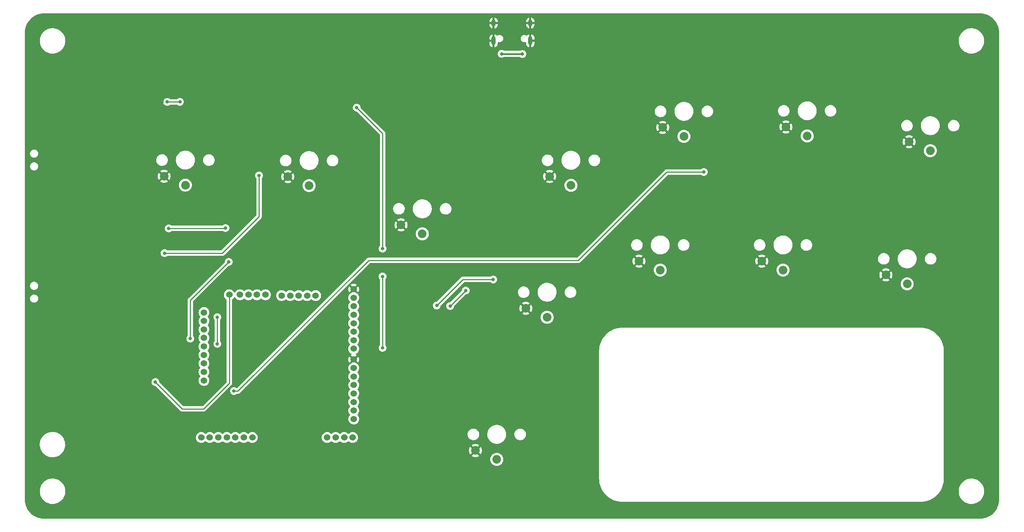
<source format=gbl>
%TF.GenerationSoftware,KiCad,Pcbnew,(6.0.5)*%
%TF.CreationDate,2022-08-30T07:27:48-07:00*%
%TF.ProjectId,chastity-device-rev2,63686173-7469-4747-992d-646576696365,rev?*%
%TF.SameCoordinates,Original*%
%TF.FileFunction,Copper,L2,Bot*%
%TF.FilePolarity,Positive*%
%FSLAX46Y46*%
G04 Gerber Fmt 4.6, Leading zero omitted, Abs format (unit mm)*
G04 Created by KiCad (PCBNEW (6.0.5)) date 2022-08-30 07:27:48*
%MOMM*%
%LPD*%
G01*
G04 APERTURE LIST*
%TA.AperFunction,ComponentPad*%
%ADD10C,2.032000*%
%TD*%
%TA.AperFunction,ComponentPad*%
%ADD11C,1.524000*%
%TD*%
%TA.AperFunction,ComponentPad*%
%ADD12O,1.000000X1.600000*%
%TD*%
%TA.AperFunction,ComponentPad*%
%ADD13O,1.000000X2.100000*%
%TD*%
%TA.AperFunction,ViaPad*%
%ADD14C,0.800000*%
%TD*%
%TA.AperFunction,Conductor*%
%ADD15C,0.381000*%
%TD*%
%TA.AperFunction,Conductor*%
%ADD16C,0.254000*%
%TD*%
G04 APERTURE END LIST*
D10*
X87320000Y-71070000D03*
X82320000Y-68970000D03*
X113920000Y-82420000D03*
X108920000Y-80320000D03*
X131420000Y-135520000D03*
X126420000Y-133420000D03*
X148860000Y-71010000D03*
X143860000Y-68910000D03*
X175420000Y-59480000D03*
X170420000Y-57380000D03*
X204390000Y-59360000D03*
X199390000Y-57260000D03*
X233336400Y-62850400D03*
X228336400Y-60750400D03*
X143250000Y-102050000D03*
X138250000Y-99950000D03*
X169860000Y-90940000D03*
X164860000Y-88840000D03*
X198710000Y-90940000D03*
X193710000Y-88840000D03*
X227896400Y-94190400D03*
X222896400Y-92090400D03*
X58225000Y-70950000D03*
X53225000Y-68850000D03*
D11*
X82850000Y-96940000D03*
X63960000Y-130350000D03*
X71050000Y-96760000D03*
X97550000Y-130350000D03*
X80850000Y-96940000D03*
X62600000Y-100920000D03*
X97810000Y-126000000D03*
X73960000Y-130350000D03*
X77050000Y-96760000D03*
X97810000Y-112000000D03*
X97790000Y-95460000D03*
X62600000Y-102920000D03*
X62600000Y-104920000D03*
X62600000Y-106920000D03*
X62600000Y-108920000D03*
X62600000Y-110920000D03*
X62600000Y-112920000D03*
X62600000Y-114920000D03*
X62600000Y-116920000D03*
X97790000Y-97460000D03*
X97790000Y-99460000D03*
X97790000Y-101460000D03*
X97790000Y-103460000D03*
X97790000Y-105460000D03*
X97790000Y-107460000D03*
X97790000Y-109460000D03*
X97810000Y-114000000D03*
X97810000Y-116000000D03*
X97810000Y-118000000D03*
X97810000Y-120000000D03*
X97810000Y-122000000D03*
X97810000Y-124000000D03*
X61960000Y-130350000D03*
X65960000Y-130350000D03*
X71960000Y-130350000D03*
X73050000Y-96760000D03*
X75050000Y-96760000D03*
X84850000Y-96940000D03*
X86850000Y-96940000D03*
X67960000Y-130350000D03*
X69960000Y-130350000D03*
X91550000Y-130350000D03*
X93550000Y-130350000D03*
X95550000Y-130350000D03*
X88850000Y-96940000D03*
X68550000Y-96760000D03*
D12*
X139320000Y-32796800D03*
D13*
X130680000Y-36976800D03*
X139320000Y-36976800D03*
D12*
X130680000Y-32796800D03*
D14*
X28220000Y-96910000D03*
X27190000Y-65760000D03*
X137450000Y-40090000D03*
X132560000Y-40050000D03*
X59380000Y-107070000D03*
X68420000Y-89010000D03*
X69640000Y-119420000D03*
X180100000Y-67850000D03*
X67650000Y-81050000D03*
X54290000Y-81140000D03*
X65740000Y-102040000D03*
X65740000Y-108300000D03*
X117310000Y-99300000D03*
X130600000Y-93170000D03*
X120470000Y-99410000D03*
X124130000Y-95750000D03*
X104580000Y-109260000D03*
X104580000Y-85890000D03*
X104580000Y-92450000D03*
X98490000Y-52700000D03*
X75540000Y-68680000D03*
X53330000Y-86960000D03*
X56950000Y-51350000D03*
X53960000Y-51360000D03*
X51170000Y-117300000D03*
D15*
X132560000Y-40050000D02*
X137410000Y-40050000D01*
X137410000Y-40050000D02*
X137450000Y-40090000D01*
D16*
X59380000Y-98050000D02*
X59380000Y-107070000D01*
X68420000Y-89010000D02*
X59380000Y-98050000D01*
X150570000Y-88670000D02*
X171150000Y-68090000D01*
X171150000Y-68090000D02*
X171390000Y-67850000D01*
X101320000Y-88670000D02*
X150570000Y-88670000D01*
X70570000Y-119420000D02*
X101320000Y-88670000D01*
X69640000Y-119420000D02*
X70570000Y-119420000D01*
X171390000Y-67850000D02*
X180100000Y-67850000D01*
X67560000Y-81140000D02*
X67650000Y-81050000D01*
X54290000Y-81140000D02*
X67560000Y-81140000D01*
X65740000Y-108300000D02*
X65740000Y-102040000D01*
X130570000Y-93140000D02*
X123470000Y-93140000D01*
X130600000Y-93170000D02*
X130570000Y-93140000D01*
X123470000Y-93140000D02*
X117310000Y-99300000D01*
X124130000Y-95750000D02*
X120470000Y-99410000D01*
X104580000Y-109260000D02*
X104580000Y-92450000D01*
X104580000Y-85890000D02*
X104580000Y-58790000D01*
X104580000Y-58790000D02*
X98490000Y-52700000D01*
X75540000Y-68680000D02*
X75540000Y-78350000D01*
X75540000Y-78350000D02*
X66930000Y-86960000D01*
X66930000Y-86960000D02*
X53330000Y-86960000D01*
X53970000Y-51350000D02*
X56950000Y-51350000D01*
X53960000Y-51360000D02*
X53970000Y-51350000D01*
X68550000Y-96760000D02*
X68550000Y-117570000D01*
X57480000Y-123610000D02*
X51170000Y-117300000D01*
X68550000Y-117570000D02*
X62510000Y-123610000D01*
X62510000Y-123610000D02*
X57480000Y-123610000D01*
%TA.AperFunction,Conductor*%
G36*
X244970018Y-30510000D02*
G01*
X244984851Y-30512310D01*
X244984855Y-30512310D01*
X244993724Y-30513691D01*
X245014183Y-30511016D01*
X245036007Y-30510072D01*
X245385965Y-30525352D01*
X245396913Y-30526310D01*
X245774498Y-30576019D01*
X245785307Y-30577926D01*
X246157114Y-30660353D01*
X246167731Y-30663198D01*
X246530939Y-30777718D01*
X246541254Y-30781471D01*
X246893123Y-30927220D01*
X246903067Y-30931858D01*
X247240867Y-31107705D01*
X247250387Y-31113201D01*
X247571574Y-31317820D01*
X247580578Y-31324124D01*
X247882716Y-31555962D01*
X247891137Y-31563028D01*
X248171914Y-31820314D01*
X248179686Y-31828086D01*
X248436972Y-32108863D01*
X248444038Y-32117284D01*
X248675876Y-32419422D01*
X248682180Y-32428426D01*
X248886799Y-32749613D01*
X248892294Y-32759132D01*
X249046457Y-33055275D01*
X249068138Y-33096924D01*
X249072780Y-33106877D01*
X249218526Y-33458739D01*
X249222282Y-33469061D01*
X249331180Y-33814437D01*
X249336802Y-33832268D01*
X249339647Y-33842885D01*
X249416185Y-34188125D01*
X249422073Y-34214685D01*
X249423981Y-34225502D01*
X249466006Y-34544723D01*
X249473690Y-34603086D01*
X249474648Y-34614035D01*
X249488630Y-34934257D01*
X249489603Y-34956552D01*
X249488223Y-34981429D01*
X249486309Y-34993724D01*
X249487473Y-35002626D01*
X249487473Y-35002628D01*
X249490436Y-35025283D01*
X249491500Y-35041621D01*
X249491500Y-144950633D01*
X249490000Y-144970018D01*
X249487690Y-144984851D01*
X249487690Y-144984855D01*
X249486309Y-144993724D01*
X249488984Y-145014183D01*
X249489928Y-145036007D01*
X249478189Y-145304862D01*
X249474648Y-145385964D01*
X249473690Y-145396913D01*
X249436832Y-145676885D01*
X249423982Y-145774490D01*
X249422074Y-145785307D01*
X249378136Y-145983500D01*
X249339647Y-146157114D01*
X249336802Y-146167732D01*
X249222285Y-146530932D01*
X249218529Y-146541254D01*
X249115439Y-146790136D01*
X249072784Y-146893114D01*
X249068138Y-146903076D01*
X248892295Y-147240867D01*
X248886799Y-147250387D01*
X248682180Y-147571574D01*
X248675876Y-147580578D01*
X248444038Y-147882716D01*
X248436972Y-147891137D01*
X248179686Y-148171914D01*
X248171914Y-148179686D01*
X247891137Y-148436972D01*
X247882716Y-148444038D01*
X247580578Y-148675876D01*
X247571574Y-148682180D01*
X247250387Y-148886799D01*
X247240868Y-148892294D01*
X246903067Y-149068142D01*
X246893123Y-149072780D01*
X246541254Y-149218529D01*
X246530939Y-149222282D01*
X246167732Y-149336802D01*
X246157115Y-149339647D01*
X245785307Y-149422074D01*
X245774498Y-149423981D01*
X245396914Y-149473690D01*
X245385965Y-149474648D01*
X245043446Y-149489603D01*
X245018571Y-149488223D01*
X245006276Y-149486309D01*
X244997374Y-149487473D01*
X244997372Y-149487473D01*
X244982323Y-149489441D01*
X244974714Y-149490436D01*
X244958379Y-149491500D01*
X25049367Y-149491500D01*
X25029982Y-149490000D01*
X25015149Y-149487690D01*
X25015145Y-149487690D01*
X25006276Y-149486309D01*
X24985817Y-149488984D01*
X24963993Y-149489928D01*
X24614035Y-149474648D01*
X24603086Y-149473690D01*
X24225502Y-149423981D01*
X24214693Y-149422074D01*
X23842885Y-149339647D01*
X23832268Y-149336802D01*
X23469061Y-149222282D01*
X23458746Y-149218529D01*
X23106877Y-149072780D01*
X23096933Y-149068142D01*
X22759132Y-148892294D01*
X22749613Y-148886799D01*
X22428426Y-148682180D01*
X22419422Y-148675876D01*
X22117284Y-148444038D01*
X22108863Y-148436972D01*
X21828086Y-148179686D01*
X21820314Y-148171914D01*
X21563028Y-147891137D01*
X21555962Y-147882716D01*
X21324124Y-147580578D01*
X21317820Y-147571574D01*
X21113201Y-147250387D01*
X21107705Y-147240867D01*
X20931862Y-146903076D01*
X20927216Y-146893114D01*
X20884562Y-146790136D01*
X20781471Y-146541254D01*
X20777715Y-146530932D01*
X20663198Y-146167732D01*
X20660353Y-146157114D01*
X20621864Y-145983500D01*
X20577926Y-145785307D01*
X20576018Y-145774490D01*
X20563169Y-145676885D01*
X20526310Y-145396913D01*
X20525352Y-145385964D01*
X20518944Y-145239198D01*
X20510561Y-145047206D01*
X20512188Y-145020805D01*
X20512769Y-145017352D01*
X20512770Y-145017345D01*
X20513576Y-145012552D01*
X20513729Y-145000000D01*
X20509773Y-144972376D01*
X20508500Y-144954514D01*
X20508500Y-143125148D01*
X24014065Y-143125148D01*
X24048238Y-143467513D01*
X24121535Y-143803682D01*
X24122708Y-143807109D01*
X24122710Y-143807115D01*
X24152355Y-143893700D01*
X24232984Y-144129198D01*
X24234543Y-144132466D01*
X24234546Y-144132474D01*
X24274174Y-144215555D01*
X24381108Y-144439748D01*
X24563945Y-144731214D01*
X24566215Y-144734048D01*
X24566219Y-144734053D01*
X24701045Y-144902343D01*
X24779070Y-144999734D01*
X25023632Y-145241749D01*
X25026489Y-145243990D01*
X25026490Y-145243990D01*
X25214567Y-145391460D01*
X25294391Y-145454050D01*
X25297480Y-145455943D01*
X25297483Y-145455945D01*
X25376347Y-145504273D01*
X25587756Y-145633825D01*
X25591041Y-145635350D01*
X25591045Y-145635352D01*
X25829871Y-145746211D01*
X25899839Y-145778689D01*
X26226505Y-145886723D01*
X26230060Y-145887459D01*
X26230063Y-145887460D01*
X26559859Y-145955758D01*
X26563423Y-145956496D01*
X26567045Y-145956819D01*
X26567050Y-145956820D01*
X26863208Y-145983251D01*
X26863216Y-145983251D01*
X26866002Y-145983500D01*
X27087686Y-145983500D01*
X27089505Y-145983395D01*
X27089509Y-145983395D01*
X27339876Y-145968959D01*
X27339881Y-145968958D01*
X27343496Y-145968750D01*
X27347066Y-145968127D01*
X27678866Y-145910219D01*
X27678873Y-145910217D01*
X27682439Y-145909595D01*
X27685914Y-145908566D01*
X27685921Y-145908564D01*
X27872557Y-145853280D01*
X28012337Y-145811875D01*
X28015676Y-145810451D01*
X28325479Y-145678309D01*
X28325482Y-145678307D01*
X28328817Y-145676885D01*
X28331964Y-145675090D01*
X28331968Y-145675088D01*
X28624544Y-145508205D01*
X28627684Y-145506414D01*
X28643920Y-145494488D01*
X28902064Y-145304862D01*
X28902066Y-145304860D01*
X28904977Y-145302722D01*
X29157021Y-145068509D01*
X29159378Y-145065749D01*
X29159384Y-145065743D01*
X29378107Y-144809650D01*
X29378111Y-144809645D01*
X29380474Y-144806878D01*
X29429411Y-144734053D01*
X29570355Y-144524307D01*
X29570357Y-144524303D01*
X29572376Y-144521299D01*
X29730182Y-144215555D01*
X29851801Y-143893700D01*
X29852793Y-143889753D01*
X29934737Y-143563514D01*
X29935620Y-143560000D01*
X29951328Y-143440689D01*
X29980056Y-143222480D01*
X29980057Y-143222472D01*
X29980530Y-143218876D01*
X29985935Y-142874852D01*
X29951762Y-142532487D01*
X29878465Y-142196318D01*
X29848853Y-142109826D01*
X29768191Y-141874233D01*
X29768189Y-141874228D01*
X29767016Y-141870802D01*
X29765457Y-141867534D01*
X29765454Y-141867526D01*
X29689868Y-141709057D01*
X29618892Y-141560252D01*
X29436055Y-141268786D01*
X29220930Y-141000266D01*
X28976368Y-140758251D01*
X28705609Y-140545950D01*
X28412244Y-140366175D01*
X28408959Y-140364650D01*
X28408955Y-140364648D01*
X28103444Y-140222835D01*
X28103445Y-140222835D01*
X28100161Y-140221311D01*
X27773495Y-140113277D01*
X27769940Y-140112541D01*
X27769937Y-140112540D01*
X27440141Y-140044242D01*
X27440140Y-140044242D01*
X27436577Y-140043504D01*
X27432955Y-140043181D01*
X27432950Y-140043180D01*
X27136792Y-140016749D01*
X27136784Y-140016749D01*
X27133998Y-140016500D01*
X26912314Y-140016500D01*
X26910495Y-140016605D01*
X26910491Y-140016605D01*
X26660124Y-140031041D01*
X26660119Y-140031042D01*
X26656504Y-140031250D01*
X26652935Y-140031873D01*
X26652934Y-140031873D01*
X26321134Y-140089781D01*
X26321127Y-140089783D01*
X26317561Y-140090405D01*
X26314086Y-140091434D01*
X26314079Y-140091436D01*
X26127443Y-140146720D01*
X25987663Y-140188125D01*
X25984327Y-140189548D01*
X25984324Y-140189549D01*
X25674521Y-140321691D01*
X25674518Y-140321693D01*
X25671183Y-140323115D01*
X25668036Y-140324910D01*
X25668032Y-140324912D01*
X25439479Y-140455277D01*
X25372316Y-140493586D01*
X25369404Y-140495725D01*
X25369401Y-140495727D01*
X25097936Y-140695138D01*
X25095023Y-140697278D01*
X24842979Y-140931491D01*
X24840622Y-140934251D01*
X24840616Y-140934257D01*
X24621893Y-141190350D01*
X24621889Y-141190355D01*
X24619526Y-141193122D01*
X24617495Y-141196144D01*
X24617493Y-141196147D01*
X24566609Y-141271871D01*
X24427624Y-141478701D01*
X24269818Y-141784445D01*
X24148199Y-142106300D01*
X24147315Y-142109821D01*
X24147313Y-142109826D01*
X24113172Y-142245750D01*
X24064380Y-142440000D01*
X24063907Y-142443593D01*
X24040465Y-142621654D01*
X24019470Y-142781124D01*
X24014065Y-143125148D01*
X20508500Y-143125148D01*
X20508500Y-139993724D01*
X155486309Y-139993724D01*
X155487130Y-140000000D01*
X155486790Y-140000000D01*
X155505620Y-140455277D01*
X155561983Y-140907445D01*
X155655493Y-141353413D01*
X155785511Y-141790136D01*
X155951149Y-142214631D01*
X156151277Y-142623998D01*
X156384525Y-143015440D01*
X156649303Y-143386284D01*
X156943800Y-143733996D01*
X157266004Y-144056200D01*
X157613716Y-144350697D01*
X157984560Y-144615475D01*
X157986794Y-144616806D01*
X158373761Y-144847388D01*
X158373767Y-144847391D01*
X158376002Y-144848723D01*
X158378344Y-144849868D01*
X158378346Y-144849869D01*
X158610755Y-144963487D01*
X158785369Y-145048851D01*
X159209864Y-145214489D01*
X159646587Y-145344507D01*
X160092555Y-145438017D01*
X160544723Y-145494380D01*
X160973897Y-145512130D01*
X160979947Y-145512526D01*
X160982648Y-145512768D01*
X160987448Y-145513576D01*
X160993886Y-145513654D01*
X160995140Y-145513670D01*
X160995143Y-145513670D01*
X161000000Y-145513729D01*
X161027624Y-145509773D01*
X161045486Y-145508500D01*
X230946750Y-145508500D01*
X230967655Y-145510246D01*
X230982656Y-145512770D01*
X230982659Y-145512770D01*
X230987448Y-145513576D01*
X230993525Y-145513650D01*
X230995135Y-145513670D01*
X230995139Y-145513670D01*
X231000000Y-145513729D01*
X231004778Y-145513045D01*
X231007524Y-145512899D01*
X231223992Y-145503946D01*
X231455277Y-145494380D01*
X231907445Y-145438017D01*
X232353413Y-145344507D01*
X232790136Y-145214489D01*
X233214631Y-145048851D01*
X233389245Y-144963487D01*
X233621654Y-144849869D01*
X233621656Y-144849868D01*
X233623998Y-144848723D01*
X233626233Y-144847391D01*
X233626239Y-144847388D01*
X234013206Y-144616806D01*
X234015440Y-144615475D01*
X234386284Y-144350697D01*
X234733996Y-144056200D01*
X235056200Y-143733996D01*
X235350697Y-143386284D01*
X235537145Y-143125148D01*
X240014065Y-143125148D01*
X240048238Y-143467513D01*
X240121535Y-143803682D01*
X240122708Y-143807109D01*
X240122710Y-143807115D01*
X240152355Y-143893700D01*
X240232984Y-144129198D01*
X240234543Y-144132466D01*
X240234546Y-144132474D01*
X240274174Y-144215555D01*
X240381108Y-144439748D01*
X240563945Y-144731214D01*
X240566215Y-144734048D01*
X240566219Y-144734053D01*
X240701045Y-144902343D01*
X240779070Y-144999734D01*
X241023632Y-145241749D01*
X241026489Y-145243990D01*
X241026490Y-145243990D01*
X241214567Y-145391460D01*
X241294391Y-145454050D01*
X241297480Y-145455943D01*
X241297483Y-145455945D01*
X241376347Y-145504273D01*
X241587756Y-145633825D01*
X241591041Y-145635350D01*
X241591045Y-145635352D01*
X241829871Y-145746211D01*
X241899839Y-145778689D01*
X242226505Y-145886723D01*
X242230060Y-145887459D01*
X242230063Y-145887460D01*
X242559859Y-145955758D01*
X242563423Y-145956496D01*
X242567045Y-145956819D01*
X242567050Y-145956820D01*
X242863208Y-145983251D01*
X242863216Y-145983251D01*
X242866002Y-145983500D01*
X243087686Y-145983500D01*
X243089505Y-145983395D01*
X243089509Y-145983395D01*
X243339876Y-145968959D01*
X243339881Y-145968958D01*
X243343496Y-145968750D01*
X243347066Y-145968127D01*
X243678866Y-145910219D01*
X243678873Y-145910217D01*
X243682439Y-145909595D01*
X243685914Y-145908566D01*
X243685921Y-145908564D01*
X243872557Y-145853280D01*
X244012337Y-145811875D01*
X244015676Y-145810451D01*
X244325479Y-145678309D01*
X244325482Y-145678307D01*
X244328817Y-145676885D01*
X244331964Y-145675090D01*
X244331968Y-145675088D01*
X244624544Y-145508205D01*
X244627684Y-145506414D01*
X244643920Y-145494488D01*
X244902064Y-145304862D01*
X244902066Y-145304860D01*
X244904977Y-145302722D01*
X245157021Y-145068509D01*
X245159378Y-145065749D01*
X245159384Y-145065743D01*
X245378107Y-144809650D01*
X245378111Y-144809645D01*
X245380474Y-144806878D01*
X245429411Y-144734053D01*
X245570355Y-144524307D01*
X245570357Y-144524303D01*
X245572376Y-144521299D01*
X245730182Y-144215555D01*
X245851801Y-143893700D01*
X245852793Y-143889753D01*
X245934737Y-143563514D01*
X245935620Y-143560000D01*
X245951328Y-143440689D01*
X245980056Y-143222480D01*
X245980057Y-143222472D01*
X245980530Y-143218876D01*
X245985935Y-142874852D01*
X245951762Y-142532487D01*
X245878465Y-142196318D01*
X245848853Y-142109826D01*
X245768191Y-141874233D01*
X245768189Y-141874228D01*
X245767016Y-141870802D01*
X245765457Y-141867534D01*
X245765454Y-141867526D01*
X245689868Y-141709057D01*
X245618892Y-141560252D01*
X245436055Y-141268786D01*
X245220930Y-141000266D01*
X244976368Y-140758251D01*
X244705609Y-140545950D01*
X244412244Y-140366175D01*
X244408959Y-140364650D01*
X244408955Y-140364648D01*
X244103444Y-140222835D01*
X244103445Y-140222835D01*
X244100161Y-140221311D01*
X243773495Y-140113277D01*
X243769940Y-140112541D01*
X243769937Y-140112540D01*
X243440141Y-140044242D01*
X243440140Y-140044242D01*
X243436577Y-140043504D01*
X243432955Y-140043181D01*
X243432950Y-140043180D01*
X243136792Y-140016749D01*
X243136784Y-140016749D01*
X243133998Y-140016500D01*
X242912314Y-140016500D01*
X242910495Y-140016605D01*
X242910491Y-140016605D01*
X242660124Y-140031041D01*
X242660119Y-140031042D01*
X242656504Y-140031250D01*
X242652935Y-140031873D01*
X242652934Y-140031873D01*
X242321134Y-140089781D01*
X242321127Y-140089783D01*
X242317561Y-140090405D01*
X242314086Y-140091434D01*
X242314079Y-140091436D01*
X242127443Y-140146720D01*
X241987663Y-140188125D01*
X241984327Y-140189548D01*
X241984324Y-140189549D01*
X241674521Y-140321691D01*
X241674518Y-140321693D01*
X241671183Y-140323115D01*
X241668036Y-140324910D01*
X241668032Y-140324912D01*
X241439479Y-140455277D01*
X241372316Y-140493586D01*
X241369404Y-140495725D01*
X241369401Y-140495727D01*
X241097936Y-140695138D01*
X241095023Y-140697278D01*
X240842979Y-140931491D01*
X240840622Y-140934251D01*
X240840616Y-140934257D01*
X240621893Y-141190350D01*
X240621889Y-141190355D01*
X240619526Y-141193122D01*
X240617495Y-141196144D01*
X240617493Y-141196147D01*
X240566609Y-141271871D01*
X240427624Y-141478701D01*
X240269818Y-141784445D01*
X240148199Y-142106300D01*
X240147315Y-142109821D01*
X240147313Y-142109826D01*
X240113172Y-142245750D01*
X240064380Y-142440000D01*
X240063907Y-142443593D01*
X240040465Y-142621654D01*
X240019470Y-142781124D01*
X240014065Y-143125148D01*
X235537145Y-143125148D01*
X235615475Y-143015440D01*
X235848723Y-142623998D01*
X236048851Y-142214631D01*
X236214489Y-141790136D01*
X236344507Y-141353413D01*
X236438017Y-140907445D01*
X236494380Y-140455277D01*
X236512130Y-140026103D01*
X236512526Y-140020053D01*
X236512768Y-140017352D01*
X236513576Y-140012552D01*
X236513729Y-140000000D01*
X236509773Y-139972376D01*
X236508500Y-139954514D01*
X236508500Y-110053250D01*
X236510246Y-110032345D01*
X236512770Y-110017344D01*
X236512770Y-110017341D01*
X236513576Y-110012552D01*
X236513729Y-110000000D01*
X236513045Y-109995222D01*
X236512899Y-109992476D01*
X236495102Y-109562185D01*
X236494380Y-109544723D01*
X236438017Y-109092555D01*
X236344507Y-108646587D01*
X236214489Y-108209864D01*
X236048851Y-107785369D01*
X235848723Y-107376002D01*
X235836922Y-107356196D01*
X235616806Y-106986794D01*
X235615475Y-106984560D01*
X235350697Y-106613716D01*
X235056200Y-106266004D01*
X234733996Y-105943800D01*
X234386284Y-105649303D01*
X234015440Y-105384525D01*
X233770440Y-105238537D01*
X233626239Y-105152612D01*
X233626233Y-105152609D01*
X233623998Y-105151277D01*
X233214631Y-104951149D01*
X232790136Y-104785511D01*
X232353413Y-104655493D01*
X231907445Y-104561983D01*
X231455277Y-104505620D01*
X231026103Y-104487870D01*
X231020053Y-104487474D01*
X231017352Y-104487232D01*
X231012552Y-104486424D01*
X231006114Y-104486346D01*
X231004860Y-104486330D01*
X231004857Y-104486330D01*
X231000000Y-104486271D01*
X230988835Y-104487870D01*
X230972376Y-104490227D01*
X230954514Y-104491500D01*
X161053250Y-104491500D01*
X161032345Y-104489754D01*
X161017344Y-104487230D01*
X161017341Y-104487230D01*
X161012552Y-104486424D01*
X161006475Y-104486350D01*
X161004865Y-104486330D01*
X161004861Y-104486330D01*
X161000000Y-104486271D01*
X160995222Y-104486955D01*
X160992476Y-104487101D01*
X160776008Y-104496054D01*
X160544723Y-104505620D01*
X160092555Y-104561983D01*
X159646587Y-104655493D01*
X159209864Y-104785511D01*
X158785369Y-104951149D01*
X158376002Y-105151277D01*
X158373767Y-105152609D01*
X158373761Y-105152612D01*
X158229560Y-105238537D01*
X157984560Y-105384525D01*
X157613716Y-105649303D01*
X157266004Y-105943800D01*
X156943800Y-106266004D01*
X156649303Y-106613716D01*
X156384525Y-106984560D01*
X156383194Y-106986794D01*
X156163079Y-107356196D01*
X156151277Y-107376002D01*
X155951149Y-107785369D01*
X155785511Y-108209864D01*
X155655493Y-108646587D01*
X155561983Y-109092555D01*
X155505620Y-109544723D01*
X155487317Y-109987248D01*
X155486309Y-109993724D01*
X155486872Y-109998027D01*
X155486790Y-110000000D01*
X155487130Y-110000000D01*
X155489398Y-110017344D01*
X155490436Y-110025283D01*
X155491500Y-110041620D01*
X155491500Y-139950633D01*
X155490000Y-139970018D01*
X155486309Y-139993724D01*
X20508500Y-139993724D01*
X20508500Y-135520000D01*
X129890786Y-135520000D01*
X129909613Y-135759222D01*
X129910767Y-135764029D01*
X129910768Y-135764035D01*
X129946043Y-135910963D01*
X129965631Y-135992553D01*
X130057460Y-136214249D01*
X130182840Y-136418849D01*
X130338682Y-136601318D01*
X130521151Y-136757160D01*
X130725751Y-136882540D01*
X130730321Y-136884433D01*
X130730323Y-136884434D01*
X130942874Y-136972475D01*
X130947447Y-136974369D01*
X131029037Y-136993957D01*
X131175965Y-137029232D01*
X131175971Y-137029233D01*
X131180778Y-137030387D01*
X131420000Y-137049214D01*
X131659222Y-137030387D01*
X131664029Y-137029233D01*
X131664035Y-137029232D01*
X131810963Y-136993957D01*
X131892553Y-136974369D01*
X131897126Y-136972475D01*
X132109677Y-136884434D01*
X132109679Y-136884433D01*
X132114249Y-136882540D01*
X132318849Y-136757160D01*
X132501318Y-136601318D01*
X132657160Y-136418849D01*
X132782540Y-136214249D01*
X132874369Y-135992553D01*
X132893957Y-135910963D01*
X132929232Y-135764035D01*
X132929233Y-135764029D01*
X132930387Y-135759222D01*
X132949214Y-135520000D01*
X132930387Y-135280778D01*
X132929233Y-135275971D01*
X132929232Y-135275965D01*
X132875524Y-135052259D01*
X132874369Y-135047447D01*
X132849798Y-134988127D01*
X132784434Y-134830323D01*
X132784433Y-134830321D01*
X132782540Y-134825751D01*
X132657160Y-134621151D01*
X132501318Y-134438682D01*
X132338406Y-134299543D01*
X132322617Y-134286058D01*
X132322616Y-134286057D01*
X132318849Y-134282840D01*
X132114249Y-134157460D01*
X132109679Y-134155567D01*
X132109677Y-134155566D01*
X131897126Y-134067525D01*
X131897124Y-134067524D01*
X131892553Y-134065631D01*
X131810963Y-134046043D01*
X131664035Y-134010768D01*
X131664029Y-134010767D01*
X131659222Y-134009613D01*
X131420000Y-133990786D01*
X131180778Y-134009613D01*
X131175971Y-134010767D01*
X131175965Y-134010768D01*
X131029037Y-134046043D01*
X130947447Y-134065631D01*
X130942876Y-134067524D01*
X130942874Y-134067525D01*
X130730323Y-134155566D01*
X130730321Y-134155567D01*
X130725751Y-134157460D01*
X130521151Y-134282840D01*
X130517384Y-134286057D01*
X130517383Y-134286058D01*
X130501594Y-134299543D01*
X130338682Y-134438682D01*
X130182840Y-134621151D01*
X130057460Y-134825751D01*
X130055567Y-134830321D01*
X130055566Y-134830323D01*
X129990202Y-134988127D01*
X129965631Y-135047447D01*
X129964476Y-135052259D01*
X129910768Y-135275965D01*
X129910767Y-135275971D01*
X129909613Y-135280778D01*
X129890786Y-135520000D01*
X20508500Y-135520000D01*
X20508500Y-132145148D01*
X23994065Y-132145148D01*
X23994426Y-132148762D01*
X23994426Y-132148768D01*
X24003057Y-132235238D01*
X24028238Y-132487513D01*
X24101535Y-132823682D01*
X24102708Y-132827109D01*
X24102710Y-132827115D01*
X24211809Y-133145767D01*
X24212984Y-133149198D01*
X24214543Y-133152466D01*
X24214546Y-133152474D01*
X24254174Y-133235555D01*
X24361108Y-133459748D01*
X24543945Y-133751214D01*
X24546215Y-133754048D01*
X24546219Y-133754053D01*
X24660718Y-133896971D01*
X24759070Y-134019734D01*
X24761650Y-134022287D01*
X24896332Y-134155566D01*
X25003632Y-134261749D01*
X25006489Y-134263990D01*
X25006490Y-134263990D01*
X25225187Y-134435469D01*
X25274391Y-134474050D01*
X25567756Y-134653825D01*
X25571041Y-134655350D01*
X25571045Y-134655352D01*
X25809871Y-134766211D01*
X25879839Y-134798689D01*
X26206505Y-134906723D01*
X26210060Y-134907459D01*
X26210063Y-134907460D01*
X26539859Y-134975758D01*
X26543423Y-134976496D01*
X26547045Y-134976819D01*
X26547050Y-134976820D01*
X26843208Y-135003251D01*
X26843216Y-135003251D01*
X26846002Y-135003500D01*
X27067686Y-135003500D01*
X27069505Y-135003395D01*
X27069509Y-135003395D01*
X27319876Y-134988959D01*
X27319881Y-134988958D01*
X27323496Y-134988750D01*
X27327066Y-134988127D01*
X27658866Y-134930219D01*
X27658873Y-134930217D01*
X27662439Y-134929595D01*
X27665914Y-134928566D01*
X27665921Y-134928564D01*
X27856884Y-134871998D01*
X27992337Y-134831875D01*
X28006695Y-134825751D01*
X28305479Y-134698309D01*
X28305482Y-134698307D01*
X28308817Y-134696885D01*
X28311964Y-134695090D01*
X28311968Y-134695088D01*
X28365934Y-134664306D01*
X125540524Y-134664306D01*
X125546251Y-134671956D01*
X125721759Y-134779507D01*
X125730553Y-134783988D01*
X125943029Y-134871998D01*
X125952414Y-134875047D01*
X126176044Y-134928737D01*
X126185791Y-134930280D01*
X126415070Y-134948325D01*
X126424930Y-134948325D01*
X126654209Y-134930280D01*
X126663956Y-134928737D01*
X126887586Y-134875047D01*
X126896971Y-134871998D01*
X127109447Y-134783988D01*
X127118241Y-134779507D01*
X127290083Y-134674203D01*
X127299543Y-134663747D01*
X127295759Y-134654969D01*
X126432812Y-133792022D01*
X126418868Y-133784408D01*
X126417035Y-133784539D01*
X126410420Y-133788790D01*
X125547284Y-134651926D01*
X125540524Y-134664306D01*
X28365934Y-134664306D01*
X28604544Y-134528205D01*
X28607684Y-134526414D01*
X28676390Y-134475945D01*
X28882064Y-134324862D01*
X28882066Y-134324860D01*
X28884977Y-134322722D01*
X29064859Y-134155566D01*
X29134362Y-134090980D01*
X29134363Y-134090979D01*
X29137021Y-134088509D01*
X29139378Y-134085749D01*
X29139384Y-134085743D01*
X29358107Y-133829650D01*
X29358111Y-133829645D01*
X29360474Y-133826878D01*
X29362507Y-133823853D01*
X29550355Y-133544307D01*
X29550357Y-133544303D01*
X29552376Y-133541299D01*
X29612438Y-133424930D01*
X124891675Y-133424930D01*
X124909720Y-133654209D01*
X124911263Y-133663956D01*
X124964953Y-133887586D01*
X124968002Y-133896971D01*
X125056012Y-134109447D01*
X125060493Y-134118241D01*
X125165797Y-134290083D01*
X125176253Y-134299543D01*
X125185031Y-134295759D01*
X126047978Y-133432812D01*
X126054356Y-133421132D01*
X126784408Y-133421132D01*
X126784539Y-133422965D01*
X126788790Y-133429580D01*
X127651926Y-134292716D01*
X127664306Y-134299476D01*
X127671956Y-134293749D01*
X127779507Y-134118241D01*
X127783988Y-134109447D01*
X127871998Y-133896971D01*
X127875047Y-133887586D01*
X127928737Y-133663956D01*
X127930280Y-133654209D01*
X127948325Y-133424930D01*
X127948325Y-133415070D01*
X127930280Y-133185791D01*
X127928737Y-133176044D01*
X127875047Y-132952414D01*
X127871998Y-132943029D01*
X127783988Y-132730553D01*
X127779507Y-132721759D01*
X127674203Y-132549917D01*
X127663747Y-132540457D01*
X127654969Y-132544241D01*
X126792022Y-133407188D01*
X126784408Y-133421132D01*
X126054356Y-133421132D01*
X126055592Y-133418868D01*
X126055461Y-133417035D01*
X126051210Y-133410420D01*
X125188074Y-132547284D01*
X125175694Y-132540524D01*
X125168044Y-132546251D01*
X125060493Y-132721759D01*
X125056012Y-132730553D01*
X124968002Y-132943029D01*
X124964953Y-132952414D01*
X124911263Y-133176044D01*
X124909720Y-133185791D01*
X124891675Y-133415070D01*
X124891675Y-133424930D01*
X29612438Y-133424930D01*
X29710182Y-133235555D01*
X29831801Y-132913700D01*
X29853550Y-132827115D01*
X29914737Y-132583514D01*
X29915620Y-132580000D01*
X29960530Y-132238876D01*
X29961514Y-132176253D01*
X125540457Y-132176253D01*
X125544241Y-132185031D01*
X126407188Y-133047978D01*
X126421132Y-133055592D01*
X126422965Y-133055461D01*
X126429580Y-133051210D01*
X127292716Y-132188074D01*
X127299476Y-132175694D01*
X127293749Y-132168044D01*
X127118241Y-132060493D01*
X127109447Y-132056012D01*
X126896971Y-131968002D01*
X126887586Y-131964953D01*
X126663956Y-131911263D01*
X126654209Y-131909720D01*
X126424930Y-131891675D01*
X126415070Y-131891675D01*
X126185791Y-131909720D01*
X126176044Y-131911263D01*
X125952414Y-131964953D01*
X125943029Y-131968002D01*
X125730553Y-132056012D01*
X125721759Y-132060493D01*
X125549917Y-132165797D01*
X125540457Y-132176253D01*
X29961514Y-132176253D01*
X29965677Y-131911263D01*
X29965878Y-131898494D01*
X29965878Y-131898490D01*
X29965935Y-131894852D01*
X29960760Y-131843000D01*
X29932122Y-131556095D01*
X29931762Y-131552487D01*
X29858465Y-131216318D01*
X29846585Y-131181617D01*
X29748191Y-130894233D01*
X29748189Y-130894228D01*
X29747016Y-130890802D01*
X29745457Y-130887534D01*
X29745454Y-130887526D01*
X29657515Y-130703159D01*
X29598892Y-130580252D01*
X29454455Y-130350000D01*
X60684647Y-130350000D01*
X60704022Y-130571463D01*
X60742497Y-130715051D01*
X60751060Y-130747008D01*
X60761560Y-130786196D01*
X60763882Y-130791177D01*
X60763883Y-130791178D01*
X60853186Y-130982689D01*
X60853189Y-130982694D01*
X60855512Y-130987676D01*
X60858668Y-130992183D01*
X60858669Y-130992185D01*
X60950197Y-131122900D01*
X60983023Y-131169781D01*
X61140219Y-131326977D01*
X61144727Y-131330134D01*
X61144730Y-131330136D01*
X61205779Y-131372883D01*
X61322323Y-131454488D01*
X61327305Y-131456811D01*
X61327310Y-131456814D01*
X61504220Y-131539308D01*
X61523804Y-131548440D01*
X61529112Y-131549862D01*
X61529114Y-131549863D01*
X61594949Y-131567503D01*
X61738537Y-131605978D01*
X61960000Y-131625353D01*
X62181463Y-131605978D01*
X62325051Y-131567503D01*
X62390886Y-131549863D01*
X62390888Y-131549862D01*
X62396196Y-131548440D01*
X62415780Y-131539308D01*
X62592690Y-131456814D01*
X62592695Y-131456811D01*
X62597677Y-131454488D01*
X62714221Y-131372883D01*
X62775270Y-131330136D01*
X62775273Y-131330134D01*
X62779781Y-131326977D01*
X62870905Y-131235853D01*
X62933217Y-131201827D01*
X63004032Y-131206892D01*
X63049095Y-131235853D01*
X63140219Y-131326977D01*
X63144727Y-131330134D01*
X63144730Y-131330136D01*
X63205779Y-131372883D01*
X63322323Y-131454488D01*
X63327305Y-131456811D01*
X63327310Y-131456814D01*
X63504220Y-131539308D01*
X63523804Y-131548440D01*
X63529112Y-131549862D01*
X63529114Y-131549863D01*
X63594949Y-131567503D01*
X63738537Y-131605978D01*
X63960000Y-131625353D01*
X64181463Y-131605978D01*
X64325051Y-131567503D01*
X64390886Y-131549863D01*
X64390888Y-131549862D01*
X64396196Y-131548440D01*
X64415780Y-131539308D01*
X64592690Y-131456814D01*
X64592695Y-131456811D01*
X64597677Y-131454488D01*
X64714221Y-131372883D01*
X64775270Y-131330136D01*
X64775273Y-131330134D01*
X64779781Y-131326977D01*
X64870905Y-131235853D01*
X64933217Y-131201827D01*
X65004032Y-131206892D01*
X65049095Y-131235853D01*
X65140219Y-131326977D01*
X65144727Y-131330134D01*
X65144730Y-131330136D01*
X65205779Y-131372883D01*
X65322323Y-131454488D01*
X65327305Y-131456811D01*
X65327310Y-131456814D01*
X65504220Y-131539308D01*
X65523804Y-131548440D01*
X65529112Y-131549862D01*
X65529114Y-131549863D01*
X65594949Y-131567503D01*
X65738537Y-131605978D01*
X65960000Y-131625353D01*
X66181463Y-131605978D01*
X66325051Y-131567503D01*
X66390886Y-131549863D01*
X66390888Y-131549862D01*
X66396196Y-131548440D01*
X66415780Y-131539308D01*
X66592690Y-131456814D01*
X66592695Y-131456811D01*
X66597677Y-131454488D01*
X66714221Y-131372883D01*
X66775270Y-131330136D01*
X66775273Y-131330134D01*
X66779781Y-131326977D01*
X66870905Y-131235853D01*
X66933217Y-131201827D01*
X67004032Y-131206892D01*
X67049095Y-131235853D01*
X67140219Y-131326977D01*
X67144727Y-131330134D01*
X67144730Y-131330136D01*
X67205779Y-131372883D01*
X67322323Y-131454488D01*
X67327305Y-131456811D01*
X67327310Y-131456814D01*
X67504220Y-131539308D01*
X67523804Y-131548440D01*
X67529112Y-131549862D01*
X67529114Y-131549863D01*
X67594949Y-131567503D01*
X67738537Y-131605978D01*
X67960000Y-131625353D01*
X68181463Y-131605978D01*
X68325051Y-131567503D01*
X68390886Y-131549863D01*
X68390888Y-131549862D01*
X68396196Y-131548440D01*
X68415780Y-131539308D01*
X68592690Y-131456814D01*
X68592695Y-131456811D01*
X68597677Y-131454488D01*
X68714221Y-131372883D01*
X68775270Y-131330136D01*
X68775273Y-131330134D01*
X68779781Y-131326977D01*
X68870905Y-131235853D01*
X68933217Y-131201827D01*
X69004032Y-131206892D01*
X69049095Y-131235853D01*
X69140219Y-131326977D01*
X69144727Y-131330134D01*
X69144730Y-131330136D01*
X69205779Y-131372883D01*
X69322323Y-131454488D01*
X69327305Y-131456811D01*
X69327310Y-131456814D01*
X69504220Y-131539308D01*
X69523804Y-131548440D01*
X69529112Y-131549862D01*
X69529114Y-131549863D01*
X69594949Y-131567503D01*
X69738537Y-131605978D01*
X69960000Y-131625353D01*
X70181463Y-131605978D01*
X70325051Y-131567503D01*
X70390886Y-131549863D01*
X70390888Y-131549862D01*
X70396196Y-131548440D01*
X70415780Y-131539308D01*
X70592690Y-131456814D01*
X70592695Y-131456811D01*
X70597677Y-131454488D01*
X70714221Y-131372883D01*
X70775270Y-131330136D01*
X70775273Y-131330134D01*
X70779781Y-131326977D01*
X70870905Y-131235853D01*
X70933217Y-131201827D01*
X71004032Y-131206892D01*
X71049095Y-131235853D01*
X71140219Y-131326977D01*
X71144727Y-131330134D01*
X71144730Y-131330136D01*
X71205779Y-131372883D01*
X71322323Y-131454488D01*
X71327305Y-131456811D01*
X71327310Y-131456814D01*
X71504220Y-131539308D01*
X71523804Y-131548440D01*
X71529112Y-131549862D01*
X71529114Y-131549863D01*
X71594949Y-131567503D01*
X71738537Y-131605978D01*
X71960000Y-131625353D01*
X72181463Y-131605978D01*
X72325051Y-131567503D01*
X72390886Y-131549863D01*
X72390888Y-131549862D01*
X72396196Y-131548440D01*
X72415780Y-131539308D01*
X72592690Y-131456814D01*
X72592695Y-131456811D01*
X72597677Y-131454488D01*
X72714221Y-131372883D01*
X72775270Y-131330136D01*
X72775273Y-131330134D01*
X72779781Y-131326977D01*
X72870905Y-131235853D01*
X72933217Y-131201827D01*
X73004032Y-131206892D01*
X73049095Y-131235853D01*
X73140219Y-131326977D01*
X73144727Y-131330134D01*
X73144730Y-131330136D01*
X73205779Y-131372883D01*
X73322323Y-131454488D01*
X73327305Y-131456811D01*
X73327310Y-131456814D01*
X73504220Y-131539308D01*
X73523804Y-131548440D01*
X73529112Y-131549862D01*
X73529114Y-131549863D01*
X73594949Y-131567503D01*
X73738537Y-131605978D01*
X73960000Y-131625353D01*
X74181463Y-131605978D01*
X74325051Y-131567503D01*
X74390886Y-131549863D01*
X74390888Y-131549862D01*
X74396196Y-131548440D01*
X74415780Y-131539308D01*
X74592690Y-131456814D01*
X74592695Y-131456811D01*
X74597677Y-131454488D01*
X74714221Y-131372883D01*
X74775270Y-131330136D01*
X74775273Y-131330134D01*
X74779781Y-131326977D01*
X74936977Y-131169781D01*
X74969804Y-131122900D01*
X75061331Y-130992185D01*
X75061332Y-130992183D01*
X75064488Y-130987676D01*
X75066811Y-130982694D01*
X75066814Y-130982689D01*
X75156117Y-130791178D01*
X75156118Y-130791177D01*
X75158440Y-130786196D01*
X75168941Y-130747008D01*
X75177503Y-130715051D01*
X75215978Y-130571463D01*
X75235353Y-130350000D01*
X90274647Y-130350000D01*
X90294022Y-130571463D01*
X90332497Y-130715051D01*
X90341060Y-130747008D01*
X90351560Y-130786196D01*
X90353882Y-130791177D01*
X90353883Y-130791178D01*
X90443186Y-130982689D01*
X90443189Y-130982694D01*
X90445512Y-130987676D01*
X90448668Y-130992183D01*
X90448669Y-130992185D01*
X90540197Y-131122900D01*
X90573023Y-131169781D01*
X90730219Y-131326977D01*
X90734727Y-131330134D01*
X90734730Y-131330136D01*
X90795779Y-131372883D01*
X90912323Y-131454488D01*
X90917305Y-131456811D01*
X90917310Y-131456814D01*
X91094220Y-131539308D01*
X91113804Y-131548440D01*
X91119112Y-131549862D01*
X91119114Y-131549863D01*
X91184949Y-131567503D01*
X91328537Y-131605978D01*
X91550000Y-131625353D01*
X91771463Y-131605978D01*
X91915051Y-131567503D01*
X91980886Y-131549863D01*
X91980888Y-131549862D01*
X91986196Y-131548440D01*
X92005780Y-131539308D01*
X92182690Y-131456814D01*
X92182695Y-131456811D01*
X92187677Y-131454488D01*
X92304221Y-131372883D01*
X92365270Y-131330136D01*
X92365273Y-131330134D01*
X92369781Y-131326977D01*
X92460905Y-131235853D01*
X92523217Y-131201827D01*
X92594032Y-131206892D01*
X92639095Y-131235853D01*
X92730219Y-131326977D01*
X92734727Y-131330134D01*
X92734730Y-131330136D01*
X92795779Y-131372883D01*
X92912323Y-131454488D01*
X92917305Y-131456811D01*
X92917310Y-131456814D01*
X93094220Y-131539308D01*
X93113804Y-131548440D01*
X93119112Y-131549862D01*
X93119114Y-131549863D01*
X93184949Y-131567503D01*
X93328537Y-131605978D01*
X93550000Y-131625353D01*
X93771463Y-131605978D01*
X93915051Y-131567503D01*
X93980886Y-131549863D01*
X93980888Y-131549862D01*
X93986196Y-131548440D01*
X94005780Y-131539308D01*
X94182690Y-131456814D01*
X94182695Y-131456811D01*
X94187677Y-131454488D01*
X94304221Y-131372883D01*
X94365270Y-131330136D01*
X94365273Y-131330134D01*
X94369781Y-131326977D01*
X94460905Y-131235853D01*
X94523217Y-131201827D01*
X94594032Y-131206892D01*
X94639095Y-131235853D01*
X94730219Y-131326977D01*
X94734727Y-131330134D01*
X94734730Y-131330136D01*
X94795779Y-131372883D01*
X94912323Y-131454488D01*
X94917305Y-131456811D01*
X94917310Y-131456814D01*
X95094220Y-131539308D01*
X95113804Y-131548440D01*
X95119112Y-131549862D01*
X95119114Y-131549863D01*
X95184949Y-131567503D01*
X95328537Y-131605978D01*
X95550000Y-131625353D01*
X95771463Y-131605978D01*
X95915051Y-131567503D01*
X95980886Y-131549863D01*
X95980888Y-131549862D01*
X95986196Y-131548440D01*
X96005780Y-131539308D01*
X96182690Y-131456814D01*
X96182695Y-131456811D01*
X96187677Y-131454488D01*
X96304221Y-131372883D01*
X96365270Y-131330136D01*
X96365273Y-131330134D01*
X96369781Y-131326977D01*
X96460905Y-131235853D01*
X96523217Y-131201827D01*
X96594032Y-131206892D01*
X96639095Y-131235853D01*
X96730219Y-131326977D01*
X96734727Y-131330134D01*
X96734730Y-131330136D01*
X96795779Y-131372883D01*
X96912323Y-131454488D01*
X96917305Y-131456811D01*
X96917310Y-131456814D01*
X97094220Y-131539308D01*
X97113804Y-131548440D01*
X97119112Y-131549862D01*
X97119114Y-131549863D01*
X97184949Y-131567503D01*
X97328537Y-131605978D01*
X97550000Y-131625353D01*
X97771463Y-131605978D01*
X97915051Y-131567503D01*
X97980886Y-131549863D01*
X97980888Y-131549862D01*
X97986196Y-131548440D01*
X98005780Y-131539308D01*
X98182690Y-131456814D01*
X98182695Y-131456811D01*
X98187677Y-131454488D01*
X98304221Y-131372883D01*
X98365270Y-131330136D01*
X98365273Y-131330134D01*
X98369781Y-131326977D01*
X98526977Y-131169781D01*
X98559804Y-131122900D01*
X98651331Y-130992185D01*
X98651332Y-130992183D01*
X98654488Y-130987676D01*
X98656811Y-130982694D01*
X98656814Y-130982689D01*
X98746117Y-130791178D01*
X98746118Y-130791177D01*
X98748440Y-130786196D01*
X98758941Y-130747008D01*
X98767503Y-130715051D01*
X98805978Y-130571463D01*
X98825353Y-130350000D01*
X98805978Y-130128537D01*
X98759931Y-129956688D01*
X98749863Y-129919114D01*
X98749862Y-129919112D01*
X98748440Y-129913804D01*
X98745582Y-129907675D01*
X98656814Y-129717311D01*
X98656811Y-129717306D01*
X98654488Y-129712324D01*
X98631110Y-129678937D01*
X98544842Y-129555732D01*
X124557200Y-129555732D01*
X124557400Y-129561062D01*
X124557400Y-129561063D01*
X124561364Y-129666659D01*
X124565854Y-129786268D01*
X124613228Y-130012050D01*
X124615186Y-130017009D01*
X124615187Y-130017011D01*
X124617592Y-130023101D01*
X124697967Y-130226622D01*
X124817647Y-130423849D01*
X124821144Y-130427879D01*
X124956211Y-130583530D01*
X124968847Y-130598092D01*
X124972978Y-130601479D01*
X125143115Y-130740984D01*
X125143121Y-130740988D01*
X125147243Y-130744368D01*
X125347735Y-130858494D01*
X125352751Y-130860315D01*
X125352756Y-130860317D01*
X125559575Y-130935389D01*
X125559579Y-130935390D01*
X125564590Y-130937209D01*
X125569839Y-130938158D01*
X125569842Y-130938159D01*
X125787523Y-130977522D01*
X125787530Y-130977523D01*
X125791607Y-130978260D01*
X125809344Y-130979096D01*
X125814292Y-130979330D01*
X125814299Y-130979330D01*
X125815780Y-130979400D01*
X125977925Y-130979400D01*
X126044881Y-130973719D01*
X126144562Y-130965261D01*
X126144566Y-130965260D01*
X126149873Y-130964810D01*
X126155028Y-130963472D01*
X126155034Y-130963471D01*
X126368003Y-130908195D01*
X126368007Y-130908194D01*
X126373172Y-130906853D01*
X126378038Y-130904661D01*
X126378041Y-130904660D01*
X126578649Y-130814293D01*
X126583515Y-130812101D01*
X126587935Y-130809125D01*
X126587939Y-130809123D01*
X126734503Y-130710449D01*
X126774885Y-130683262D01*
X126941812Y-130524022D01*
X127019738Y-130419286D01*
X127076337Y-130343214D01*
X127076339Y-130343211D01*
X127079521Y-130338934D01*
X127134305Y-130231183D01*
X127181658Y-130138046D01*
X127181658Y-130138045D01*
X127184077Y-130133288D01*
X127237621Y-129960849D01*
X127250905Y-129918070D01*
X127250906Y-129918064D01*
X127252489Y-129912967D01*
X127279082Y-129712324D01*
X127282100Y-129689553D01*
X127282100Y-129689548D01*
X127282800Y-129684268D01*
X127282139Y-129666659D01*
X129192514Y-129666659D01*
X129192877Y-129670807D01*
X129192877Y-129670811D01*
X129202081Y-129776010D01*
X129218252Y-129960849D01*
X129219162Y-129964921D01*
X129219163Y-129964926D01*
X129277659Y-130226622D01*
X129282672Y-130249050D01*
X129384644Y-130526199D01*
X129386591Y-130529892D01*
X129386592Y-130529894D01*
X129422549Y-130598092D01*
X129522374Y-130787427D01*
X129524794Y-130790832D01*
X129691019Y-131024735D01*
X129691024Y-131024741D01*
X129693443Y-131028145D01*
X129696287Y-131031195D01*
X129696292Y-131031201D01*
X129860127Y-131206892D01*
X129894846Y-131244124D01*
X130123045Y-131431568D01*
X130374029Y-131587185D01*
X130377846Y-131588901D01*
X130377849Y-131588902D01*
X130415845Y-131605978D01*
X130643390Y-131708241D01*
X130926395Y-131792608D01*
X130930515Y-131793261D01*
X130930517Y-131793261D01*
X131214592Y-131838255D01*
X131214598Y-131838256D01*
X131218073Y-131838806D01*
X131242632Y-131839921D01*
X131309017Y-131842936D01*
X131309038Y-131842936D01*
X131310437Y-131843000D01*
X131494901Y-131843000D01*
X131714664Y-131828403D01*
X131718763Y-131827577D01*
X131718767Y-131827576D01*
X131892190Y-131792608D01*
X132004151Y-131770033D01*
X132283375Y-131673888D01*
X132453089Y-131588902D01*
X132543695Y-131543530D01*
X132543697Y-131543529D01*
X132547431Y-131541659D01*
X132791678Y-131375668D01*
X132850495Y-131323080D01*
X132942215Y-131241072D01*
X133011827Y-131178832D01*
X133047766Y-131136901D01*
X133201289Y-130957784D01*
X133201292Y-130957780D01*
X133204009Y-130954610D01*
X133206283Y-130951108D01*
X133206287Y-130951103D01*
X133362570Y-130710449D01*
X133362573Y-130710444D01*
X133364849Y-130706939D01*
X133374680Y-130686236D01*
X133489723Y-130443954D01*
X133491519Y-130440172D01*
X133518713Y-130355475D01*
X133580515Y-130162983D01*
X133580515Y-130162982D01*
X133581795Y-130158996D01*
X133609174Y-130006831D01*
X133633351Y-129872459D01*
X133633352Y-129872454D01*
X133634090Y-129868350D01*
X133637581Y-129791486D01*
X133647297Y-129577511D01*
X133647297Y-129577506D01*
X133647486Y-129573341D01*
X133647036Y-129568190D01*
X133645946Y-129555732D01*
X135557200Y-129555732D01*
X135557400Y-129561062D01*
X135557400Y-129561063D01*
X135561364Y-129666659D01*
X135565854Y-129786268D01*
X135613228Y-130012050D01*
X135615186Y-130017009D01*
X135615187Y-130017011D01*
X135617592Y-130023101D01*
X135697967Y-130226622D01*
X135817647Y-130423849D01*
X135821144Y-130427879D01*
X135956211Y-130583530D01*
X135968847Y-130598092D01*
X135972978Y-130601479D01*
X136143115Y-130740984D01*
X136143121Y-130740988D01*
X136147243Y-130744368D01*
X136347735Y-130858494D01*
X136352751Y-130860315D01*
X136352756Y-130860317D01*
X136559575Y-130935389D01*
X136559579Y-130935390D01*
X136564590Y-130937209D01*
X136569839Y-130938158D01*
X136569842Y-130938159D01*
X136787523Y-130977522D01*
X136787530Y-130977523D01*
X136791607Y-130978260D01*
X136809344Y-130979096D01*
X136814292Y-130979330D01*
X136814299Y-130979330D01*
X136815780Y-130979400D01*
X136977925Y-130979400D01*
X137044881Y-130973719D01*
X137144562Y-130965261D01*
X137144566Y-130965260D01*
X137149873Y-130964810D01*
X137155028Y-130963472D01*
X137155034Y-130963471D01*
X137368003Y-130908195D01*
X137368007Y-130908194D01*
X137373172Y-130906853D01*
X137378038Y-130904661D01*
X137378041Y-130904660D01*
X137578649Y-130814293D01*
X137583515Y-130812101D01*
X137587935Y-130809125D01*
X137587939Y-130809123D01*
X137734503Y-130710449D01*
X137774885Y-130683262D01*
X137941812Y-130524022D01*
X138019738Y-130419286D01*
X138076337Y-130343214D01*
X138076339Y-130343211D01*
X138079521Y-130338934D01*
X138134305Y-130231183D01*
X138181658Y-130138046D01*
X138181658Y-130138045D01*
X138184077Y-130133288D01*
X138237621Y-129960849D01*
X138250905Y-129918070D01*
X138250906Y-129918064D01*
X138252489Y-129912967D01*
X138279082Y-129712324D01*
X138282100Y-129689553D01*
X138282100Y-129689548D01*
X138282800Y-129684268D01*
X138281983Y-129662489D01*
X138274346Y-129459063D01*
X138274146Y-129453732D01*
X138226772Y-129227950D01*
X138142033Y-129013378D01*
X138022353Y-128816151D01*
X137935428Y-128715978D01*
X137874653Y-128645941D01*
X137874651Y-128645939D01*
X137871153Y-128641908D01*
X137829018Y-128607360D01*
X137696885Y-128499016D01*
X137696879Y-128499012D01*
X137692757Y-128495632D01*
X137492265Y-128381506D01*
X137487249Y-128379685D01*
X137487244Y-128379683D01*
X137280425Y-128304611D01*
X137280421Y-128304610D01*
X137275410Y-128302791D01*
X137270161Y-128301842D01*
X137270158Y-128301841D01*
X137052477Y-128262478D01*
X137052470Y-128262477D01*
X137048393Y-128261740D01*
X137030656Y-128260904D01*
X137025708Y-128260670D01*
X137025701Y-128260670D01*
X137024220Y-128260600D01*
X136862075Y-128260600D01*
X136795119Y-128266281D01*
X136695438Y-128274739D01*
X136695434Y-128274740D01*
X136690127Y-128275190D01*
X136684972Y-128276528D01*
X136684966Y-128276529D01*
X136471997Y-128331805D01*
X136471993Y-128331806D01*
X136466828Y-128333147D01*
X136461962Y-128335339D01*
X136461959Y-128335340D01*
X136363521Y-128379683D01*
X136256485Y-128427899D01*
X136252065Y-128430875D01*
X136252061Y-128430877D01*
X136214350Y-128456266D01*
X136065115Y-128556738D01*
X135898188Y-128715978D01*
X135760479Y-128901066D01*
X135758064Y-128905816D01*
X135703377Y-129013378D01*
X135655923Y-129106712D01*
X135641276Y-129153883D01*
X135589095Y-129321930D01*
X135589094Y-129321936D01*
X135587511Y-129327033D01*
X135573598Y-129432008D01*
X135559984Y-129534730D01*
X135557200Y-129555732D01*
X133645946Y-129555732D01*
X133622112Y-129283312D01*
X133621748Y-129279151D01*
X133613709Y-129243186D01*
X133558240Y-128995028D01*
X133558238Y-128995021D01*
X133557328Y-128990950D01*
X133455356Y-128713801D01*
X133419578Y-128645941D01*
X133370978Y-128553764D01*
X133317626Y-128452573D01*
X133201308Y-128288897D01*
X133148981Y-128215265D01*
X133148976Y-128215259D01*
X133146557Y-128211855D01*
X133143713Y-128208805D01*
X133143708Y-128208799D01*
X132948000Y-127998928D01*
X132945154Y-127995876D01*
X132716955Y-127808432D01*
X132465971Y-127652815D01*
X132196610Y-127531759D01*
X131913605Y-127447392D01*
X131909485Y-127446739D01*
X131909483Y-127446739D01*
X131625408Y-127401745D01*
X131625402Y-127401744D01*
X131621927Y-127401194D01*
X131597368Y-127400079D01*
X131530983Y-127397064D01*
X131530962Y-127397064D01*
X131529563Y-127397000D01*
X131345099Y-127397000D01*
X131125336Y-127411597D01*
X131121237Y-127412423D01*
X131121233Y-127412424D01*
X130978639Y-127441176D01*
X130835849Y-127469967D01*
X130556625Y-127566112D01*
X130552897Y-127567979D01*
X130383483Y-127652815D01*
X130292569Y-127698341D01*
X130048322Y-127864332D01*
X129828173Y-128061168D01*
X129825456Y-128064338D01*
X129825455Y-128064339D01*
X129643586Y-128276529D01*
X129635991Y-128285390D01*
X129633717Y-128288892D01*
X129633713Y-128288897D01*
X129497260Y-128499016D01*
X129475151Y-128533061D01*
X129473357Y-128536839D01*
X129473356Y-128536841D01*
X129463908Y-128556738D01*
X129348481Y-128799828D01*
X129347202Y-128803811D01*
X129347201Y-128803814D01*
X129272494Y-129036500D01*
X129258205Y-129081004D01*
X129252661Y-129111815D01*
X129212986Y-129332325D01*
X129205910Y-129371650D01*
X129205721Y-129375817D01*
X129205720Y-129375824D01*
X129197173Y-129564055D01*
X129192514Y-129666659D01*
X127282139Y-129666659D01*
X127281983Y-129662489D01*
X127274346Y-129459063D01*
X127274146Y-129453732D01*
X127226772Y-129227950D01*
X127142033Y-129013378D01*
X127022353Y-128816151D01*
X126935428Y-128715978D01*
X126874653Y-128645941D01*
X126874651Y-128645939D01*
X126871153Y-128641908D01*
X126829018Y-128607360D01*
X126696885Y-128499016D01*
X126696879Y-128499012D01*
X126692757Y-128495632D01*
X126492265Y-128381506D01*
X126487249Y-128379685D01*
X126487244Y-128379683D01*
X126280425Y-128304611D01*
X126280421Y-128304610D01*
X126275410Y-128302791D01*
X126270161Y-128301842D01*
X126270158Y-128301841D01*
X126052477Y-128262478D01*
X126052470Y-128262477D01*
X126048393Y-128261740D01*
X126030656Y-128260904D01*
X126025708Y-128260670D01*
X126025701Y-128260670D01*
X126024220Y-128260600D01*
X125862075Y-128260600D01*
X125795119Y-128266281D01*
X125695438Y-128274739D01*
X125695434Y-128274740D01*
X125690127Y-128275190D01*
X125684972Y-128276528D01*
X125684966Y-128276529D01*
X125471997Y-128331805D01*
X125471993Y-128331806D01*
X125466828Y-128333147D01*
X125461962Y-128335339D01*
X125461959Y-128335340D01*
X125363521Y-128379683D01*
X125256485Y-128427899D01*
X125252065Y-128430875D01*
X125252061Y-128430877D01*
X125214350Y-128456266D01*
X125065115Y-128556738D01*
X124898188Y-128715978D01*
X124760479Y-128901066D01*
X124758064Y-128905816D01*
X124703377Y-129013378D01*
X124655923Y-129106712D01*
X124641276Y-129153883D01*
X124589095Y-129321930D01*
X124589094Y-129321936D01*
X124587511Y-129327033D01*
X124573598Y-129432008D01*
X124559984Y-129534730D01*
X124557200Y-129555732D01*
X98544842Y-129555732D01*
X98530136Y-129534730D01*
X98530134Y-129534727D01*
X98526977Y-129530219D01*
X98369781Y-129373023D01*
X98365273Y-129369866D01*
X98365270Y-129369864D01*
X98235718Y-129279151D01*
X98187677Y-129245512D01*
X98182695Y-129243189D01*
X98182690Y-129243186D01*
X97991178Y-129153883D01*
X97991177Y-129153882D01*
X97986196Y-129151560D01*
X97980888Y-129150138D01*
X97980886Y-129150137D01*
X97915051Y-129132497D01*
X97771463Y-129094022D01*
X97550000Y-129074647D01*
X97328537Y-129094022D01*
X97184949Y-129132497D01*
X97119114Y-129150137D01*
X97119112Y-129150138D01*
X97113804Y-129151560D01*
X97108823Y-129153882D01*
X97108822Y-129153883D01*
X96917311Y-129243186D01*
X96917306Y-129243189D01*
X96912324Y-129245512D01*
X96907817Y-129248668D01*
X96907815Y-129248669D01*
X96734730Y-129369864D01*
X96734727Y-129369866D01*
X96730219Y-129373023D01*
X96639095Y-129464147D01*
X96576783Y-129498173D01*
X96505968Y-129493108D01*
X96460905Y-129464147D01*
X96369781Y-129373023D01*
X96365273Y-129369866D01*
X96365270Y-129369864D01*
X96235718Y-129279151D01*
X96187677Y-129245512D01*
X96182695Y-129243189D01*
X96182690Y-129243186D01*
X95991178Y-129153883D01*
X95991177Y-129153882D01*
X95986196Y-129151560D01*
X95980888Y-129150138D01*
X95980886Y-129150137D01*
X95915051Y-129132497D01*
X95771463Y-129094022D01*
X95550000Y-129074647D01*
X95328537Y-129094022D01*
X95184949Y-129132497D01*
X95119114Y-129150137D01*
X95119112Y-129150138D01*
X95113804Y-129151560D01*
X95108823Y-129153882D01*
X95108822Y-129153883D01*
X94917311Y-129243186D01*
X94917306Y-129243189D01*
X94912324Y-129245512D01*
X94907817Y-129248668D01*
X94907815Y-129248669D01*
X94734730Y-129369864D01*
X94734727Y-129369866D01*
X94730219Y-129373023D01*
X94639095Y-129464147D01*
X94576783Y-129498173D01*
X94505968Y-129493108D01*
X94460905Y-129464147D01*
X94369781Y-129373023D01*
X94365273Y-129369866D01*
X94365270Y-129369864D01*
X94235718Y-129279151D01*
X94187677Y-129245512D01*
X94182695Y-129243189D01*
X94182690Y-129243186D01*
X93991178Y-129153883D01*
X93991177Y-129153882D01*
X93986196Y-129151560D01*
X93980888Y-129150138D01*
X93980886Y-129150137D01*
X93915051Y-129132497D01*
X93771463Y-129094022D01*
X93550000Y-129074647D01*
X93328537Y-129094022D01*
X93184949Y-129132497D01*
X93119114Y-129150137D01*
X93119112Y-129150138D01*
X93113804Y-129151560D01*
X93108823Y-129153882D01*
X93108822Y-129153883D01*
X92917311Y-129243186D01*
X92917306Y-129243189D01*
X92912324Y-129245512D01*
X92907817Y-129248668D01*
X92907815Y-129248669D01*
X92734730Y-129369864D01*
X92734727Y-129369866D01*
X92730219Y-129373023D01*
X92639095Y-129464147D01*
X92576783Y-129498173D01*
X92505968Y-129493108D01*
X92460905Y-129464147D01*
X92369781Y-129373023D01*
X92365273Y-129369866D01*
X92365270Y-129369864D01*
X92235718Y-129279151D01*
X92187677Y-129245512D01*
X92182695Y-129243189D01*
X92182690Y-129243186D01*
X91991178Y-129153883D01*
X91991177Y-129153882D01*
X91986196Y-129151560D01*
X91980888Y-129150138D01*
X91980886Y-129150137D01*
X91915051Y-129132497D01*
X91771463Y-129094022D01*
X91550000Y-129074647D01*
X91328537Y-129094022D01*
X91184949Y-129132497D01*
X91119114Y-129150137D01*
X91119112Y-129150138D01*
X91113804Y-129151560D01*
X91108823Y-129153882D01*
X91108822Y-129153883D01*
X90917311Y-129243186D01*
X90917306Y-129243189D01*
X90912324Y-129245512D01*
X90907817Y-129248668D01*
X90907815Y-129248669D01*
X90734730Y-129369864D01*
X90734727Y-129369866D01*
X90730219Y-129373023D01*
X90573023Y-129530219D01*
X90569866Y-129534727D01*
X90569864Y-129534730D01*
X90468890Y-129678937D01*
X90445512Y-129712324D01*
X90443189Y-129717306D01*
X90443186Y-129717311D01*
X90354418Y-129907675D01*
X90351560Y-129913804D01*
X90350138Y-129919112D01*
X90350137Y-129919114D01*
X90340069Y-129956688D01*
X90294022Y-130128537D01*
X90274647Y-130350000D01*
X75235353Y-130350000D01*
X75215978Y-130128537D01*
X75169931Y-129956688D01*
X75159863Y-129919114D01*
X75159862Y-129919112D01*
X75158440Y-129913804D01*
X75155582Y-129907675D01*
X75066814Y-129717311D01*
X75066811Y-129717306D01*
X75064488Y-129712324D01*
X75041110Y-129678937D01*
X74940136Y-129534730D01*
X74940134Y-129534727D01*
X74936977Y-129530219D01*
X74779781Y-129373023D01*
X74775273Y-129369866D01*
X74775270Y-129369864D01*
X74645718Y-129279151D01*
X74597677Y-129245512D01*
X74592695Y-129243189D01*
X74592690Y-129243186D01*
X74401178Y-129153883D01*
X74401177Y-129153882D01*
X74396196Y-129151560D01*
X74390888Y-129150138D01*
X74390886Y-129150137D01*
X74325051Y-129132497D01*
X74181463Y-129094022D01*
X73960000Y-129074647D01*
X73738537Y-129094022D01*
X73594949Y-129132497D01*
X73529114Y-129150137D01*
X73529112Y-129150138D01*
X73523804Y-129151560D01*
X73518823Y-129153882D01*
X73518822Y-129153883D01*
X73327311Y-129243186D01*
X73327306Y-129243189D01*
X73322324Y-129245512D01*
X73317817Y-129248668D01*
X73317815Y-129248669D01*
X73144730Y-129369864D01*
X73144727Y-129369866D01*
X73140219Y-129373023D01*
X73049095Y-129464147D01*
X72986783Y-129498173D01*
X72915968Y-129493108D01*
X72870905Y-129464147D01*
X72779781Y-129373023D01*
X72775273Y-129369866D01*
X72775270Y-129369864D01*
X72645718Y-129279151D01*
X72597677Y-129245512D01*
X72592695Y-129243189D01*
X72592690Y-129243186D01*
X72401178Y-129153883D01*
X72401177Y-129153882D01*
X72396196Y-129151560D01*
X72390888Y-129150138D01*
X72390886Y-129150137D01*
X72325051Y-129132497D01*
X72181463Y-129094022D01*
X71960000Y-129074647D01*
X71738537Y-129094022D01*
X71594949Y-129132497D01*
X71529114Y-129150137D01*
X71529112Y-129150138D01*
X71523804Y-129151560D01*
X71518823Y-129153882D01*
X71518822Y-129153883D01*
X71327311Y-129243186D01*
X71327306Y-129243189D01*
X71322324Y-129245512D01*
X71317817Y-129248668D01*
X71317815Y-129248669D01*
X71144730Y-129369864D01*
X71144727Y-129369866D01*
X71140219Y-129373023D01*
X71049095Y-129464147D01*
X70986783Y-129498173D01*
X70915968Y-129493108D01*
X70870905Y-129464147D01*
X70779781Y-129373023D01*
X70775273Y-129369866D01*
X70775270Y-129369864D01*
X70645718Y-129279151D01*
X70597677Y-129245512D01*
X70592695Y-129243189D01*
X70592690Y-129243186D01*
X70401178Y-129153883D01*
X70401177Y-129153882D01*
X70396196Y-129151560D01*
X70390888Y-129150138D01*
X70390886Y-129150137D01*
X70325051Y-129132497D01*
X70181463Y-129094022D01*
X69960000Y-129074647D01*
X69738537Y-129094022D01*
X69594949Y-129132497D01*
X69529114Y-129150137D01*
X69529112Y-129150138D01*
X69523804Y-129151560D01*
X69518823Y-129153882D01*
X69518822Y-129153883D01*
X69327311Y-129243186D01*
X69327306Y-129243189D01*
X69322324Y-129245512D01*
X69317817Y-129248668D01*
X69317815Y-129248669D01*
X69144730Y-129369864D01*
X69144727Y-129369866D01*
X69140219Y-129373023D01*
X69049095Y-129464147D01*
X68986783Y-129498173D01*
X68915968Y-129493108D01*
X68870905Y-129464147D01*
X68779781Y-129373023D01*
X68775273Y-129369866D01*
X68775270Y-129369864D01*
X68645718Y-129279151D01*
X68597677Y-129245512D01*
X68592695Y-129243189D01*
X68592690Y-129243186D01*
X68401178Y-129153883D01*
X68401177Y-129153882D01*
X68396196Y-129151560D01*
X68390888Y-129150138D01*
X68390886Y-129150137D01*
X68325051Y-129132497D01*
X68181463Y-129094022D01*
X67960000Y-129074647D01*
X67738537Y-129094022D01*
X67594949Y-129132497D01*
X67529114Y-129150137D01*
X67529112Y-129150138D01*
X67523804Y-129151560D01*
X67518823Y-129153882D01*
X67518822Y-129153883D01*
X67327311Y-129243186D01*
X67327306Y-129243189D01*
X67322324Y-129245512D01*
X67317817Y-129248668D01*
X67317815Y-129248669D01*
X67144730Y-129369864D01*
X67144727Y-129369866D01*
X67140219Y-129373023D01*
X67049095Y-129464147D01*
X66986783Y-129498173D01*
X66915968Y-129493108D01*
X66870905Y-129464147D01*
X66779781Y-129373023D01*
X66775273Y-129369866D01*
X66775270Y-129369864D01*
X66645718Y-129279151D01*
X66597677Y-129245512D01*
X66592695Y-129243189D01*
X66592690Y-129243186D01*
X66401178Y-129153883D01*
X66401177Y-129153882D01*
X66396196Y-129151560D01*
X66390888Y-129150138D01*
X66390886Y-129150137D01*
X66325051Y-129132497D01*
X66181463Y-129094022D01*
X65960000Y-129074647D01*
X65738537Y-129094022D01*
X65594949Y-129132497D01*
X65529114Y-129150137D01*
X65529112Y-129150138D01*
X65523804Y-129151560D01*
X65518823Y-129153882D01*
X65518822Y-129153883D01*
X65327311Y-129243186D01*
X65327306Y-129243189D01*
X65322324Y-129245512D01*
X65317817Y-129248668D01*
X65317815Y-129248669D01*
X65144730Y-129369864D01*
X65144727Y-129369866D01*
X65140219Y-129373023D01*
X65049095Y-129464147D01*
X64986783Y-129498173D01*
X64915968Y-129493108D01*
X64870905Y-129464147D01*
X64779781Y-129373023D01*
X64775273Y-129369866D01*
X64775270Y-129369864D01*
X64645718Y-129279151D01*
X64597677Y-129245512D01*
X64592695Y-129243189D01*
X64592690Y-129243186D01*
X64401178Y-129153883D01*
X64401177Y-129153882D01*
X64396196Y-129151560D01*
X64390888Y-129150138D01*
X64390886Y-129150137D01*
X64325051Y-129132497D01*
X64181463Y-129094022D01*
X63960000Y-129074647D01*
X63738537Y-129094022D01*
X63594949Y-129132497D01*
X63529114Y-129150137D01*
X63529112Y-129150138D01*
X63523804Y-129151560D01*
X63518823Y-129153882D01*
X63518822Y-129153883D01*
X63327311Y-129243186D01*
X63327306Y-129243189D01*
X63322324Y-129245512D01*
X63317817Y-129248668D01*
X63317815Y-129248669D01*
X63144730Y-129369864D01*
X63144727Y-129369866D01*
X63140219Y-129373023D01*
X63049095Y-129464147D01*
X62986783Y-129498173D01*
X62915968Y-129493108D01*
X62870905Y-129464147D01*
X62779781Y-129373023D01*
X62775273Y-129369866D01*
X62775270Y-129369864D01*
X62645718Y-129279151D01*
X62597677Y-129245512D01*
X62592695Y-129243189D01*
X62592690Y-129243186D01*
X62401178Y-129153883D01*
X62401177Y-129153882D01*
X62396196Y-129151560D01*
X62390888Y-129150138D01*
X62390886Y-129150137D01*
X62325051Y-129132497D01*
X62181463Y-129094022D01*
X61960000Y-129074647D01*
X61738537Y-129094022D01*
X61594949Y-129132497D01*
X61529114Y-129150137D01*
X61529112Y-129150138D01*
X61523804Y-129151560D01*
X61518823Y-129153882D01*
X61518822Y-129153883D01*
X61327311Y-129243186D01*
X61327306Y-129243189D01*
X61322324Y-129245512D01*
X61317817Y-129248668D01*
X61317815Y-129248669D01*
X61144730Y-129369864D01*
X61144727Y-129369866D01*
X61140219Y-129373023D01*
X60983023Y-129530219D01*
X60979866Y-129534727D01*
X60979864Y-129534730D01*
X60878890Y-129678937D01*
X60855512Y-129712324D01*
X60853189Y-129717306D01*
X60853186Y-129717311D01*
X60764418Y-129907675D01*
X60761560Y-129913804D01*
X60760138Y-129919112D01*
X60760137Y-129919114D01*
X60750069Y-129956688D01*
X60704022Y-130128537D01*
X60684647Y-130350000D01*
X29454455Y-130350000D01*
X29416055Y-130288786D01*
X29384221Y-130249050D01*
X29203201Y-130023101D01*
X29200930Y-130020266D01*
X29087154Y-129907675D01*
X28958946Y-129780802D01*
X28958945Y-129780801D01*
X28956368Y-129778251D01*
X28843247Y-129689553D01*
X28688466Y-129568190D01*
X28688464Y-129568189D01*
X28685609Y-129565950D01*
X28677635Y-129561063D01*
X28511186Y-129459063D01*
X28392244Y-129386175D01*
X28388959Y-129384650D01*
X28388955Y-129384648D01*
X28083444Y-129242835D01*
X28083445Y-129242835D01*
X28080161Y-129241311D01*
X27753495Y-129133277D01*
X27749940Y-129132541D01*
X27749937Y-129132540D01*
X27420141Y-129064242D01*
X27420140Y-129064242D01*
X27416577Y-129063504D01*
X27412955Y-129063181D01*
X27412950Y-129063180D01*
X27116792Y-129036749D01*
X27116784Y-129036749D01*
X27113998Y-129036500D01*
X26892314Y-129036500D01*
X26890495Y-129036605D01*
X26890491Y-129036605D01*
X26640124Y-129051041D01*
X26640119Y-129051042D01*
X26636504Y-129051250D01*
X26632935Y-129051873D01*
X26632934Y-129051873D01*
X26301134Y-129109781D01*
X26301127Y-129109783D01*
X26297561Y-129110405D01*
X26294086Y-129111434D01*
X26294079Y-129111436D01*
X26150781Y-129153883D01*
X25967663Y-129208125D01*
X25964327Y-129209548D01*
X25964324Y-129209549D01*
X25654521Y-129341691D01*
X25654518Y-129341693D01*
X25651183Y-129343115D01*
X25648036Y-129344910D01*
X25648032Y-129344912D01*
X25578368Y-129384648D01*
X25352316Y-129513586D01*
X25349404Y-129515725D01*
X25349401Y-129515727D01*
X25112766Y-129689553D01*
X25075023Y-129717278D01*
X24822979Y-129951491D01*
X24820622Y-129954251D01*
X24820616Y-129954257D01*
X24601893Y-130210350D01*
X24601889Y-130210355D01*
X24599526Y-130213122D01*
X24597495Y-130216144D01*
X24597493Y-130216147D01*
X24444413Y-130443954D01*
X24407624Y-130498701D01*
X24249818Y-130804445D01*
X24128199Y-131126300D01*
X24127315Y-131129821D01*
X24127313Y-131129826D01*
X24087133Y-131289792D01*
X24044380Y-131460000D01*
X24043907Y-131463593D01*
X24025162Y-131605978D01*
X23999470Y-131801124D01*
X23994065Y-132145148D01*
X20508500Y-132145148D01*
X20508500Y-126000000D01*
X96534647Y-126000000D01*
X96554022Y-126221463D01*
X96611560Y-126436196D01*
X96613882Y-126441177D01*
X96613883Y-126441178D01*
X96703186Y-126632689D01*
X96703189Y-126632694D01*
X96705512Y-126637676D01*
X96833023Y-126819781D01*
X96990219Y-126976977D01*
X96994727Y-126980134D01*
X96994730Y-126980136D01*
X97070495Y-127033187D01*
X97172323Y-127104488D01*
X97177305Y-127106811D01*
X97177310Y-127106814D01*
X97368822Y-127196117D01*
X97373804Y-127198440D01*
X97379112Y-127199862D01*
X97379114Y-127199863D01*
X97444949Y-127217503D01*
X97588537Y-127255978D01*
X97810000Y-127275353D01*
X98031463Y-127255978D01*
X98175051Y-127217503D01*
X98240886Y-127199863D01*
X98240888Y-127199862D01*
X98246196Y-127198440D01*
X98251178Y-127196117D01*
X98442690Y-127106814D01*
X98442695Y-127106811D01*
X98447677Y-127104488D01*
X98549505Y-127033187D01*
X98625270Y-126980136D01*
X98625273Y-126980134D01*
X98629781Y-126976977D01*
X98786977Y-126819781D01*
X98914488Y-126637676D01*
X98916811Y-126632694D01*
X98916814Y-126632689D01*
X99006117Y-126441178D01*
X99006118Y-126441177D01*
X99008440Y-126436196D01*
X99065978Y-126221463D01*
X99085353Y-126000000D01*
X99065978Y-125778537D01*
X99008440Y-125563804D01*
X99006117Y-125558822D01*
X98916814Y-125367311D01*
X98916811Y-125367306D01*
X98914488Y-125362324D01*
X98786977Y-125180219D01*
X98695853Y-125089095D01*
X98661827Y-125026783D01*
X98666892Y-124955968D01*
X98695853Y-124910905D01*
X98786977Y-124819781D01*
X98914488Y-124637676D01*
X98916811Y-124632694D01*
X98916814Y-124632689D01*
X99006117Y-124441178D01*
X99006118Y-124441177D01*
X99008440Y-124436196D01*
X99065978Y-124221463D01*
X99085353Y-124000000D01*
X99065978Y-123778537D01*
X99008440Y-123563804D01*
X99006117Y-123558822D01*
X98916814Y-123367311D01*
X98916811Y-123367306D01*
X98914488Y-123362324D01*
X98786977Y-123180219D01*
X98695853Y-123089095D01*
X98661827Y-123026783D01*
X98666892Y-122955968D01*
X98695853Y-122910905D01*
X98786977Y-122819781D01*
X98914488Y-122637676D01*
X98916811Y-122632694D01*
X98916814Y-122632689D01*
X99006117Y-122441178D01*
X99006118Y-122441177D01*
X99008440Y-122436196D01*
X99065978Y-122221463D01*
X99085353Y-122000000D01*
X99065978Y-121778537D01*
X99008440Y-121563804D01*
X99006117Y-121558822D01*
X98916814Y-121367311D01*
X98916811Y-121367306D01*
X98914488Y-121362324D01*
X98786977Y-121180219D01*
X98695853Y-121089095D01*
X98661827Y-121026783D01*
X98666892Y-120955968D01*
X98695853Y-120910905D01*
X98786977Y-120819781D01*
X98914488Y-120637676D01*
X98916811Y-120632694D01*
X98916814Y-120632689D01*
X99006117Y-120441178D01*
X99006118Y-120441177D01*
X99008440Y-120436196D01*
X99065978Y-120221463D01*
X99085353Y-120000000D01*
X99065978Y-119778537D01*
X99020799Y-119609928D01*
X99009863Y-119569114D01*
X99009862Y-119569112D01*
X99008440Y-119563804D01*
X99006117Y-119558822D01*
X98916814Y-119367311D01*
X98916811Y-119367306D01*
X98914488Y-119362324D01*
X98826480Y-119236635D01*
X98790136Y-119184730D01*
X98790134Y-119184727D01*
X98786977Y-119180219D01*
X98695853Y-119089095D01*
X98661827Y-119026783D01*
X98666892Y-118955968D01*
X98695853Y-118910905D01*
X98786977Y-118819781D01*
X98838608Y-118746045D01*
X98911331Y-118642185D01*
X98911332Y-118642183D01*
X98914488Y-118637676D01*
X98916811Y-118632694D01*
X98916814Y-118632689D01*
X99006117Y-118441178D01*
X99006118Y-118441177D01*
X99008440Y-118436196D01*
X99065978Y-118221463D01*
X99085353Y-118000000D01*
X99065978Y-117778537D01*
X99020878Y-117610224D01*
X99009863Y-117569114D01*
X99009862Y-117569112D01*
X99008440Y-117563804D01*
X99006117Y-117558822D01*
X98916814Y-117367311D01*
X98916811Y-117367306D01*
X98914488Y-117362324D01*
X98904498Y-117348057D01*
X98790136Y-117184730D01*
X98790134Y-117184727D01*
X98786977Y-117180219D01*
X98695853Y-117089095D01*
X98661827Y-117026783D01*
X98666892Y-116955968D01*
X98695853Y-116910905D01*
X98786977Y-116819781D01*
X98822693Y-116768774D01*
X98911331Y-116642185D01*
X98911332Y-116642183D01*
X98914488Y-116637676D01*
X98916811Y-116632694D01*
X98916814Y-116632689D01*
X99006117Y-116441178D01*
X99006118Y-116441177D01*
X99008440Y-116436196D01*
X99065978Y-116221463D01*
X99085353Y-116000000D01*
X99065978Y-115778537D01*
X99008440Y-115563804D01*
X99006117Y-115558822D01*
X98916814Y-115367311D01*
X98916811Y-115367306D01*
X98914488Y-115362324D01*
X98786977Y-115180219D01*
X98695853Y-115089095D01*
X98661827Y-115026783D01*
X98666892Y-114955968D01*
X98695853Y-114910905D01*
X98786977Y-114819781D01*
X98868037Y-114704016D01*
X98911331Y-114642185D01*
X98911332Y-114642183D01*
X98914488Y-114637676D01*
X98916811Y-114632694D01*
X98916814Y-114632689D01*
X99006117Y-114441178D01*
X99006118Y-114441177D01*
X99008440Y-114436196D01*
X99065978Y-114221463D01*
X99085353Y-114000000D01*
X99065978Y-113778537D01*
X99008440Y-113563804D01*
X99006117Y-113558822D01*
X98916814Y-113367311D01*
X98916811Y-113367306D01*
X98914488Y-113362324D01*
X98786977Y-113180219D01*
X98629781Y-113023023D01*
X98625273Y-113019866D01*
X98625270Y-113019864D01*
X98474830Y-112914525D01*
X98447677Y-112895512D01*
X98442695Y-112893189D01*
X98442690Y-112893186D01*
X98277860Y-112816325D01*
X98242015Y-112791225D01*
X97822812Y-112372022D01*
X97808868Y-112364408D01*
X97807035Y-112364539D01*
X97800420Y-112368790D01*
X97377985Y-112791225D01*
X97342140Y-112816325D01*
X97177311Y-112893186D01*
X97177306Y-112893189D01*
X97172324Y-112895512D01*
X97167817Y-112898668D01*
X97167815Y-112898669D01*
X96994730Y-113019864D01*
X96994727Y-113019866D01*
X96990219Y-113023023D01*
X96833023Y-113180219D01*
X96705512Y-113362324D01*
X96703189Y-113367306D01*
X96703186Y-113367311D01*
X96613883Y-113558822D01*
X96611560Y-113563804D01*
X96554022Y-113778537D01*
X96534647Y-114000000D01*
X96554022Y-114221463D01*
X96611560Y-114436196D01*
X96613882Y-114441177D01*
X96613883Y-114441178D01*
X96703186Y-114632689D01*
X96703189Y-114632694D01*
X96705512Y-114637676D01*
X96708668Y-114642183D01*
X96708669Y-114642185D01*
X96751964Y-114704016D01*
X96833023Y-114819781D01*
X96924147Y-114910905D01*
X96958173Y-114973217D01*
X96953108Y-115044032D01*
X96924147Y-115089095D01*
X96833023Y-115180219D01*
X96705512Y-115362324D01*
X96703189Y-115367306D01*
X96703186Y-115367311D01*
X96613883Y-115558822D01*
X96611560Y-115563804D01*
X96554022Y-115778537D01*
X96534647Y-116000000D01*
X96554022Y-116221463D01*
X96611560Y-116436196D01*
X96613882Y-116441177D01*
X96613883Y-116441178D01*
X96703186Y-116632689D01*
X96703189Y-116632694D01*
X96705512Y-116637676D01*
X96708668Y-116642183D01*
X96708669Y-116642185D01*
X96797308Y-116768774D01*
X96833023Y-116819781D01*
X96924147Y-116910905D01*
X96958173Y-116973217D01*
X96953108Y-117044032D01*
X96924147Y-117089095D01*
X96833023Y-117180219D01*
X96829866Y-117184727D01*
X96829864Y-117184730D01*
X96715502Y-117348057D01*
X96705512Y-117362324D01*
X96703189Y-117367306D01*
X96703186Y-117367311D01*
X96613883Y-117558822D01*
X96611560Y-117563804D01*
X96610138Y-117569112D01*
X96610137Y-117569114D01*
X96599122Y-117610224D01*
X96554022Y-117778537D01*
X96534647Y-118000000D01*
X96554022Y-118221463D01*
X96611560Y-118436196D01*
X96613882Y-118441177D01*
X96613883Y-118441178D01*
X96703186Y-118632689D01*
X96703189Y-118632694D01*
X96705512Y-118637676D01*
X96708668Y-118642183D01*
X96708669Y-118642185D01*
X96781393Y-118746045D01*
X96833023Y-118819781D01*
X96924147Y-118910905D01*
X96958173Y-118973217D01*
X96953108Y-119044032D01*
X96924147Y-119089095D01*
X96833023Y-119180219D01*
X96829866Y-119184727D01*
X96829864Y-119184730D01*
X96793520Y-119236635D01*
X96705512Y-119362324D01*
X96703189Y-119367306D01*
X96703186Y-119367311D01*
X96613883Y-119558822D01*
X96611560Y-119563804D01*
X96610138Y-119569112D01*
X96610137Y-119569114D01*
X96599201Y-119609928D01*
X96554022Y-119778537D01*
X96534647Y-120000000D01*
X96554022Y-120221463D01*
X96611560Y-120436196D01*
X96613882Y-120441177D01*
X96613883Y-120441178D01*
X96703186Y-120632689D01*
X96703189Y-120632694D01*
X96705512Y-120637676D01*
X96833023Y-120819781D01*
X96924147Y-120910905D01*
X96958173Y-120973217D01*
X96953108Y-121044032D01*
X96924147Y-121089095D01*
X96833023Y-121180219D01*
X96705512Y-121362324D01*
X96703189Y-121367306D01*
X96703186Y-121367311D01*
X96613883Y-121558822D01*
X96611560Y-121563804D01*
X96554022Y-121778537D01*
X96534647Y-122000000D01*
X96554022Y-122221463D01*
X96611560Y-122436196D01*
X96613882Y-122441177D01*
X96613883Y-122441178D01*
X96703186Y-122632689D01*
X96703189Y-122632694D01*
X96705512Y-122637676D01*
X96833023Y-122819781D01*
X96924147Y-122910905D01*
X96958173Y-122973217D01*
X96953108Y-123044032D01*
X96924147Y-123089095D01*
X96833023Y-123180219D01*
X96705512Y-123362324D01*
X96703189Y-123367306D01*
X96703186Y-123367311D01*
X96613883Y-123558822D01*
X96611560Y-123563804D01*
X96554022Y-123778537D01*
X96534647Y-124000000D01*
X96554022Y-124221463D01*
X96611560Y-124436196D01*
X96613882Y-124441177D01*
X96613883Y-124441178D01*
X96703186Y-124632689D01*
X96703189Y-124632694D01*
X96705512Y-124637676D01*
X96833023Y-124819781D01*
X96924147Y-124910905D01*
X96958173Y-124973217D01*
X96953108Y-125044032D01*
X96924147Y-125089095D01*
X96833023Y-125180219D01*
X96705512Y-125362324D01*
X96703189Y-125367306D01*
X96703186Y-125367311D01*
X96613883Y-125558822D01*
X96611560Y-125563804D01*
X96554022Y-125778537D01*
X96534647Y-126000000D01*
X20508500Y-126000000D01*
X20508500Y-117300000D01*
X50256496Y-117300000D01*
X50257186Y-117306565D01*
X50262573Y-117357815D01*
X50276458Y-117489928D01*
X50335473Y-117671556D01*
X50430960Y-117836944D01*
X50435378Y-117841851D01*
X50435379Y-117841852D01*
X50485014Y-117896977D01*
X50558747Y-117978866D01*
X50657843Y-118050864D01*
X50691408Y-118075250D01*
X50713248Y-118091118D01*
X50719276Y-118093802D01*
X50719278Y-118093803D01*
X50881681Y-118166109D01*
X50887712Y-118168794D01*
X50981113Y-118188647D01*
X51068056Y-118207128D01*
X51068061Y-118207128D01*
X51074513Y-118208500D01*
X51127578Y-118208500D01*
X51195699Y-118228502D01*
X51216673Y-118245405D01*
X56974750Y-124003483D01*
X56982326Y-124011809D01*
X56986447Y-124018303D01*
X56992222Y-124023726D01*
X57036265Y-124065085D01*
X57039107Y-124067840D01*
X57058906Y-124087639D01*
X57062037Y-124090068D01*
X57062042Y-124090072D01*
X57062128Y-124090139D01*
X57071153Y-124097847D01*
X57103494Y-124128217D01*
X57110439Y-124132035D01*
X57110443Y-124132038D01*
X57121334Y-124138026D01*
X57137855Y-124148878D01*
X57153934Y-124161350D01*
X57194655Y-124178971D01*
X57205311Y-124184192D01*
X57237245Y-124201748D01*
X57237251Y-124201750D01*
X57244197Y-124205569D01*
X57251872Y-124207540D01*
X57251878Y-124207542D01*
X57263911Y-124210631D01*
X57282613Y-124217034D01*
X57301292Y-124225117D01*
X57309118Y-124226357D01*
X57309123Y-124226358D01*
X57345120Y-124232060D01*
X57356740Y-124234466D01*
X57392037Y-124243528D01*
X57399718Y-124245500D01*
X57420066Y-124245500D01*
X57439778Y-124247051D01*
X57459880Y-124250235D01*
X57504055Y-124246059D01*
X57515914Y-124245500D01*
X62430980Y-124245500D01*
X62442214Y-124246030D01*
X62449719Y-124247708D01*
X62518012Y-124245562D01*
X62521969Y-124245500D01*
X62549983Y-124245500D01*
X62553908Y-124245004D01*
X62553909Y-124245004D01*
X62554004Y-124244992D01*
X62565849Y-124244059D01*
X62595670Y-124243122D01*
X62602282Y-124242914D01*
X62602283Y-124242914D01*
X62610205Y-124242665D01*
X62629749Y-124236987D01*
X62649112Y-124232977D01*
X62661440Y-124231420D01*
X62661442Y-124231420D01*
X62669299Y-124230427D01*
X62676663Y-124227511D01*
X62676668Y-124227510D01*
X62710556Y-124214093D01*
X62721785Y-124210248D01*
X62738465Y-124205402D01*
X62764393Y-124197869D01*
X62771220Y-124193831D01*
X62771223Y-124193830D01*
X62781906Y-124187512D01*
X62799664Y-124178812D01*
X62811215Y-124174239D01*
X62811221Y-124174235D01*
X62818588Y-124171319D01*
X62854491Y-124145234D01*
X62864410Y-124138719D01*
X62895768Y-124120174D01*
X62895772Y-124120171D01*
X62902598Y-124116134D01*
X62916982Y-124101750D01*
X62932016Y-124088909D01*
X62942073Y-124081602D01*
X62948487Y-124076942D01*
X62976778Y-124042744D01*
X62984767Y-124033965D01*
X67598733Y-119420000D01*
X68726496Y-119420000D01*
X68727186Y-119426565D01*
X68741087Y-119558822D01*
X68746458Y-119609928D01*
X68805473Y-119791556D01*
X68900960Y-119956944D01*
X68905378Y-119961851D01*
X68905379Y-119961852D01*
X68989700Y-120055500D01*
X69028747Y-120098866D01*
X69183248Y-120211118D01*
X69189276Y-120213802D01*
X69189278Y-120213803D01*
X69351681Y-120286109D01*
X69357712Y-120288794D01*
X69451113Y-120308647D01*
X69538056Y-120327128D01*
X69538061Y-120327128D01*
X69544513Y-120328500D01*
X69735487Y-120328500D01*
X69741939Y-120327128D01*
X69741944Y-120327128D01*
X69828887Y-120308647D01*
X69922288Y-120288794D01*
X69928319Y-120286109D01*
X70090722Y-120213803D01*
X70090724Y-120213802D01*
X70096752Y-120211118D01*
X70251253Y-120098866D01*
X70255668Y-120093963D01*
X70260580Y-120089540D01*
X70262221Y-120091362D01*
X70313210Y-120059950D01*
X70346399Y-120055500D01*
X70490980Y-120055500D01*
X70502214Y-120056030D01*
X70509719Y-120057708D01*
X70578012Y-120055562D01*
X70581969Y-120055500D01*
X70609983Y-120055500D01*
X70613908Y-120055004D01*
X70613909Y-120055004D01*
X70614004Y-120054992D01*
X70625849Y-120054059D01*
X70655670Y-120053122D01*
X70662282Y-120052914D01*
X70662283Y-120052914D01*
X70670205Y-120052665D01*
X70689749Y-120046987D01*
X70709112Y-120042977D01*
X70721440Y-120041420D01*
X70721442Y-120041420D01*
X70729299Y-120040427D01*
X70736663Y-120037511D01*
X70736668Y-120037510D01*
X70770556Y-120024093D01*
X70781785Y-120020248D01*
X70798465Y-120015402D01*
X70824393Y-120007869D01*
X70831220Y-120003831D01*
X70831223Y-120003830D01*
X70841906Y-119997512D01*
X70859664Y-119988812D01*
X70871215Y-119984239D01*
X70871221Y-119984235D01*
X70878588Y-119981319D01*
X70914491Y-119955234D01*
X70924410Y-119948719D01*
X70955768Y-119930174D01*
X70955772Y-119930171D01*
X70962598Y-119926134D01*
X70976982Y-119911750D01*
X70992016Y-119898909D01*
X71002073Y-119891602D01*
X71008487Y-119886942D01*
X71036778Y-119852744D01*
X71044767Y-119843965D01*
X78883257Y-112005475D01*
X96535628Y-112005475D01*
X96554038Y-112215896D01*
X96555941Y-112226691D01*
X96610609Y-112430715D01*
X96614355Y-112441007D01*
X96703623Y-112632441D01*
X96709103Y-112641932D01*
X96739794Y-112685765D01*
X96750271Y-112694140D01*
X96763718Y-112687072D01*
X97437978Y-112012812D01*
X97444356Y-112001132D01*
X98174408Y-112001132D01*
X98174539Y-112002965D01*
X98178790Y-112009580D01*
X98857003Y-112687793D01*
X98868777Y-112694223D01*
X98880793Y-112684926D01*
X98910897Y-112641932D01*
X98916377Y-112632441D01*
X99005645Y-112441007D01*
X99009391Y-112430715D01*
X99064059Y-112226691D01*
X99065962Y-112215896D01*
X99084372Y-112005475D01*
X99084372Y-111994525D01*
X99065962Y-111784104D01*
X99064059Y-111773309D01*
X99009391Y-111569285D01*
X99005645Y-111558993D01*
X98916377Y-111367559D01*
X98910897Y-111358068D01*
X98880206Y-111314235D01*
X98869729Y-111305860D01*
X98856282Y-111312928D01*
X98182022Y-111987188D01*
X98174408Y-112001132D01*
X97444356Y-112001132D01*
X97445592Y-111998868D01*
X97445461Y-111997035D01*
X97441210Y-111990420D01*
X96762997Y-111312207D01*
X96751223Y-111305777D01*
X96739207Y-111315074D01*
X96709103Y-111358068D01*
X96703623Y-111367559D01*
X96614355Y-111558993D01*
X96610609Y-111569285D01*
X96555941Y-111773309D01*
X96554038Y-111784104D01*
X96535628Y-111994525D01*
X96535628Y-112005475D01*
X78883257Y-112005475D01*
X81428732Y-109460000D01*
X96514647Y-109460000D01*
X96534022Y-109681463D01*
X96591560Y-109896196D01*
X96593882Y-109901177D01*
X96593883Y-109901178D01*
X96683186Y-110092689D01*
X96683189Y-110092694D01*
X96685512Y-110097676D01*
X96688668Y-110102183D01*
X96688669Y-110102185D01*
X96734143Y-110167128D01*
X96813023Y-110279781D01*
X96970219Y-110436977D01*
X96974727Y-110440134D01*
X96974730Y-110440136D01*
X97029980Y-110478822D01*
X97152323Y-110564488D01*
X97157305Y-110566811D01*
X97157310Y-110566814D01*
X97272965Y-110620744D01*
X97326250Y-110667661D01*
X97345711Y-110735938D01*
X97325169Y-110803898D01*
X97272965Y-110849134D01*
X97177559Y-110893623D01*
X97168068Y-110899103D01*
X97124235Y-110929794D01*
X97115860Y-110940271D01*
X97122928Y-110953718D01*
X97797188Y-111627978D01*
X97811132Y-111635592D01*
X97812965Y-111635461D01*
X97819580Y-111631210D01*
X98497793Y-110952997D01*
X98504223Y-110941223D01*
X98494926Y-110929207D01*
X98451931Y-110899102D01*
X98442445Y-110893624D01*
X98327035Y-110839808D01*
X98273750Y-110792891D01*
X98254289Y-110724614D01*
X98274831Y-110656654D01*
X98327035Y-110611418D01*
X98422690Y-110566814D01*
X98422695Y-110566811D01*
X98427677Y-110564488D01*
X98550020Y-110478822D01*
X98605270Y-110440136D01*
X98605273Y-110440134D01*
X98609781Y-110436977D01*
X98766977Y-110279781D01*
X98845858Y-110167128D01*
X98891331Y-110102185D01*
X98891332Y-110102183D01*
X98894488Y-110097676D01*
X98896811Y-110092694D01*
X98896814Y-110092689D01*
X98986117Y-109901178D01*
X98986118Y-109901177D01*
X98988440Y-109896196D01*
X99045978Y-109681463D01*
X99065353Y-109460000D01*
X99047856Y-109260000D01*
X103666496Y-109260000D01*
X103686458Y-109449928D01*
X103745473Y-109631556D01*
X103840960Y-109796944D01*
X103845378Y-109801851D01*
X103845379Y-109801852D01*
X103951760Y-109920000D01*
X103968747Y-109938866D01*
X104123248Y-110051118D01*
X104129276Y-110053802D01*
X104129278Y-110053803D01*
X104243663Y-110104730D01*
X104297712Y-110128794D01*
X104391112Y-110148647D01*
X104478056Y-110167128D01*
X104478061Y-110167128D01*
X104484513Y-110168500D01*
X104675487Y-110168500D01*
X104681939Y-110167128D01*
X104681944Y-110167128D01*
X104768888Y-110148647D01*
X104862288Y-110128794D01*
X104916337Y-110104730D01*
X105030722Y-110053803D01*
X105030724Y-110053802D01*
X105036752Y-110051118D01*
X105191253Y-109938866D01*
X105208240Y-109920000D01*
X105314621Y-109801852D01*
X105314622Y-109801851D01*
X105319040Y-109796944D01*
X105414527Y-109631556D01*
X105473542Y-109449928D01*
X105493504Y-109260000D01*
X105481604Y-109146776D01*
X105474232Y-109076635D01*
X105474232Y-109076633D01*
X105473542Y-109070072D01*
X105414527Y-108888444D01*
X105385123Y-108837514D01*
X105322341Y-108728774D01*
X105319040Y-108723056D01*
X105247864Y-108644007D01*
X105217146Y-108580000D01*
X105215500Y-108559697D01*
X105215500Y-102050000D01*
X141720786Y-102050000D01*
X141739613Y-102289222D01*
X141740767Y-102294029D01*
X141740768Y-102294035D01*
X141759223Y-102370905D01*
X141795631Y-102522553D01*
X141797524Y-102527124D01*
X141797525Y-102527126D01*
X141868526Y-102698537D01*
X141887460Y-102744249D01*
X142012840Y-102948849D01*
X142168682Y-103131318D01*
X142172444Y-103134531D01*
X142288000Y-103233224D01*
X142351151Y-103287160D01*
X142555751Y-103412540D01*
X142560321Y-103414433D01*
X142560323Y-103414434D01*
X142657112Y-103454525D01*
X142777447Y-103504369D01*
X142859037Y-103523957D01*
X143005965Y-103559232D01*
X143005971Y-103559233D01*
X143010778Y-103560387D01*
X143250000Y-103579214D01*
X143489222Y-103560387D01*
X143494029Y-103559233D01*
X143494035Y-103559232D01*
X143640963Y-103523957D01*
X143722553Y-103504369D01*
X143842888Y-103454525D01*
X143939677Y-103414434D01*
X143939679Y-103414433D01*
X143944249Y-103412540D01*
X144148849Y-103287160D01*
X144212001Y-103233224D01*
X144327556Y-103134531D01*
X144331318Y-103131318D01*
X144487160Y-102948849D01*
X144612540Y-102744249D01*
X144631475Y-102698537D01*
X144702475Y-102527126D01*
X144702476Y-102527124D01*
X144704369Y-102522553D01*
X144740777Y-102370905D01*
X144759232Y-102294035D01*
X144759233Y-102294029D01*
X144760387Y-102289222D01*
X144779214Y-102050000D01*
X144760387Y-101810778D01*
X144759233Y-101805971D01*
X144759232Y-101805965D01*
X144705524Y-101582259D01*
X144704369Y-101577447D01*
X144675924Y-101508774D01*
X144614434Y-101360323D01*
X144614433Y-101360321D01*
X144612540Y-101355751D01*
X144487160Y-101151151D01*
X144483424Y-101146776D01*
X144334531Y-100972444D01*
X144331318Y-100968682D01*
X144168406Y-100829543D01*
X144152617Y-100816058D01*
X144152616Y-100816057D01*
X144148849Y-100812840D01*
X143944249Y-100687460D01*
X143939679Y-100685567D01*
X143939677Y-100685566D01*
X143727126Y-100597525D01*
X143727124Y-100597524D01*
X143722553Y-100595631D01*
X143640963Y-100576043D01*
X143494035Y-100540768D01*
X143494029Y-100540767D01*
X143489222Y-100539613D01*
X143250000Y-100520786D01*
X143010778Y-100539613D01*
X143005971Y-100540767D01*
X143005965Y-100540768D01*
X142859037Y-100576043D01*
X142777447Y-100595631D01*
X142772876Y-100597524D01*
X142772874Y-100597525D01*
X142560323Y-100685566D01*
X142560321Y-100685567D01*
X142555751Y-100687460D01*
X142351151Y-100812840D01*
X142347384Y-100816057D01*
X142347383Y-100816058D01*
X142331594Y-100829543D01*
X142168682Y-100968682D01*
X142165469Y-100972444D01*
X142016577Y-101146776D01*
X142012840Y-101151151D01*
X141887460Y-101355751D01*
X141885567Y-101360321D01*
X141885566Y-101360323D01*
X141824076Y-101508774D01*
X141795631Y-101577447D01*
X141794476Y-101582259D01*
X141740768Y-101805965D01*
X141740767Y-101805971D01*
X141739613Y-101810778D01*
X141720786Y-102050000D01*
X105215500Y-102050000D01*
X105215500Y-101194306D01*
X137370524Y-101194306D01*
X137376251Y-101201956D01*
X137551759Y-101309507D01*
X137560553Y-101313988D01*
X137773029Y-101401998D01*
X137782414Y-101405047D01*
X138006044Y-101458737D01*
X138015791Y-101460280D01*
X138245070Y-101478325D01*
X138254930Y-101478325D01*
X138484209Y-101460280D01*
X138493956Y-101458737D01*
X138717586Y-101405047D01*
X138726971Y-101401998D01*
X138939447Y-101313988D01*
X138948241Y-101309507D01*
X139120083Y-101204203D01*
X139129543Y-101193747D01*
X139125759Y-101184969D01*
X138262812Y-100322022D01*
X138248868Y-100314408D01*
X138247035Y-100314539D01*
X138240420Y-100318790D01*
X137377284Y-101181926D01*
X137370524Y-101194306D01*
X105215500Y-101194306D01*
X105215500Y-99300000D01*
X116396496Y-99300000D01*
X116416458Y-99489928D01*
X116475473Y-99671556D01*
X116570960Y-99836944D01*
X116575378Y-99841851D01*
X116575379Y-99841852D01*
X116675426Y-99952965D01*
X116698747Y-99978866D01*
X116853248Y-100091118D01*
X116859276Y-100093802D01*
X116859278Y-100093803D01*
X116883821Y-100104730D01*
X117027712Y-100168794D01*
X117121112Y-100188647D01*
X117208056Y-100207128D01*
X117208061Y-100207128D01*
X117214513Y-100208500D01*
X117405487Y-100208500D01*
X117411939Y-100207128D01*
X117411944Y-100207128D01*
X117498888Y-100188647D01*
X117592288Y-100168794D01*
X117736179Y-100104730D01*
X117760722Y-100093803D01*
X117760724Y-100093802D01*
X117766752Y-100091118D01*
X117921253Y-99978866D01*
X117944574Y-99952965D01*
X118044621Y-99841852D01*
X118044622Y-99841851D01*
X118049040Y-99836944D01*
X118144527Y-99671556D01*
X118203542Y-99489928D01*
X118211943Y-99410000D01*
X119556496Y-99410000D01*
X119557186Y-99416565D01*
X119574491Y-99581210D01*
X119576458Y-99599928D01*
X119635473Y-99781556D01*
X119638776Y-99787278D01*
X119638777Y-99787279D01*
X119656900Y-99818669D01*
X119730960Y-99946944D01*
X119735378Y-99951851D01*
X119735379Y-99951852D01*
X119763199Y-99982749D01*
X119858747Y-100088866D01*
X120013248Y-100201118D01*
X120019276Y-100203802D01*
X120019278Y-100203803D01*
X120029828Y-100208500D01*
X120187712Y-100278794D01*
X120281112Y-100298647D01*
X120368056Y-100317128D01*
X120368061Y-100317128D01*
X120374513Y-100318500D01*
X120565487Y-100318500D01*
X120571939Y-100317128D01*
X120571944Y-100317128D01*
X120658887Y-100298647D01*
X120752288Y-100278794D01*
X120910172Y-100208500D01*
X120920722Y-100203803D01*
X120920724Y-100203802D01*
X120926752Y-100201118D01*
X121081253Y-100088866D01*
X121176801Y-99982749D01*
X121201850Y-99954930D01*
X136721675Y-99954930D01*
X136739720Y-100184209D01*
X136741263Y-100193956D01*
X136794953Y-100417586D01*
X136798002Y-100426971D01*
X136886012Y-100639447D01*
X136890493Y-100648241D01*
X136995797Y-100820083D01*
X137006253Y-100829543D01*
X137015031Y-100825759D01*
X137877978Y-99962812D01*
X137884356Y-99951132D01*
X138614408Y-99951132D01*
X138614539Y-99952965D01*
X138618790Y-99959580D01*
X139481926Y-100822716D01*
X139494306Y-100829476D01*
X139501956Y-100823749D01*
X139609507Y-100648241D01*
X139613988Y-100639447D01*
X139701998Y-100426971D01*
X139705047Y-100417586D01*
X139758737Y-100193956D01*
X139760280Y-100184209D01*
X139778325Y-99954930D01*
X139778325Y-99945070D01*
X139760280Y-99715791D01*
X139758737Y-99706044D01*
X139705047Y-99482414D01*
X139701998Y-99473029D01*
X139613988Y-99260553D01*
X139609507Y-99251759D01*
X139504203Y-99079917D01*
X139493747Y-99070457D01*
X139484969Y-99074241D01*
X138622022Y-99937188D01*
X138614408Y-99951132D01*
X137884356Y-99951132D01*
X137885592Y-99948868D01*
X137885461Y-99947035D01*
X137881210Y-99940420D01*
X137018074Y-99077284D01*
X137005694Y-99070524D01*
X136998044Y-99076251D01*
X136890493Y-99251759D01*
X136886012Y-99260553D01*
X136798002Y-99473029D01*
X136794953Y-99482414D01*
X136741263Y-99706044D01*
X136739720Y-99715791D01*
X136721675Y-99945070D01*
X136721675Y-99954930D01*
X121201850Y-99954930D01*
X121204621Y-99951852D01*
X121204622Y-99951851D01*
X121209040Y-99946944D01*
X121283100Y-99818669D01*
X121301223Y-99787279D01*
X121301224Y-99787278D01*
X121304527Y-99781556D01*
X121363542Y-99599928D01*
X121365510Y-99581210D01*
X121380575Y-99437867D01*
X121407588Y-99372210D01*
X121416790Y-99361942D01*
X122072479Y-98706253D01*
X137370457Y-98706253D01*
X137374241Y-98715031D01*
X138237188Y-99577978D01*
X138251132Y-99585592D01*
X138252965Y-99585461D01*
X138259580Y-99581210D01*
X139122716Y-98718074D01*
X139129476Y-98705694D01*
X139123749Y-98698044D01*
X138948241Y-98590493D01*
X138939447Y-98586012D01*
X138726971Y-98498002D01*
X138717586Y-98494953D01*
X138493956Y-98441263D01*
X138484209Y-98439720D01*
X138254930Y-98421675D01*
X138245070Y-98421675D01*
X138015791Y-98439720D01*
X138006044Y-98441263D01*
X137782414Y-98494953D01*
X137773029Y-98498002D01*
X137560553Y-98586012D01*
X137551759Y-98590493D01*
X137379917Y-98695797D01*
X137370457Y-98706253D01*
X122072479Y-98706253D01*
X124083328Y-96695405D01*
X124145640Y-96661379D01*
X124172423Y-96658500D01*
X124225487Y-96658500D01*
X124231939Y-96657128D01*
X124231944Y-96657128D01*
X124318888Y-96638647D01*
X124412288Y-96618794D01*
X124418319Y-96616109D01*
X124580722Y-96543803D01*
X124580724Y-96543802D01*
X124586752Y-96541118D01*
X124621012Y-96516227D01*
X124661668Y-96486688D01*
X124741253Y-96428866D01*
X124847437Y-96310937D01*
X124864621Y-96291852D01*
X124864622Y-96291851D01*
X124869040Y-96286944D01*
X124951034Y-96144926D01*
X124961223Y-96127279D01*
X124961224Y-96127278D01*
X124964527Y-96121556D01*
X124976167Y-96085732D01*
X136387200Y-96085732D01*
X136387400Y-96091062D01*
X136387400Y-96091063D01*
X136391364Y-96196659D01*
X136395854Y-96316268D01*
X136443228Y-96542050D01*
X136527967Y-96756622D01*
X136598717Y-96873214D01*
X136642566Y-96945475D01*
X136647647Y-96953849D01*
X136651144Y-96957879D01*
X136737768Y-97057704D01*
X136798847Y-97128092D01*
X136812703Y-97139453D01*
X136973115Y-97270984D01*
X136973121Y-97270988D01*
X136977243Y-97274368D01*
X137177735Y-97388494D01*
X137182751Y-97390315D01*
X137182756Y-97390317D01*
X137389575Y-97465389D01*
X137389579Y-97465390D01*
X137394590Y-97467209D01*
X137399839Y-97468158D01*
X137399842Y-97468159D01*
X137617523Y-97507522D01*
X137617530Y-97507523D01*
X137621607Y-97508260D01*
X137639344Y-97509096D01*
X137644292Y-97509330D01*
X137644299Y-97509330D01*
X137645780Y-97509400D01*
X137807925Y-97509400D01*
X137887983Y-97502607D01*
X137974562Y-97495261D01*
X137974566Y-97495260D01*
X137979873Y-97494810D01*
X137985028Y-97493472D01*
X137985034Y-97493471D01*
X138198003Y-97438195D01*
X138198007Y-97438194D01*
X138203172Y-97436853D01*
X138208038Y-97434661D01*
X138208041Y-97434660D01*
X138408649Y-97344293D01*
X138413515Y-97342101D01*
X138417935Y-97339125D01*
X138417939Y-97339123D01*
X138538774Y-97257771D01*
X138604885Y-97213262D01*
X138771812Y-97054022D01*
X138860720Y-96934525D01*
X138906337Y-96873214D01*
X138906339Y-96873211D01*
X138909521Y-96868934D01*
X138964906Y-96760000D01*
X139011658Y-96668046D01*
X139011658Y-96668045D01*
X139014077Y-96663288D01*
X139061950Y-96509114D01*
X139080905Y-96448070D01*
X139080906Y-96448064D01*
X139082489Y-96442967D01*
X139097579Y-96329114D01*
X139112100Y-96219553D01*
X139112100Y-96219548D01*
X139112800Y-96214268D01*
X139112139Y-96196659D01*
X141022514Y-96196659D01*
X141022877Y-96200807D01*
X141022877Y-96200811D01*
X141034102Y-96329114D01*
X141048252Y-96490849D01*
X141049162Y-96494921D01*
X141049163Y-96494926D01*
X141109638Y-96765475D01*
X141112672Y-96779050D01*
X141114115Y-96782973D01*
X141114116Y-96782975D01*
X141125036Y-96812654D01*
X141214644Y-97056199D01*
X141216591Y-97059892D01*
X141216592Y-97059894D01*
X141252549Y-97128092D01*
X141352374Y-97317427D01*
X141354794Y-97320832D01*
X141521019Y-97554735D01*
X141521024Y-97554741D01*
X141523443Y-97558145D01*
X141526287Y-97561195D01*
X141526292Y-97561201D01*
X141658878Y-97703382D01*
X141724846Y-97774124D01*
X141953045Y-97961568D01*
X142204029Y-98117185D01*
X142473390Y-98238241D01*
X142597602Y-98275270D01*
X142728892Y-98314409D01*
X142756395Y-98322608D01*
X142760515Y-98323261D01*
X142760517Y-98323261D01*
X143044592Y-98368255D01*
X143044598Y-98368256D01*
X143048073Y-98368806D01*
X143072632Y-98369921D01*
X143139017Y-98372936D01*
X143139038Y-98372936D01*
X143140437Y-98373000D01*
X143324901Y-98373000D01*
X143544664Y-98358403D01*
X143548763Y-98357577D01*
X143548767Y-98357576D01*
X143722190Y-98322608D01*
X143834151Y-98300033D01*
X144113375Y-98203888D01*
X144283089Y-98118902D01*
X144373695Y-98073530D01*
X144373697Y-98073529D01*
X144377431Y-98071659D01*
X144621678Y-97905668D01*
X144660126Y-97871292D01*
X144806815Y-97740136D01*
X144841827Y-97708832D01*
X144849385Y-97700014D01*
X145031289Y-97487784D01*
X145031292Y-97487780D01*
X145034009Y-97484610D01*
X145036283Y-97481108D01*
X145036287Y-97481103D01*
X145192570Y-97240449D01*
X145192573Y-97240444D01*
X145194849Y-97236939D01*
X145204680Y-97216236D01*
X145313635Y-96986776D01*
X145321519Y-96970172D01*
X145329449Y-96945475D01*
X145410515Y-96692983D01*
X145410515Y-96692982D01*
X145411795Y-96688996D01*
X145445116Y-96503804D01*
X145463351Y-96402459D01*
X145463352Y-96402454D01*
X145464090Y-96398350D01*
X145466036Y-96355512D01*
X145477297Y-96107511D01*
X145477297Y-96107506D01*
X145477486Y-96103341D01*
X145476533Y-96092441D01*
X145475946Y-96085732D01*
X147387200Y-96085732D01*
X147387400Y-96091062D01*
X147387400Y-96091063D01*
X147391364Y-96196659D01*
X147395854Y-96316268D01*
X147443228Y-96542050D01*
X147527967Y-96756622D01*
X147598717Y-96873214D01*
X147642566Y-96945475D01*
X147647647Y-96953849D01*
X147651144Y-96957879D01*
X147737768Y-97057704D01*
X147798847Y-97128092D01*
X147812703Y-97139453D01*
X147973115Y-97270984D01*
X147973121Y-97270988D01*
X147977243Y-97274368D01*
X148177735Y-97388494D01*
X148182751Y-97390315D01*
X148182756Y-97390317D01*
X148389575Y-97465389D01*
X148389579Y-97465390D01*
X148394590Y-97467209D01*
X148399839Y-97468158D01*
X148399842Y-97468159D01*
X148617523Y-97507522D01*
X148617530Y-97507523D01*
X148621607Y-97508260D01*
X148639344Y-97509096D01*
X148644292Y-97509330D01*
X148644299Y-97509330D01*
X148645780Y-97509400D01*
X148807925Y-97509400D01*
X148887983Y-97502607D01*
X148974562Y-97495261D01*
X148974566Y-97495260D01*
X148979873Y-97494810D01*
X148985028Y-97493472D01*
X148985034Y-97493471D01*
X149198003Y-97438195D01*
X149198007Y-97438194D01*
X149203172Y-97436853D01*
X149208038Y-97434661D01*
X149208041Y-97434660D01*
X149408649Y-97344293D01*
X149413515Y-97342101D01*
X149417935Y-97339125D01*
X149417939Y-97339123D01*
X149538774Y-97257771D01*
X149604885Y-97213262D01*
X149771812Y-97054022D01*
X149860720Y-96934525D01*
X149906337Y-96873214D01*
X149906339Y-96873211D01*
X149909521Y-96868934D01*
X149964906Y-96760000D01*
X150011658Y-96668046D01*
X150011658Y-96668045D01*
X150014077Y-96663288D01*
X150061950Y-96509114D01*
X150080905Y-96448070D01*
X150080906Y-96448064D01*
X150082489Y-96442967D01*
X150097579Y-96329114D01*
X150112100Y-96219553D01*
X150112100Y-96219548D01*
X150112800Y-96214268D01*
X150111983Y-96192489D01*
X150104346Y-95989063D01*
X150104146Y-95983732D01*
X150056772Y-95757950D01*
X150053633Y-95750000D01*
X150008893Y-95636712D01*
X149972033Y-95543378D01*
X149852353Y-95346151D01*
X149790552Y-95274931D01*
X149704653Y-95175941D01*
X149704651Y-95175939D01*
X149701153Y-95171908D01*
X149659018Y-95137360D01*
X149526885Y-95029016D01*
X149526879Y-95029012D01*
X149522757Y-95025632D01*
X149322265Y-94911506D01*
X149317249Y-94909685D01*
X149317244Y-94909683D01*
X149110425Y-94834611D01*
X149110421Y-94834610D01*
X149105410Y-94832791D01*
X149100161Y-94831842D01*
X149100158Y-94831841D01*
X148882477Y-94792478D01*
X148882470Y-94792477D01*
X148878393Y-94791740D01*
X148860656Y-94790904D01*
X148855708Y-94790670D01*
X148855701Y-94790670D01*
X148854220Y-94790600D01*
X148692075Y-94790600D01*
X148625119Y-94796281D01*
X148525438Y-94804739D01*
X148525434Y-94804740D01*
X148520127Y-94805190D01*
X148514972Y-94806528D01*
X148514966Y-94806529D01*
X148301997Y-94861805D01*
X148301993Y-94861806D01*
X148296828Y-94863147D01*
X148291962Y-94865339D01*
X148291959Y-94865340D01*
X148193521Y-94909683D01*
X148086485Y-94957899D01*
X148082065Y-94960875D01*
X148082061Y-94960877D01*
X147989800Y-95022992D01*
X147895115Y-95086738D01*
X147728188Y-95245978D01*
X147725000Y-95250263D01*
X147595482Y-95424342D01*
X147590479Y-95431066D01*
X147588064Y-95435816D01*
X147533377Y-95543378D01*
X147485923Y-95636712D01*
X147471233Y-95684022D01*
X147419095Y-95851930D01*
X147419094Y-95851936D01*
X147417511Y-95857033D01*
X147387200Y-96085732D01*
X145475946Y-96085732D01*
X145452112Y-95813312D01*
X145451748Y-95809151D01*
X145450837Y-95805074D01*
X145388240Y-95525028D01*
X145388238Y-95525021D01*
X145387328Y-95520950D01*
X145380924Y-95503543D01*
X145336566Y-95382985D01*
X145285356Y-95243801D01*
X145279355Y-95232418D01*
X145192272Y-95067251D01*
X145147626Y-94982573D01*
X145077066Y-94883285D01*
X144978981Y-94745265D01*
X144978976Y-94745259D01*
X144976557Y-94741855D01*
X144973713Y-94738805D01*
X144973708Y-94738799D01*
X144778000Y-94528928D01*
X144775154Y-94525876D01*
X144546955Y-94338432D01*
X144308204Y-94190400D01*
X226367186Y-94190400D01*
X226386013Y-94429622D01*
X226387167Y-94434429D01*
X226387168Y-94434435D01*
X226409854Y-94528928D01*
X226442031Y-94662953D01*
X226443924Y-94667524D01*
X226443925Y-94667526D01*
X226531866Y-94879834D01*
X226533860Y-94884649D01*
X226659240Y-95089249D01*
X226662457Y-95093016D01*
X226662458Y-95093017D01*
X226764980Y-95213056D01*
X226815082Y-95271718D01*
X226818844Y-95274931D01*
X226902233Y-95346151D01*
X226997551Y-95427560D01*
X227202151Y-95552940D01*
X227206721Y-95554833D01*
X227206723Y-95554834D01*
X227416715Y-95641815D01*
X227423847Y-95644769D01*
X227505437Y-95664357D01*
X227652365Y-95699632D01*
X227652371Y-95699633D01*
X227657178Y-95700787D01*
X227896400Y-95719614D01*
X228135622Y-95700787D01*
X228140429Y-95699633D01*
X228140435Y-95699632D01*
X228287363Y-95664357D01*
X228368953Y-95644769D01*
X228376085Y-95641815D01*
X228586077Y-95554834D01*
X228586079Y-95554833D01*
X228590649Y-95552940D01*
X228795249Y-95427560D01*
X228890568Y-95346151D01*
X228973956Y-95274931D01*
X228977718Y-95271718D01*
X229027820Y-95213056D01*
X229130342Y-95093017D01*
X229130343Y-95093016D01*
X229133560Y-95089249D01*
X229258940Y-94884649D01*
X229260935Y-94879834D01*
X229348875Y-94667526D01*
X229348876Y-94667524D01*
X229350769Y-94662953D01*
X229382946Y-94528928D01*
X229405632Y-94434435D01*
X229405633Y-94434429D01*
X229406787Y-94429622D01*
X229425614Y-94190400D01*
X229406787Y-93951178D01*
X229405633Y-93946371D01*
X229405632Y-93946365D01*
X229364610Y-93775500D01*
X229350769Y-93717847D01*
X229345692Y-93705590D01*
X229260834Y-93500723D01*
X229260833Y-93500721D01*
X229258940Y-93496151D01*
X229133560Y-93291551D01*
X229035354Y-93176565D01*
X228980931Y-93112844D01*
X228977718Y-93109082D01*
X228828017Y-92981226D01*
X228799017Y-92956458D01*
X228799016Y-92956457D01*
X228795249Y-92953240D01*
X228590649Y-92827860D01*
X228586079Y-92825967D01*
X228586077Y-92825966D01*
X228373526Y-92737925D01*
X228373524Y-92737924D01*
X228368953Y-92736031D01*
X228249068Y-92707249D01*
X228140435Y-92681168D01*
X228140429Y-92681167D01*
X228135622Y-92680013D01*
X227896400Y-92661186D01*
X227657178Y-92680013D01*
X227652371Y-92681167D01*
X227652365Y-92681168D01*
X227543732Y-92707249D01*
X227423847Y-92736031D01*
X227419276Y-92737924D01*
X227419274Y-92737925D01*
X227206723Y-92825966D01*
X227206721Y-92825967D01*
X227202151Y-92827860D01*
X226997551Y-92953240D01*
X226993784Y-92956457D01*
X226993783Y-92956458D01*
X226964783Y-92981226D01*
X226815082Y-93109082D01*
X226811869Y-93112844D01*
X226757447Y-93176565D01*
X226659240Y-93291551D01*
X226533860Y-93496151D01*
X226531967Y-93500721D01*
X226531966Y-93500723D01*
X226447108Y-93705590D01*
X226442031Y-93717847D01*
X226428190Y-93775500D01*
X226387168Y-93946365D01*
X226387167Y-93946371D01*
X226386013Y-93951178D01*
X226367186Y-94190400D01*
X144308204Y-94190400D01*
X144295971Y-94182815D01*
X144026610Y-94061759D01*
X143788025Y-93990634D01*
X143747604Y-93978584D01*
X143747602Y-93978584D01*
X143743605Y-93977392D01*
X143739485Y-93976739D01*
X143739483Y-93976739D01*
X143455408Y-93931745D01*
X143455402Y-93931744D01*
X143451927Y-93931194D01*
X143427368Y-93930079D01*
X143360983Y-93927064D01*
X143360962Y-93927064D01*
X143359563Y-93927000D01*
X143175099Y-93927000D01*
X142955336Y-93941597D01*
X142951237Y-93942423D01*
X142951233Y-93942424D01*
X142858521Y-93961118D01*
X142665849Y-93999967D01*
X142386625Y-94096112D01*
X142300075Y-94139453D01*
X142188491Y-94195330D01*
X142122569Y-94228341D01*
X141878322Y-94394332D01*
X141875208Y-94397116D01*
X141875207Y-94397117D01*
X141870615Y-94401223D01*
X141658173Y-94591168D01*
X141655456Y-94594338D01*
X141655455Y-94594339D01*
X141473586Y-94806529D01*
X141465991Y-94815390D01*
X141463717Y-94818892D01*
X141463713Y-94818897D01*
X141327260Y-95029016D01*
X141305151Y-95063061D01*
X141303357Y-95066839D01*
X141303356Y-95066841D01*
X141292716Y-95089249D01*
X141178481Y-95329828D01*
X141177202Y-95333811D01*
X141177201Y-95333814D01*
X141104537Y-95560137D01*
X141088205Y-95611004D01*
X141082661Y-95641815D01*
X141040859Y-95874147D01*
X141035910Y-95901650D01*
X141035721Y-95905817D01*
X141035720Y-95905824D01*
X141022703Y-96192489D01*
X141022514Y-96196659D01*
X139112139Y-96196659D01*
X139111983Y-96192489D01*
X139104346Y-95989063D01*
X139104146Y-95983732D01*
X139056772Y-95757950D01*
X139053633Y-95750000D01*
X139008893Y-95636712D01*
X138972033Y-95543378D01*
X138852353Y-95346151D01*
X138790552Y-95274931D01*
X138704653Y-95175941D01*
X138704651Y-95175939D01*
X138701153Y-95171908D01*
X138659018Y-95137360D01*
X138526885Y-95029016D01*
X138526879Y-95029012D01*
X138522757Y-95025632D01*
X138322265Y-94911506D01*
X138317249Y-94909685D01*
X138317244Y-94909683D01*
X138110425Y-94834611D01*
X138110421Y-94834610D01*
X138105410Y-94832791D01*
X138100161Y-94831842D01*
X138100158Y-94831841D01*
X137882477Y-94792478D01*
X137882470Y-94792477D01*
X137878393Y-94791740D01*
X137860656Y-94790904D01*
X137855708Y-94790670D01*
X137855701Y-94790670D01*
X137854220Y-94790600D01*
X137692075Y-94790600D01*
X137625119Y-94796281D01*
X137525438Y-94804739D01*
X137525434Y-94804740D01*
X137520127Y-94805190D01*
X137514972Y-94806528D01*
X137514966Y-94806529D01*
X137301997Y-94861805D01*
X137301993Y-94861806D01*
X137296828Y-94863147D01*
X137291962Y-94865339D01*
X137291959Y-94865340D01*
X137193521Y-94909683D01*
X137086485Y-94957899D01*
X137082065Y-94960875D01*
X137082061Y-94960877D01*
X136989800Y-95022992D01*
X136895115Y-95086738D01*
X136728188Y-95245978D01*
X136725000Y-95250263D01*
X136595482Y-95424342D01*
X136590479Y-95431066D01*
X136588064Y-95435816D01*
X136533377Y-95543378D01*
X136485923Y-95636712D01*
X136471233Y-95684022D01*
X136419095Y-95851930D01*
X136419094Y-95851936D01*
X136417511Y-95857033D01*
X136387200Y-96085732D01*
X124976167Y-96085732D01*
X125023542Y-95939928D01*
X125027127Y-95905824D01*
X125042814Y-95756565D01*
X125043504Y-95750000D01*
X125036519Y-95683543D01*
X125024232Y-95566635D01*
X125024232Y-95566633D01*
X125023542Y-95560072D01*
X124964527Y-95378444D01*
X124936459Y-95329828D01*
X124924645Y-95309366D01*
X124869040Y-95213056D01*
X124759330Y-95091210D01*
X124745675Y-95076045D01*
X124745674Y-95076044D01*
X124741253Y-95071134D01*
X124586752Y-94958882D01*
X124580724Y-94956198D01*
X124580722Y-94956197D01*
X124418319Y-94883891D01*
X124418318Y-94883891D01*
X124412288Y-94881206D01*
X124318887Y-94861353D01*
X124231944Y-94842872D01*
X124231939Y-94842872D01*
X124225487Y-94841500D01*
X124034513Y-94841500D01*
X124028061Y-94842872D01*
X124028056Y-94842872D01*
X123941113Y-94861353D01*
X123847712Y-94881206D01*
X123841682Y-94883891D01*
X123841681Y-94883891D01*
X123679278Y-94956197D01*
X123679276Y-94956198D01*
X123673248Y-94958882D01*
X123518747Y-95071134D01*
X123514326Y-95076044D01*
X123514325Y-95076045D01*
X123500671Y-95091210D01*
X123390960Y-95213056D01*
X123335355Y-95309366D01*
X123323542Y-95329828D01*
X123295473Y-95378444D01*
X123236458Y-95560072D01*
X123235768Y-95566633D01*
X123235768Y-95566635D01*
X123219425Y-95722132D01*
X123192412Y-95787789D01*
X123183210Y-95798057D01*
X120516672Y-98464595D01*
X120454360Y-98498621D01*
X120427577Y-98501500D01*
X120374513Y-98501500D01*
X120368061Y-98502872D01*
X120368056Y-98502872D01*
X120281112Y-98521353D01*
X120187712Y-98541206D01*
X120181682Y-98543891D01*
X120181681Y-98543891D01*
X120019278Y-98616197D01*
X120019276Y-98616198D01*
X120013248Y-98618882D01*
X119858747Y-98731134D01*
X119854326Y-98736044D01*
X119854325Y-98736045D01*
X119834424Y-98758148D01*
X119730960Y-98873056D01*
X119635473Y-99038444D01*
X119576458Y-99220072D01*
X119575768Y-99226633D01*
X119575768Y-99226635D01*
X119573108Y-99251942D01*
X119556496Y-99410000D01*
X118211943Y-99410000D01*
X118220575Y-99327867D01*
X118247588Y-99262210D01*
X118256790Y-99251942D01*
X123696328Y-93812405D01*
X123758640Y-93778379D01*
X123785423Y-93775500D01*
X129866590Y-93775500D01*
X129934711Y-93795502D01*
X129960222Y-93817186D01*
X129988747Y-93848866D01*
X130008231Y-93863022D01*
X130115999Y-93941320D01*
X130143248Y-93961118D01*
X130149276Y-93963802D01*
X130149278Y-93963803D01*
X130311681Y-94036109D01*
X130317712Y-94038794D01*
X130405839Y-94057526D01*
X130498056Y-94077128D01*
X130498061Y-94077128D01*
X130504513Y-94078500D01*
X130695487Y-94078500D01*
X130701939Y-94077128D01*
X130701944Y-94077128D01*
X130794161Y-94057526D01*
X130882288Y-94038794D01*
X130888319Y-94036109D01*
X131050722Y-93963803D01*
X131050724Y-93963802D01*
X131056752Y-93961118D01*
X131084002Y-93941320D01*
X131191769Y-93863022D01*
X131211253Y-93848866D01*
X131239774Y-93817190D01*
X131334621Y-93711852D01*
X131334622Y-93711851D01*
X131339040Y-93706944D01*
X131434527Y-93541556D01*
X131493542Y-93359928D01*
X131496193Y-93334706D01*
X222016924Y-93334706D01*
X222022651Y-93342356D01*
X222198159Y-93449907D01*
X222206953Y-93454388D01*
X222419429Y-93542398D01*
X222428814Y-93545447D01*
X222652444Y-93599137D01*
X222662191Y-93600680D01*
X222891470Y-93618725D01*
X222901330Y-93618725D01*
X223130609Y-93600680D01*
X223140356Y-93599137D01*
X223363986Y-93545447D01*
X223373371Y-93542398D01*
X223585847Y-93454388D01*
X223594641Y-93449907D01*
X223766483Y-93344603D01*
X223775943Y-93334147D01*
X223772159Y-93325369D01*
X222909212Y-92462422D01*
X222895268Y-92454808D01*
X222893435Y-92454939D01*
X222886820Y-92459190D01*
X222023684Y-93322326D01*
X222016924Y-93334706D01*
X131496193Y-93334706D01*
X131513504Y-93170000D01*
X131493542Y-92980072D01*
X131434527Y-92798444D01*
X131339040Y-92633056D01*
X131294277Y-92583341D01*
X131215675Y-92496045D01*
X131215674Y-92496044D01*
X131211253Y-92491134D01*
X131056752Y-92378882D01*
X131050724Y-92376198D01*
X131050722Y-92376197D01*
X130888319Y-92303891D01*
X130888318Y-92303891D01*
X130882288Y-92301206D01*
X130788887Y-92281353D01*
X130701944Y-92262872D01*
X130701939Y-92262872D01*
X130695487Y-92261500D01*
X130504513Y-92261500D01*
X130498061Y-92262872D01*
X130498056Y-92262872D01*
X130411113Y-92281353D01*
X130317712Y-92301206D01*
X130311682Y-92303891D01*
X130311681Y-92303891D01*
X130149278Y-92376197D01*
X130149276Y-92376198D01*
X130143248Y-92378882D01*
X130137907Y-92382762D01*
X130137906Y-92382763D01*
X130003471Y-92480436D01*
X129936603Y-92504295D01*
X129929410Y-92504500D01*
X123549032Y-92504500D01*
X123537793Y-92503970D01*
X123530281Y-92502291D01*
X123522356Y-92502540D01*
X123522355Y-92502540D01*
X123461970Y-92504438D01*
X123458012Y-92504500D01*
X123430017Y-92504500D01*
X123426083Y-92504997D01*
X123426081Y-92504997D01*
X123425994Y-92505008D01*
X123414160Y-92505940D01*
X123369796Y-92507335D01*
X123350257Y-92513012D01*
X123330896Y-92517021D01*
X123318568Y-92518578D01*
X123318558Y-92518581D01*
X123310701Y-92519573D01*
X123303333Y-92522490D01*
X123303330Y-92522491D01*
X123269446Y-92535906D01*
X123258221Y-92539750D01*
X123215607Y-92552131D01*
X123208781Y-92556168D01*
X123198091Y-92562490D01*
X123180341Y-92571187D01*
X123161412Y-92578681D01*
X123154998Y-92583341D01*
X123125514Y-92604762D01*
X123115594Y-92611278D01*
X123084229Y-92629827D01*
X123084226Y-92629829D01*
X123077402Y-92633865D01*
X123063014Y-92648253D01*
X123047980Y-92661094D01*
X123047319Y-92661574D01*
X123031513Y-92673058D01*
X123026460Y-92679166D01*
X123003228Y-92707249D01*
X122995238Y-92716029D01*
X117356672Y-98354595D01*
X117294360Y-98388621D01*
X117267577Y-98391500D01*
X117214513Y-98391500D01*
X117208061Y-98392872D01*
X117208056Y-98392872D01*
X117121113Y-98411353D01*
X117027712Y-98431206D01*
X117021682Y-98433891D01*
X117021681Y-98433891D01*
X116859278Y-98506197D01*
X116859276Y-98506198D01*
X116853248Y-98508882D01*
X116847907Y-98512762D01*
X116847906Y-98512763D01*
X116816563Y-98535535D01*
X116698747Y-98621134D01*
X116694326Y-98626044D01*
X116694325Y-98626045D01*
X116599703Y-98731134D01*
X116570960Y-98763056D01*
X116475473Y-98928444D01*
X116416458Y-99110072D01*
X116415768Y-99116633D01*
X116415768Y-99116635D01*
X116404897Y-99220072D01*
X116396496Y-99300000D01*
X105215500Y-99300000D01*
X105215500Y-93150303D01*
X105235502Y-93082182D01*
X105247864Y-93065993D01*
X105314621Y-92991852D01*
X105314622Y-92991851D01*
X105319040Y-92986944D01*
X105409393Y-92830448D01*
X105411223Y-92827279D01*
X105411224Y-92827278D01*
X105414527Y-92821556D01*
X105473542Y-92639928D01*
X105479490Y-92583341D01*
X105492814Y-92456565D01*
X105493504Y-92450000D01*
X105485747Y-92376197D01*
X105474232Y-92266635D01*
X105474232Y-92266633D01*
X105473542Y-92260072D01*
X105414527Y-92078444D01*
X105319040Y-91913056D01*
X105259063Y-91846444D01*
X105195675Y-91776045D01*
X105195674Y-91776044D01*
X105191253Y-91771134D01*
X105036752Y-91658882D01*
X105030724Y-91656198D01*
X105030722Y-91656197D01*
X104868319Y-91583891D01*
X104868318Y-91583891D01*
X104862288Y-91581206D01*
X104768888Y-91561353D01*
X104681944Y-91542872D01*
X104681939Y-91542872D01*
X104675487Y-91541500D01*
X104484513Y-91541500D01*
X104478061Y-91542872D01*
X104478056Y-91542872D01*
X104391112Y-91561353D01*
X104297712Y-91581206D01*
X104291682Y-91583891D01*
X104291681Y-91583891D01*
X104129278Y-91656197D01*
X104129276Y-91656198D01*
X104123248Y-91658882D01*
X103968747Y-91771134D01*
X103964326Y-91776044D01*
X103964325Y-91776045D01*
X103900938Y-91846444D01*
X103840960Y-91913056D01*
X103745473Y-92078444D01*
X103686458Y-92260072D01*
X103685768Y-92266633D01*
X103685768Y-92266635D01*
X103674253Y-92376197D01*
X103666496Y-92450000D01*
X103667186Y-92456565D01*
X103680511Y-92583341D01*
X103686458Y-92639928D01*
X103745473Y-92821556D01*
X103748776Y-92827278D01*
X103748777Y-92827279D01*
X103750607Y-92830448D01*
X103840960Y-92986944D01*
X103845378Y-92991851D01*
X103845379Y-92991852D01*
X103912136Y-93065993D01*
X103942854Y-93130000D01*
X103944500Y-93150303D01*
X103944500Y-108559697D01*
X103924498Y-108627818D01*
X103912136Y-108644006D01*
X103840960Y-108723056D01*
X103837659Y-108728774D01*
X103774878Y-108837514D01*
X103745473Y-108888444D01*
X103686458Y-109070072D01*
X103685768Y-109076633D01*
X103685768Y-109076635D01*
X103678396Y-109146776D01*
X103666496Y-109260000D01*
X99047856Y-109260000D01*
X99045978Y-109238537D01*
X98988440Y-109023804D01*
X98965195Y-108973955D01*
X98896814Y-108827311D01*
X98896811Y-108827306D01*
X98894488Y-108822324D01*
X98824980Y-108723056D01*
X98770136Y-108644730D01*
X98770134Y-108644727D01*
X98766977Y-108640219D01*
X98675853Y-108549095D01*
X98641827Y-108486783D01*
X98646892Y-108415968D01*
X98675853Y-108370905D01*
X98766977Y-108279781D01*
X98814184Y-108212363D01*
X98891331Y-108102185D01*
X98891332Y-108102183D01*
X98894488Y-108097676D01*
X98896811Y-108092694D01*
X98896814Y-108092689D01*
X98986117Y-107901178D01*
X98986118Y-107901177D01*
X98988440Y-107896196D01*
X99045978Y-107681463D01*
X99065353Y-107460000D01*
X99045978Y-107238537D01*
X98988440Y-107023804D01*
X98969155Y-106982447D01*
X98896814Y-106827311D01*
X98896811Y-106827306D01*
X98894488Y-106822324D01*
X98891331Y-106817815D01*
X98770136Y-106644730D01*
X98770134Y-106644727D01*
X98766977Y-106640219D01*
X98675853Y-106549095D01*
X98641827Y-106486783D01*
X98646892Y-106415968D01*
X98675853Y-106370905D01*
X98766977Y-106279781D01*
X98775231Y-106267994D01*
X98891331Y-106102185D01*
X98891332Y-106102183D01*
X98894488Y-106097676D01*
X98896811Y-106092694D01*
X98896814Y-106092689D01*
X98986117Y-105901178D01*
X98986118Y-105901177D01*
X98988440Y-105896196D01*
X99045978Y-105681463D01*
X99065353Y-105460000D01*
X99045978Y-105238537D01*
X98988440Y-105023804D01*
X98955093Y-104952291D01*
X98896814Y-104827311D01*
X98896811Y-104827306D01*
X98894488Y-104822324D01*
X98869374Y-104786457D01*
X98770136Y-104644730D01*
X98770134Y-104644727D01*
X98766977Y-104640219D01*
X98675853Y-104549095D01*
X98641827Y-104486783D01*
X98646892Y-104415968D01*
X98675853Y-104370905D01*
X98766977Y-104279781D01*
X98894488Y-104097676D01*
X98896811Y-104092694D01*
X98896814Y-104092689D01*
X98986117Y-103901178D01*
X98986118Y-103901177D01*
X98988440Y-103896196D01*
X99045978Y-103681463D01*
X99065353Y-103460000D01*
X99045978Y-103238537D01*
X98988440Y-103023804D01*
X98951518Y-102944624D01*
X98896814Y-102827311D01*
X98896811Y-102827306D01*
X98894488Y-102822324D01*
X98891331Y-102817815D01*
X98770136Y-102644730D01*
X98770134Y-102644727D01*
X98766977Y-102640219D01*
X98675853Y-102549095D01*
X98641827Y-102486783D01*
X98646892Y-102415968D01*
X98675853Y-102370905D01*
X98766977Y-102279781D01*
X98797489Y-102236206D01*
X98891331Y-102102185D01*
X98891332Y-102102183D01*
X98894488Y-102097676D01*
X98896811Y-102092694D01*
X98896814Y-102092689D01*
X98986117Y-101901178D01*
X98986118Y-101901177D01*
X98988440Y-101896196D01*
X98999041Y-101856635D01*
X99011328Y-101810778D01*
X99045978Y-101681463D01*
X99065353Y-101460000D01*
X99045978Y-101238537D01*
X98988440Y-101023804D01*
X98986117Y-101018822D01*
X98896814Y-100827311D01*
X98896811Y-100827306D01*
X98894488Y-100822324D01*
X98887847Y-100812840D01*
X98770136Y-100644730D01*
X98770134Y-100644727D01*
X98766977Y-100640219D01*
X98675853Y-100549095D01*
X98641827Y-100486783D01*
X98646892Y-100415968D01*
X98675853Y-100370905D01*
X98766977Y-100279781D01*
X98816889Y-100208500D01*
X98891331Y-100102185D01*
X98891332Y-100102183D01*
X98894488Y-100097676D01*
X98896811Y-100092694D01*
X98896814Y-100092689D01*
X98986117Y-99901178D01*
X98986118Y-99901177D01*
X98988440Y-99896196D01*
X99045978Y-99681463D01*
X99065353Y-99460000D01*
X99045978Y-99238537D01*
X98988440Y-99023804D01*
X98986117Y-99018822D01*
X98896814Y-98827311D01*
X98896811Y-98827306D01*
X98894488Y-98822324D01*
X98834075Y-98736045D01*
X98770136Y-98644730D01*
X98770134Y-98644727D01*
X98766977Y-98640219D01*
X98675853Y-98549095D01*
X98641827Y-98486783D01*
X98646892Y-98415968D01*
X98675853Y-98370905D01*
X98766977Y-98279781D01*
X98796345Y-98237840D01*
X98891331Y-98102185D01*
X98891332Y-98102183D01*
X98894488Y-98097676D01*
X98896811Y-98092694D01*
X98896814Y-98092689D01*
X98986117Y-97901178D01*
X98986118Y-97901177D01*
X98988440Y-97896196D01*
X98997206Y-97863483D01*
X99016624Y-97791014D01*
X99045978Y-97681463D01*
X99065353Y-97460000D01*
X99045978Y-97238537D01*
X98988440Y-97023804D01*
X98986117Y-97018822D01*
X98896814Y-96827311D01*
X98896811Y-96827306D01*
X98894488Y-96822324D01*
X98885151Y-96808989D01*
X98770136Y-96644730D01*
X98770134Y-96644727D01*
X98766977Y-96640219D01*
X98609781Y-96483023D01*
X98605273Y-96479866D01*
X98605270Y-96479864D01*
X98488856Y-96398350D01*
X98427677Y-96355512D01*
X98422695Y-96353189D01*
X98422690Y-96353186D01*
X98257860Y-96276325D01*
X98222015Y-96251225D01*
X97802812Y-95832022D01*
X97788868Y-95824408D01*
X97787035Y-95824539D01*
X97780420Y-95828790D01*
X97357985Y-96251225D01*
X97322140Y-96276325D01*
X97157311Y-96353186D01*
X97157306Y-96353189D01*
X97152324Y-96355512D01*
X97147817Y-96358668D01*
X97147815Y-96358669D01*
X96974730Y-96479864D01*
X96974727Y-96479866D01*
X96970219Y-96483023D01*
X96813023Y-96640219D01*
X96809866Y-96644727D01*
X96809864Y-96644730D01*
X96694849Y-96808989D01*
X96685512Y-96822324D01*
X96683189Y-96827306D01*
X96683186Y-96827311D01*
X96593883Y-97018822D01*
X96591560Y-97023804D01*
X96534022Y-97238537D01*
X96514647Y-97460000D01*
X96534022Y-97681463D01*
X96563376Y-97791014D01*
X96582795Y-97863483D01*
X96591560Y-97896196D01*
X96593882Y-97901177D01*
X96593883Y-97901178D01*
X96683186Y-98092689D01*
X96683189Y-98092694D01*
X96685512Y-98097676D01*
X96688668Y-98102183D01*
X96688669Y-98102185D01*
X96783656Y-98237840D01*
X96813023Y-98279781D01*
X96904147Y-98370905D01*
X96938173Y-98433217D01*
X96933108Y-98504032D01*
X96904147Y-98549095D01*
X96813023Y-98640219D01*
X96809866Y-98644727D01*
X96809864Y-98644730D01*
X96745925Y-98736045D01*
X96685512Y-98822324D01*
X96683189Y-98827306D01*
X96683186Y-98827311D01*
X96593883Y-99018822D01*
X96591560Y-99023804D01*
X96534022Y-99238537D01*
X96514647Y-99460000D01*
X96534022Y-99681463D01*
X96591560Y-99896196D01*
X96593882Y-99901177D01*
X96593883Y-99901178D01*
X96683186Y-100092689D01*
X96683189Y-100092694D01*
X96685512Y-100097676D01*
X96688668Y-100102183D01*
X96688669Y-100102185D01*
X96763112Y-100208500D01*
X96813023Y-100279781D01*
X96904147Y-100370905D01*
X96938173Y-100433217D01*
X96933108Y-100504032D01*
X96904147Y-100549095D01*
X96813023Y-100640219D01*
X96809866Y-100644727D01*
X96809864Y-100644730D01*
X96692153Y-100812840D01*
X96685512Y-100822324D01*
X96683189Y-100827306D01*
X96683186Y-100827311D01*
X96593883Y-101018822D01*
X96591560Y-101023804D01*
X96534022Y-101238537D01*
X96514647Y-101460000D01*
X96534022Y-101681463D01*
X96568672Y-101810778D01*
X96580960Y-101856635D01*
X96591560Y-101896196D01*
X96593882Y-101901177D01*
X96593883Y-101901178D01*
X96683186Y-102092689D01*
X96683189Y-102092694D01*
X96685512Y-102097676D01*
X96688668Y-102102183D01*
X96688669Y-102102185D01*
X96782512Y-102236206D01*
X96813023Y-102279781D01*
X96904147Y-102370905D01*
X96938173Y-102433217D01*
X96933108Y-102504032D01*
X96904147Y-102549095D01*
X96813023Y-102640219D01*
X96809866Y-102644727D01*
X96809864Y-102644730D01*
X96688669Y-102817815D01*
X96685512Y-102822324D01*
X96683189Y-102827306D01*
X96683186Y-102827311D01*
X96628482Y-102944624D01*
X96591560Y-103023804D01*
X96534022Y-103238537D01*
X96514647Y-103460000D01*
X96534022Y-103681463D01*
X96591560Y-103896196D01*
X96593882Y-103901177D01*
X96593883Y-103901178D01*
X96683186Y-104092689D01*
X96683189Y-104092694D01*
X96685512Y-104097676D01*
X96813023Y-104279781D01*
X96904147Y-104370905D01*
X96938173Y-104433217D01*
X96933108Y-104504032D01*
X96904147Y-104549095D01*
X96813023Y-104640219D01*
X96809866Y-104644727D01*
X96809864Y-104644730D01*
X96710626Y-104786457D01*
X96685512Y-104822324D01*
X96683189Y-104827306D01*
X96683186Y-104827311D01*
X96624907Y-104952291D01*
X96591560Y-105023804D01*
X96534022Y-105238537D01*
X96514647Y-105460000D01*
X96534022Y-105681463D01*
X96591560Y-105896196D01*
X96593882Y-105901177D01*
X96593883Y-105901178D01*
X96683186Y-106092689D01*
X96683189Y-106092694D01*
X96685512Y-106097676D01*
X96688668Y-106102183D01*
X96688669Y-106102185D01*
X96804770Y-106267994D01*
X96813023Y-106279781D01*
X96904147Y-106370905D01*
X96938173Y-106433217D01*
X96933108Y-106504032D01*
X96904147Y-106549095D01*
X96813023Y-106640219D01*
X96809866Y-106644727D01*
X96809864Y-106644730D01*
X96688669Y-106817815D01*
X96685512Y-106822324D01*
X96683189Y-106827306D01*
X96683186Y-106827311D01*
X96610845Y-106982447D01*
X96591560Y-107023804D01*
X96534022Y-107238537D01*
X96514647Y-107460000D01*
X96534022Y-107681463D01*
X96591560Y-107896196D01*
X96593882Y-107901177D01*
X96593883Y-107901178D01*
X96683186Y-108092689D01*
X96683189Y-108092694D01*
X96685512Y-108097676D01*
X96688668Y-108102183D01*
X96688669Y-108102185D01*
X96765817Y-108212363D01*
X96813023Y-108279781D01*
X96904147Y-108370905D01*
X96938173Y-108433217D01*
X96933108Y-108504032D01*
X96904147Y-108549095D01*
X96813023Y-108640219D01*
X96809866Y-108644727D01*
X96809864Y-108644730D01*
X96755020Y-108723056D01*
X96685512Y-108822324D01*
X96683189Y-108827306D01*
X96683186Y-108827311D01*
X96614805Y-108973955D01*
X96591560Y-109023804D01*
X96534022Y-109238537D01*
X96514647Y-109460000D01*
X81428732Y-109460000D01*
X95423258Y-95465475D01*
X96515628Y-95465475D01*
X96534038Y-95675896D01*
X96535941Y-95686691D01*
X96590609Y-95890715D01*
X96594355Y-95901007D01*
X96683623Y-96092441D01*
X96689103Y-96101932D01*
X96719794Y-96145765D01*
X96730271Y-96154140D01*
X96743718Y-96147072D01*
X97417978Y-95472812D01*
X97424356Y-95461132D01*
X98154408Y-95461132D01*
X98154539Y-95462965D01*
X98158790Y-95469580D01*
X98837003Y-96147793D01*
X98848777Y-96154223D01*
X98860793Y-96144926D01*
X98890897Y-96101932D01*
X98896377Y-96092441D01*
X98985645Y-95901007D01*
X98989391Y-95890715D01*
X99044059Y-95686691D01*
X99045962Y-95675896D01*
X99064372Y-95465475D01*
X99064372Y-95454525D01*
X99045962Y-95244104D01*
X99044059Y-95233309D01*
X98989391Y-95029285D01*
X98985645Y-95018993D01*
X98896377Y-94827559D01*
X98890897Y-94818068D01*
X98860206Y-94774235D01*
X98849729Y-94765860D01*
X98836282Y-94772928D01*
X98162022Y-95447188D01*
X98154408Y-95461132D01*
X97424356Y-95461132D01*
X97425592Y-95458868D01*
X97425461Y-95457035D01*
X97421210Y-95450420D01*
X96742997Y-94772207D01*
X96731223Y-94765777D01*
X96719207Y-94775074D01*
X96689103Y-94818068D01*
X96683623Y-94827559D01*
X96594355Y-95018993D01*
X96590609Y-95029285D01*
X96535941Y-95233309D01*
X96534038Y-95244104D01*
X96515628Y-95454525D01*
X96515628Y-95465475D01*
X95423258Y-95465475D01*
X96488462Y-94400271D01*
X97095860Y-94400271D01*
X97102928Y-94413718D01*
X97777188Y-95087978D01*
X97791132Y-95095592D01*
X97792965Y-95095461D01*
X97799580Y-95091210D01*
X98477793Y-94412997D01*
X98484223Y-94401223D01*
X98474926Y-94389207D01*
X98431931Y-94359102D01*
X98422445Y-94353624D01*
X98231007Y-94264355D01*
X98220715Y-94260609D01*
X98016691Y-94205941D01*
X98005896Y-94204038D01*
X97795475Y-94185628D01*
X97784525Y-94185628D01*
X97574104Y-94204038D01*
X97563309Y-94205941D01*
X97359285Y-94260609D01*
X97348993Y-94264355D01*
X97157559Y-94353623D01*
X97148068Y-94359103D01*
X97104235Y-94389794D01*
X97095860Y-94400271D01*
X96488462Y-94400271D01*
X99948733Y-90940000D01*
X168330786Y-90940000D01*
X168349613Y-91179222D01*
X168350767Y-91184029D01*
X168350768Y-91184035D01*
X168357208Y-91210857D01*
X168405631Y-91412553D01*
X168407524Y-91417124D01*
X168407525Y-91417126D01*
X168474921Y-91579834D01*
X168497460Y-91634249D01*
X168622840Y-91838849D01*
X168778682Y-92021318D01*
X168961151Y-92177160D01*
X169165751Y-92302540D01*
X169170321Y-92304433D01*
X169170323Y-92304434D01*
X169359427Y-92382763D01*
X169387447Y-92394369D01*
X169469037Y-92413957D01*
X169615965Y-92449232D01*
X169615971Y-92449233D01*
X169620778Y-92450387D01*
X169860000Y-92469214D01*
X170099222Y-92450387D01*
X170104029Y-92449233D01*
X170104035Y-92449232D01*
X170250963Y-92413957D01*
X170332553Y-92394369D01*
X170360573Y-92382763D01*
X170549677Y-92304434D01*
X170549679Y-92304433D01*
X170554249Y-92302540D01*
X170758849Y-92177160D01*
X170941318Y-92021318D01*
X171097160Y-91838849D01*
X171222540Y-91634249D01*
X171245080Y-91579834D01*
X171312475Y-91417126D01*
X171312476Y-91417124D01*
X171314369Y-91412553D01*
X171362792Y-91210857D01*
X171369232Y-91184035D01*
X171369233Y-91184029D01*
X171370387Y-91179222D01*
X171389214Y-90940000D01*
X197180786Y-90940000D01*
X197199613Y-91179222D01*
X197200767Y-91184029D01*
X197200768Y-91184035D01*
X197207208Y-91210857D01*
X197255631Y-91412553D01*
X197257524Y-91417124D01*
X197257525Y-91417126D01*
X197324921Y-91579834D01*
X197347460Y-91634249D01*
X197472840Y-91838849D01*
X197628682Y-92021318D01*
X197811151Y-92177160D01*
X198015751Y-92302540D01*
X198020321Y-92304433D01*
X198020323Y-92304434D01*
X198209427Y-92382763D01*
X198237447Y-92394369D01*
X198319037Y-92413957D01*
X198465965Y-92449232D01*
X198465971Y-92449233D01*
X198470778Y-92450387D01*
X198710000Y-92469214D01*
X198949222Y-92450387D01*
X198954029Y-92449233D01*
X198954035Y-92449232D01*
X199100963Y-92413957D01*
X199182553Y-92394369D01*
X199210573Y-92382763D01*
X199399677Y-92304434D01*
X199399679Y-92304433D01*
X199404249Y-92302540D01*
X199608849Y-92177160D01*
X199704660Y-92095330D01*
X221368075Y-92095330D01*
X221386120Y-92324609D01*
X221387663Y-92334356D01*
X221441353Y-92557986D01*
X221444402Y-92567371D01*
X221532412Y-92779847D01*
X221536893Y-92788641D01*
X221642197Y-92960483D01*
X221652653Y-92969943D01*
X221661431Y-92966159D01*
X222524378Y-92103212D01*
X222530756Y-92091532D01*
X223260808Y-92091532D01*
X223260939Y-92093365D01*
X223265190Y-92099980D01*
X224128326Y-92963116D01*
X224140706Y-92969876D01*
X224148356Y-92964149D01*
X224255907Y-92788641D01*
X224260388Y-92779847D01*
X224348398Y-92567371D01*
X224351447Y-92557986D01*
X224405137Y-92334356D01*
X224406680Y-92324609D01*
X224424725Y-92095330D01*
X224424725Y-92085470D01*
X224406680Y-91856191D01*
X224405137Y-91846444D01*
X224351447Y-91622814D01*
X224348398Y-91613429D01*
X224260388Y-91400953D01*
X224255907Y-91392159D01*
X224150603Y-91220317D01*
X224140147Y-91210857D01*
X224131369Y-91214641D01*
X223268422Y-92077588D01*
X223260808Y-92091532D01*
X222530756Y-92091532D01*
X222531992Y-92089268D01*
X222531861Y-92087435D01*
X222527610Y-92080820D01*
X221664474Y-91217684D01*
X221652094Y-91210924D01*
X221644444Y-91216651D01*
X221536893Y-91392159D01*
X221532412Y-91400953D01*
X221444402Y-91613429D01*
X221441353Y-91622814D01*
X221387663Y-91846444D01*
X221386120Y-91856191D01*
X221368075Y-92085470D01*
X221368075Y-92095330D01*
X199704660Y-92095330D01*
X199791318Y-92021318D01*
X199947160Y-91838849D01*
X200072540Y-91634249D01*
X200095080Y-91579834D01*
X200162475Y-91417126D01*
X200162476Y-91417124D01*
X200164369Y-91412553D01*
X200212792Y-91210857D01*
X200219232Y-91184035D01*
X200219233Y-91184029D01*
X200220387Y-91179222D01*
X200239214Y-90940000D01*
X200231868Y-90846653D01*
X222016857Y-90846653D01*
X222020641Y-90855431D01*
X222883588Y-91718378D01*
X222897532Y-91725992D01*
X222899365Y-91725861D01*
X222905980Y-91721610D01*
X223769116Y-90858474D01*
X223775876Y-90846094D01*
X223770149Y-90838444D01*
X223594641Y-90730893D01*
X223585847Y-90726412D01*
X223373371Y-90638402D01*
X223363986Y-90635353D01*
X223140356Y-90581663D01*
X223130609Y-90580120D01*
X222901330Y-90562075D01*
X222891470Y-90562075D01*
X222662191Y-90580120D01*
X222652444Y-90581663D01*
X222428814Y-90635353D01*
X222419429Y-90638402D01*
X222206953Y-90726412D01*
X222198159Y-90730893D01*
X222026317Y-90836197D01*
X222016857Y-90846653D01*
X200231868Y-90846653D01*
X200220387Y-90700778D01*
X200219233Y-90695971D01*
X200219232Y-90695965D01*
X200165524Y-90472259D01*
X200164369Y-90467447D01*
X200153522Y-90441259D01*
X200074434Y-90250323D01*
X200074433Y-90250321D01*
X200072540Y-90245751D01*
X199947160Y-90041151D01*
X199791318Y-89858682D01*
X199628406Y-89719543D01*
X199612617Y-89706058D01*
X199612616Y-89706057D01*
X199608849Y-89702840D01*
X199404249Y-89577460D01*
X199399679Y-89575567D01*
X199399677Y-89575566D01*
X199187126Y-89487525D01*
X199187124Y-89487524D01*
X199182553Y-89485631D01*
X199080924Y-89461232D01*
X198954035Y-89430768D01*
X198954029Y-89430767D01*
X198949222Y-89429613D01*
X198710000Y-89410786D01*
X198470778Y-89429613D01*
X198465971Y-89430767D01*
X198465965Y-89430768D01*
X198339076Y-89461232D01*
X198237447Y-89485631D01*
X198232876Y-89487524D01*
X198232874Y-89487525D01*
X198020323Y-89575566D01*
X198020321Y-89575567D01*
X198015751Y-89577460D01*
X197811151Y-89702840D01*
X197807384Y-89706057D01*
X197807383Y-89706058D01*
X197791594Y-89719543D01*
X197628682Y-89858682D01*
X197472840Y-90041151D01*
X197347460Y-90245751D01*
X197345567Y-90250321D01*
X197345566Y-90250323D01*
X197266478Y-90441259D01*
X197255631Y-90467447D01*
X197254476Y-90472259D01*
X197200768Y-90695965D01*
X197200767Y-90695971D01*
X197199613Y-90700778D01*
X197180786Y-90940000D01*
X171389214Y-90940000D01*
X171370387Y-90700778D01*
X171369233Y-90695971D01*
X171369232Y-90695965D01*
X171315524Y-90472259D01*
X171314369Y-90467447D01*
X171303522Y-90441259D01*
X171224434Y-90250323D01*
X171224433Y-90250321D01*
X171222540Y-90245751D01*
X171123606Y-90084306D01*
X192830524Y-90084306D01*
X192836251Y-90091956D01*
X193011759Y-90199507D01*
X193020553Y-90203988D01*
X193233029Y-90291998D01*
X193242414Y-90295047D01*
X193466044Y-90348737D01*
X193475791Y-90350280D01*
X193705070Y-90368325D01*
X193714930Y-90368325D01*
X193944209Y-90350280D01*
X193953956Y-90348737D01*
X194177586Y-90295047D01*
X194186971Y-90291998D01*
X194399447Y-90203988D01*
X194408241Y-90199507D01*
X194580083Y-90094203D01*
X194589543Y-90083747D01*
X194585759Y-90074969D01*
X193722812Y-89212022D01*
X193708868Y-89204408D01*
X193707035Y-89204539D01*
X193700420Y-89208790D01*
X192837284Y-90071926D01*
X192830524Y-90084306D01*
X171123606Y-90084306D01*
X171097160Y-90041151D01*
X170941318Y-89858682D01*
X170778406Y-89719543D01*
X170762617Y-89706058D01*
X170762616Y-89706057D01*
X170758849Y-89702840D01*
X170554249Y-89577460D01*
X170549679Y-89575567D01*
X170549677Y-89575566D01*
X170337126Y-89487525D01*
X170337124Y-89487524D01*
X170332553Y-89485631D01*
X170230924Y-89461232D01*
X170104035Y-89430768D01*
X170104029Y-89430767D01*
X170099222Y-89429613D01*
X169860000Y-89410786D01*
X169620778Y-89429613D01*
X169615971Y-89430767D01*
X169615965Y-89430768D01*
X169489076Y-89461232D01*
X169387447Y-89485631D01*
X169382876Y-89487524D01*
X169382874Y-89487525D01*
X169170323Y-89575566D01*
X169170321Y-89575567D01*
X169165751Y-89577460D01*
X168961151Y-89702840D01*
X168957384Y-89706057D01*
X168957383Y-89706058D01*
X168941594Y-89719543D01*
X168778682Y-89858682D01*
X168622840Y-90041151D01*
X168497460Y-90245751D01*
X168495567Y-90250321D01*
X168495566Y-90250323D01*
X168416478Y-90441259D01*
X168405631Y-90467447D01*
X168404476Y-90472259D01*
X168350768Y-90695965D01*
X168350767Y-90695971D01*
X168349613Y-90700778D01*
X168330786Y-90940000D01*
X99948733Y-90940000D01*
X100804427Y-90084306D01*
X163980524Y-90084306D01*
X163986251Y-90091956D01*
X164161759Y-90199507D01*
X164170553Y-90203988D01*
X164383029Y-90291998D01*
X164392414Y-90295047D01*
X164616044Y-90348737D01*
X164625791Y-90350280D01*
X164855070Y-90368325D01*
X164864930Y-90368325D01*
X165094209Y-90350280D01*
X165103956Y-90348737D01*
X165327586Y-90295047D01*
X165336971Y-90291998D01*
X165549447Y-90203988D01*
X165558241Y-90199507D01*
X165730083Y-90094203D01*
X165739543Y-90083747D01*
X165735759Y-90074969D01*
X164872812Y-89212022D01*
X164858868Y-89204408D01*
X164857035Y-89204539D01*
X164850420Y-89208790D01*
X163987284Y-90071926D01*
X163980524Y-90084306D01*
X100804427Y-90084306D01*
X101546328Y-89342405D01*
X101608640Y-89308379D01*
X101635423Y-89305500D01*
X150490980Y-89305500D01*
X150502214Y-89306030D01*
X150509719Y-89307708D01*
X150578012Y-89305562D01*
X150581969Y-89305500D01*
X150609983Y-89305500D01*
X150613908Y-89305004D01*
X150613909Y-89305004D01*
X150614004Y-89304992D01*
X150625849Y-89304059D01*
X150655670Y-89303122D01*
X150662282Y-89302914D01*
X150662283Y-89302914D01*
X150670205Y-89302665D01*
X150689749Y-89296987D01*
X150709112Y-89292977D01*
X150721440Y-89291420D01*
X150721442Y-89291420D01*
X150729299Y-89290427D01*
X150736663Y-89287511D01*
X150736668Y-89287510D01*
X150770556Y-89274093D01*
X150781785Y-89270248D01*
X150801710Y-89264459D01*
X150824393Y-89257869D01*
X150831220Y-89253831D01*
X150831223Y-89253830D01*
X150841906Y-89247512D01*
X150859664Y-89238812D01*
X150871215Y-89234239D01*
X150871221Y-89234235D01*
X150878588Y-89231319D01*
X150914491Y-89205234D01*
X150924410Y-89198719D01*
X150955768Y-89180174D01*
X150955772Y-89180171D01*
X150962598Y-89176134D01*
X150976982Y-89161750D01*
X150992016Y-89148909D01*
X151002073Y-89141602D01*
X151008487Y-89136942D01*
X151036778Y-89102744D01*
X151044767Y-89093965D01*
X151293802Y-88844930D01*
X163331675Y-88844930D01*
X163349720Y-89074209D01*
X163351263Y-89083956D01*
X163404953Y-89307586D01*
X163408002Y-89316971D01*
X163496012Y-89529447D01*
X163500493Y-89538241D01*
X163605797Y-89710083D01*
X163616253Y-89719543D01*
X163625031Y-89715759D01*
X164487978Y-88852812D01*
X164494356Y-88841132D01*
X165224408Y-88841132D01*
X165224539Y-88842965D01*
X165228790Y-88849580D01*
X166091926Y-89712716D01*
X166104306Y-89719476D01*
X166111956Y-89713749D01*
X166219507Y-89538241D01*
X166223988Y-89529447D01*
X166311998Y-89316971D01*
X166315047Y-89307586D01*
X166368737Y-89083956D01*
X166370280Y-89074209D01*
X166388325Y-88844930D01*
X192181675Y-88844930D01*
X192199720Y-89074209D01*
X192201263Y-89083956D01*
X192254953Y-89307586D01*
X192258002Y-89316971D01*
X192346012Y-89529447D01*
X192350493Y-89538241D01*
X192455797Y-89710083D01*
X192466253Y-89719543D01*
X192475031Y-89715759D01*
X193337978Y-88852812D01*
X193344356Y-88841132D01*
X194074408Y-88841132D01*
X194074539Y-88842965D01*
X194078790Y-88849580D01*
X194941926Y-89712716D01*
X194954306Y-89719476D01*
X194961956Y-89713749D01*
X195069507Y-89538241D01*
X195073988Y-89529447D01*
X195161998Y-89316971D01*
X195165047Y-89307586D01*
X195218737Y-89083956D01*
X195220280Y-89074209D01*
X195238325Y-88844930D01*
X195238325Y-88835070D01*
X195220280Y-88605791D01*
X195218737Y-88596044D01*
X195165047Y-88372414D01*
X195161998Y-88363029D01*
X195105294Y-88226132D01*
X221033600Y-88226132D01*
X221033800Y-88231462D01*
X221033800Y-88231463D01*
X221037726Y-88336045D01*
X221042254Y-88456668D01*
X221089628Y-88682450D01*
X221174367Y-88897022D01*
X221294047Y-89094249D01*
X221297544Y-89098279D01*
X221427042Y-89247512D01*
X221445247Y-89268492D01*
X221479999Y-89296987D01*
X221619515Y-89411384D01*
X221619521Y-89411388D01*
X221623643Y-89414768D01*
X221824135Y-89528894D01*
X221829151Y-89530715D01*
X221829156Y-89530717D01*
X222035975Y-89605789D01*
X222035979Y-89605790D01*
X222040990Y-89607609D01*
X222046239Y-89608558D01*
X222046242Y-89608559D01*
X222263923Y-89647922D01*
X222263930Y-89647923D01*
X222268007Y-89648660D01*
X222285744Y-89649496D01*
X222290692Y-89649730D01*
X222290699Y-89649730D01*
X222292180Y-89649800D01*
X222454325Y-89649800D01*
X222521281Y-89644119D01*
X222620962Y-89635661D01*
X222620966Y-89635660D01*
X222626273Y-89635210D01*
X222631428Y-89633872D01*
X222631434Y-89633871D01*
X222844403Y-89578595D01*
X222844407Y-89578594D01*
X222849572Y-89577253D01*
X222854438Y-89575061D01*
X222854441Y-89575060D01*
X223055049Y-89484693D01*
X223059915Y-89482501D01*
X223064335Y-89479525D01*
X223064339Y-89479523D01*
X223210903Y-89380849D01*
X223251285Y-89353662D01*
X223418212Y-89194422D01*
X223483564Y-89106586D01*
X223552737Y-89013614D01*
X223552739Y-89013611D01*
X223555921Y-89009334D01*
X223610705Y-88901583D01*
X223658058Y-88808446D01*
X223658058Y-88808445D01*
X223660477Y-88803688D01*
X223699743Y-88677231D01*
X223727305Y-88588470D01*
X223727306Y-88588464D01*
X223728889Y-88583367D01*
X223759200Y-88354668D01*
X223758539Y-88337059D01*
X225668914Y-88337059D01*
X225669277Y-88341207D01*
X225669277Y-88341211D01*
X225680812Y-88473056D01*
X225694652Y-88631249D01*
X225695562Y-88635321D01*
X225695563Y-88635326D01*
X225754059Y-88897022D01*
X225759072Y-88919450D01*
X225861044Y-89196599D01*
X225862991Y-89200292D01*
X225862992Y-89200294D01*
X225918461Y-89305500D01*
X225998774Y-89457827D01*
X226017867Y-89484693D01*
X226167419Y-89695135D01*
X226167424Y-89695141D01*
X226169843Y-89698545D01*
X226172687Y-89701595D01*
X226172692Y-89701601D01*
X226337927Y-89878794D01*
X226371246Y-89914524D01*
X226599445Y-90101968D01*
X226850429Y-90257585D01*
X227119790Y-90378641D01*
X227402795Y-90463008D01*
X227406915Y-90463661D01*
X227406917Y-90463661D01*
X227690992Y-90508655D01*
X227690998Y-90508656D01*
X227694473Y-90509206D01*
X227719032Y-90510321D01*
X227785417Y-90513336D01*
X227785438Y-90513336D01*
X227786837Y-90513400D01*
X227971301Y-90513400D01*
X228191064Y-90498803D01*
X228195163Y-90497977D01*
X228195167Y-90497976D01*
X228369254Y-90462874D01*
X228480551Y-90440433D01*
X228759775Y-90344288D01*
X228929489Y-90259302D01*
X229020095Y-90213930D01*
X229020097Y-90213929D01*
X229023831Y-90212059D01*
X229268078Y-90046068D01*
X229273578Y-90041151D01*
X229485112Y-89852017D01*
X229488227Y-89849232D01*
X229490945Y-89846061D01*
X229677689Y-89628184D01*
X229677692Y-89628180D01*
X229680409Y-89625010D01*
X229682683Y-89621508D01*
X229682687Y-89621503D01*
X229838970Y-89380849D01*
X229838973Y-89380844D01*
X229841249Y-89377339D01*
X229851080Y-89356636D01*
X229953185Y-89141602D01*
X229967919Y-89110572D01*
X229976465Y-89083956D01*
X230056915Y-88833383D01*
X230056915Y-88833382D01*
X230058195Y-88829396D01*
X230091422Y-88644729D01*
X230109751Y-88542859D01*
X230109752Y-88542854D01*
X230110490Y-88538750D01*
X230113214Y-88478774D01*
X230123697Y-88247911D01*
X230123697Y-88247906D01*
X230123886Y-88243741D01*
X230122346Y-88226132D01*
X232033600Y-88226132D01*
X232033800Y-88231462D01*
X232033800Y-88231463D01*
X232037726Y-88336045D01*
X232042254Y-88456668D01*
X232089628Y-88682450D01*
X232174367Y-88897022D01*
X232294047Y-89094249D01*
X232297544Y-89098279D01*
X232427042Y-89247512D01*
X232445247Y-89268492D01*
X232479999Y-89296987D01*
X232619515Y-89411384D01*
X232619521Y-89411388D01*
X232623643Y-89414768D01*
X232824135Y-89528894D01*
X232829151Y-89530715D01*
X232829156Y-89530717D01*
X233035975Y-89605789D01*
X233035979Y-89605790D01*
X233040990Y-89607609D01*
X233046239Y-89608558D01*
X233046242Y-89608559D01*
X233263923Y-89647922D01*
X233263930Y-89647923D01*
X233268007Y-89648660D01*
X233285744Y-89649496D01*
X233290692Y-89649730D01*
X233290699Y-89649730D01*
X233292180Y-89649800D01*
X233454325Y-89649800D01*
X233521281Y-89644119D01*
X233620962Y-89635661D01*
X233620966Y-89635660D01*
X233626273Y-89635210D01*
X233631428Y-89633872D01*
X233631434Y-89633871D01*
X233844403Y-89578595D01*
X233844407Y-89578594D01*
X233849572Y-89577253D01*
X233854438Y-89575061D01*
X233854441Y-89575060D01*
X234055049Y-89484693D01*
X234059915Y-89482501D01*
X234064335Y-89479525D01*
X234064339Y-89479523D01*
X234210903Y-89380849D01*
X234251285Y-89353662D01*
X234418212Y-89194422D01*
X234483564Y-89106586D01*
X234552737Y-89013614D01*
X234552739Y-89013611D01*
X234555921Y-89009334D01*
X234610705Y-88901583D01*
X234658058Y-88808446D01*
X234658058Y-88808445D01*
X234660477Y-88803688D01*
X234699743Y-88677231D01*
X234727305Y-88588470D01*
X234727306Y-88588464D01*
X234728889Y-88583367D01*
X234759200Y-88354668D01*
X234758383Y-88332889D01*
X234753334Y-88198398D01*
X234750546Y-88124132D01*
X234703172Y-87898350D01*
X234618433Y-87683778D01*
X234498753Y-87486551D01*
X234462467Y-87444735D01*
X234351053Y-87316341D01*
X234351051Y-87316339D01*
X234347553Y-87312308D01*
X234281631Y-87258255D01*
X234173285Y-87169416D01*
X234173279Y-87169412D01*
X234169157Y-87166032D01*
X233968665Y-87051906D01*
X233963649Y-87050085D01*
X233963644Y-87050083D01*
X233756825Y-86975011D01*
X233756821Y-86975010D01*
X233751810Y-86973191D01*
X233746561Y-86972242D01*
X233746558Y-86972241D01*
X233528877Y-86932878D01*
X233528870Y-86932877D01*
X233524793Y-86932140D01*
X233507056Y-86931304D01*
X233502108Y-86931070D01*
X233502101Y-86931070D01*
X233500620Y-86931000D01*
X233338475Y-86931000D01*
X233271519Y-86936681D01*
X233171838Y-86945139D01*
X233171834Y-86945140D01*
X233166527Y-86945590D01*
X233161372Y-86946928D01*
X233161366Y-86946929D01*
X232948397Y-87002205D01*
X232948393Y-87002206D01*
X232943228Y-87003547D01*
X232938362Y-87005739D01*
X232938359Y-87005740D01*
X232931340Y-87008902D01*
X232732885Y-87098299D01*
X232728465Y-87101275D01*
X232728461Y-87101277D01*
X232656198Y-87149928D01*
X232541515Y-87227138D01*
X232374588Y-87386378D01*
X232371400Y-87390663D01*
X232242365Y-87564093D01*
X232236879Y-87571466D01*
X232226101Y-87592665D01*
X232179777Y-87683778D01*
X232132323Y-87777112D01*
X232117109Y-87826109D01*
X232065495Y-87992330D01*
X232065494Y-87992336D01*
X232063911Y-87997433D01*
X232057339Y-88047023D01*
X232034561Y-88218882D01*
X232033600Y-88226132D01*
X230122346Y-88226132D01*
X230106812Y-88048580D01*
X230098148Y-87949551D01*
X230087870Y-87903569D01*
X230034640Y-87665428D01*
X230034638Y-87665421D01*
X230033728Y-87661350D01*
X230025456Y-87638866D01*
X229980492Y-87516660D01*
X229931756Y-87384201D01*
X229904000Y-87331556D01*
X229840657Y-87211416D01*
X229794026Y-87122973D01*
X229680716Y-86963530D01*
X229625381Y-86885665D01*
X229625376Y-86885659D01*
X229622957Y-86882255D01*
X229620113Y-86879205D01*
X229620108Y-86879199D01*
X229424400Y-86669328D01*
X229421554Y-86666276D01*
X229193355Y-86478832D01*
X228942371Y-86323215D01*
X228673010Y-86202159D01*
X228462961Y-86139541D01*
X228394004Y-86118984D01*
X228394002Y-86118984D01*
X228390005Y-86117792D01*
X228385885Y-86117139D01*
X228385883Y-86117139D01*
X228101808Y-86072145D01*
X228101802Y-86072144D01*
X228098327Y-86071594D01*
X228073768Y-86070479D01*
X228007383Y-86067464D01*
X228007362Y-86067464D01*
X228005963Y-86067400D01*
X227821499Y-86067400D01*
X227601736Y-86081997D01*
X227597637Y-86082823D01*
X227597633Y-86082824D01*
X227481522Y-86106236D01*
X227312249Y-86140367D01*
X227033025Y-86236512D01*
X227029297Y-86238379D01*
X226859883Y-86323215D01*
X226768969Y-86368741D01*
X226524722Y-86534732D01*
X226304573Y-86731568D01*
X226301856Y-86734738D01*
X226301855Y-86734739D01*
X226119986Y-86946929D01*
X226112391Y-86955790D01*
X226110117Y-86959292D01*
X226110113Y-86959297D01*
X225953830Y-87199951D01*
X225951551Y-87203461D01*
X225949757Y-87207239D01*
X225949756Y-87207241D01*
X225940308Y-87227138D01*
X225824881Y-87470228D01*
X225823602Y-87474211D01*
X225823601Y-87474214D01*
X225735943Y-87747237D01*
X225734605Y-87751404D01*
X225729061Y-87782215D01*
X225683443Y-88035755D01*
X225682310Y-88042050D01*
X225682121Y-88046217D01*
X225682120Y-88046224D01*
X225674721Y-88209166D01*
X225668914Y-88337059D01*
X223758539Y-88337059D01*
X223758383Y-88332889D01*
X223753334Y-88198398D01*
X223750546Y-88124132D01*
X223703172Y-87898350D01*
X223618433Y-87683778D01*
X223498753Y-87486551D01*
X223462467Y-87444735D01*
X223351053Y-87316341D01*
X223351051Y-87316339D01*
X223347553Y-87312308D01*
X223281631Y-87258255D01*
X223173285Y-87169416D01*
X223173279Y-87169412D01*
X223169157Y-87166032D01*
X222968665Y-87051906D01*
X222963649Y-87050085D01*
X222963644Y-87050083D01*
X222756825Y-86975011D01*
X222756821Y-86975010D01*
X222751810Y-86973191D01*
X222746561Y-86972242D01*
X222746558Y-86972241D01*
X222528877Y-86932878D01*
X222528870Y-86932877D01*
X222524793Y-86932140D01*
X222507056Y-86931304D01*
X222502108Y-86931070D01*
X222502101Y-86931070D01*
X222500620Y-86931000D01*
X222338475Y-86931000D01*
X222271519Y-86936681D01*
X222171838Y-86945139D01*
X222171834Y-86945140D01*
X222166527Y-86945590D01*
X222161372Y-86946928D01*
X222161366Y-86946929D01*
X221948397Y-87002205D01*
X221948393Y-87002206D01*
X221943228Y-87003547D01*
X221938362Y-87005739D01*
X221938359Y-87005740D01*
X221931340Y-87008902D01*
X221732885Y-87098299D01*
X221728465Y-87101275D01*
X221728461Y-87101277D01*
X221656198Y-87149928D01*
X221541515Y-87227138D01*
X221374588Y-87386378D01*
X221371400Y-87390663D01*
X221242365Y-87564093D01*
X221236879Y-87571466D01*
X221226101Y-87592665D01*
X221179777Y-87683778D01*
X221132323Y-87777112D01*
X221117109Y-87826109D01*
X221065495Y-87992330D01*
X221065494Y-87992336D01*
X221063911Y-87997433D01*
X221057339Y-88047023D01*
X221034561Y-88218882D01*
X221033600Y-88226132D01*
X195105294Y-88226132D01*
X195073988Y-88150553D01*
X195069507Y-88141759D01*
X194964203Y-87969917D01*
X194953747Y-87960457D01*
X194944969Y-87964241D01*
X194082022Y-88827188D01*
X194074408Y-88841132D01*
X193344356Y-88841132D01*
X193345592Y-88838868D01*
X193345461Y-88837035D01*
X193341210Y-88830420D01*
X192478074Y-87967284D01*
X192465694Y-87960524D01*
X192458044Y-87966251D01*
X192350493Y-88141759D01*
X192346012Y-88150553D01*
X192258002Y-88363029D01*
X192254953Y-88372414D01*
X192201263Y-88596044D01*
X192199720Y-88605791D01*
X192181675Y-88835070D01*
X192181675Y-88844930D01*
X166388325Y-88844930D01*
X166388325Y-88835070D01*
X166370280Y-88605791D01*
X166368737Y-88596044D01*
X166315047Y-88372414D01*
X166311998Y-88363029D01*
X166223988Y-88150553D01*
X166219507Y-88141759D01*
X166114203Y-87969917D01*
X166103747Y-87960457D01*
X166094969Y-87964241D01*
X165232022Y-88827188D01*
X165224408Y-88841132D01*
X164494356Y-88841132D01*
X164495592Y-88838868D01*
X164495461Y-88837035D01*
X164491210Y-88830420D01*
X163628074Y-87967284D01*
X163615694Y-87960524D01*
X163608044Y-87966251D01*
X163500493Y-88141759D01*
X163496012Y-88150553D01*
X163408002Y-88363029D01*
X163404953Y-88372414D01*
X163351263Y-88596044D01*
X163349720Y-88605791D01*
X163331675Y-88835070D01*
X163331675Y-88844930D01*
X151293802Y-88844930D01*
X152542479Y-87596253D01*
X163980457Y-87596253D01*
X163984241Y-87605031D01*
X164847188Y-88467978D01*
X164861132Y-88475592D01*
X164862965Y-88475461D01*
X164869580Y-88471210D01*
X165732716Y-87608074D01*
X165739171Y-87596253D01*
X192830457Y-87596253D01*
X192834241Y-87605031D01*
X193697188Y-88467978D01*
X193711132Y-88475592D01*
X193712965Y-88475461D01*
X193719580Y-88471210D01*
X194582716Y-87608074D01*
X194589476Y-87595694D01*
X194583749Y-87588044D01*
X194408241Y-87480493D01*
X194399447Y-87476012D01*
X194186971Y-87388002D01*
X194177586Y-87384953D01*
X193953956Y-87331263D01*
X193944209Y-87329720D01*
X193714930Y-87311675D01*
X193705070Y-87311675D01*
X193475791Y-87329720D01*
X193466044Y-87331263D01*
X193242414Y-87384953D01*
X193233029Y-87388002D01*
X193020553Y-87476012D01*
X193011759Y-87480493D01*
X192839917Y-87585797D01*
X192830457Y-87596253D01*
X165739171Y-87596253D01*
X165739476Y-87595694D01*
X165733749Y-87588044D01*
X165558241Y-87480493D01*
X165549447Y-87476012D01*
X165336971Y-87388002D01*
X165327586Y-87384953D01*
X165103956Y-87331263D01*
X165094209Y-87329720D01*
X164864930Y-87311675D01*
X164855070Y-87311675D01*
X164625791Y-87329720D01*
X164616044Y-87331263D01*
X164392414Y-87384953D01*
X164383029Y-87388002D01*
X164170553Y-87476012D01*
X164161759Y-87480493D01*
X163989917Y-87585797D01*
X163980457Y-87596253D01*
X152542479Y-87596253D01*
X155163000Y-84975732D01*
X162997200Y-84975732D01*
X162997400Y-84981062D01*
X162997400Y-84981063D01*
X163001364Y-85086659D01*
X163005854Y-85206268D01*
X163053228Y-85432050D01*
X163137967Y-85646622D01*
X163257647Y-85843849D01*
X163261144Y-85847879D01*
X163347768Y-85947704D01*
X163408847Y-86018092D01*
X163412978Y-86021479D01*
X163583115Y-86160984D01*
X163583121Y-86160988D01*
X163587243Y-86164368D01*
X163787735Y-86278494D01*
X163792751Y-86280315D01*
X163792756Y-86280317D01*
X163999575Y-86355389D01*
X163999579Y-86355390D01*
X164004590Y-86357209D01*
X164009839Y-86358158D01*
X164009842Y-86358159D01*
X164227523Y-86397522D01*
X164227530Y-86397523D01*
X164231607Y-86398260D01*
X164249344Y-86399096D01*
X164254292Y-86399330D01*
X164254299Y-86399330D01*
X164255780Y-86399400D01*
X164417925Y-86399400D01*
X164484881Y-86393719D01*
X164584562Y-86385261D01*
X164584566Y-86385260D01*
X164589873Y-86384810D01*
X164595028Y-86383472D01*
X164595034Y-86383471D01*
X164808003Y-86328195D01*
X164808007Y-86328194D01*
X164813172Y-86326853D01*
X164818038Y-86324661D01*
X164818041Y-86324660D01*
X165018649Y-86234293D01*
X165023515Y-86232101D01*
X165027935Y-86229125D01*
X165027939Y-86229123D01*
X165174503Y-86130449D01*
X165214885Y-86103262D01*
X165381812Y-85944022D01*
X165519521Y-85758934D01*
X165574305Y-85651183D01*
X165621658Y-85558046D01*
X165621658Y-85558045D01*
X165624077Y-85553288D01*
X165677621Y-85380849D01*
X165690905Y-85338070D01*
X165690906Y-85338064D01*
X165692489Y-85332967D01*
X165722800Y-85104268D01*
X165722139Y-85086659D01*
X167632514Y-85086659D01*
X167632877Y-85090807D01*
X167632877Y-85090811D01*
X167642512Y-85200937D01*
X167658252Y-85380849D01*
X167659162Y-85384921D01*
X167659163Y-85384926D01*
X167717659Y-85646622D01*
X167722672Y-85669050D01*
X167824644Y-85946199D01*
X167826591Y-85949892D01*
X167826592Y-85949894D01*
X167862549Y-86018092D01*
X167962374Y-86207427D01*
X167964794Y-86210832D01*
X168131019Y-86444735D01*
X168131024Y-86444741D01*
X168133443Y-86448145D01*
X168136287Y-86451195D01*
X168136292Y-86451201D01*
X168264273Y-86588444D01*
X168334846Y-86664124D01*
X168563045Y-86851568D01*
X168814029Y-87007185D01*
X169083390Y-87128241D01*
X169210158Y-87166032D01*
X169348392Y-87207241D01*
X169366395Y-87212608D01*
X169370515Y-87213261D01*
X169370517Y-87213261D01*
X169654592Y-87258255D01*
X169654598Y-87258256D01*
X169658073Y-87258806D01*
X169682632Y-87259921D01*
X169749017Y-87262936D01*
X169749038Y-87262936D01*
X169750437Y-87263000D01*
X169934901Y-87263000D01*
X170154664Y-87248403D01*
X170158763Y-87247577D01*
X170158767Y-87247576D01*
X170332190Y-87212608D01*
X170444151Y-87190033D01*
X170723375Y-87093888D01*
X170893089Y-87008902D01*
X170983695Y-86963530D01*
X170983697Y-86963529D01*
X170987431Y-86961659D01*
X171231678Y-86795668D01*
X171451827Y-86598832D01*
X171481720Y-86563955D01*
X171641289Y-86377784D01*
X171641292Y-86377780D01*
X171644009Y-86374610D01*
X171646283Y-86371108D01*
X171646287Y-86371103D01*
X171802570Y-86130449D01*
X171802573Y-86130444D01*
X171804849Y-86126939D01*
X171814680Y-86106236D01*
X171929723Y-85863954D01*
X171931519Y-85860172D01*
X171980815Y-85706635D01*
X172020515Y-85582983D01*
X172020515Y-85582982D01*
X172021795Y-85578996D01*
X172049174Y-85426831D01*
X172073351Y-85292459D01*
X172073352Y-85292454D01*
X172074090Y-85288350D01*
X172074742Y-85274007D01*
X172087297Y-84997511D01*
X172087297Y-84997506D01*
X172087486Y-84993341D01*
X172085946Y-84975732D01*
X173997200Y-84975732D01*
X173997400Y-84981062D01*
X173997400Y-84981063D01*
X174001364Y-85086659D01*
X174005854Y-85206268D01*
X174053228Y-85432050D01*
X174137967Y-85646622D01*
X174257647Y-85843849D01*
X174261144Y-85847879D01*
X174347768Y-85947704D01*
X174408847Y-86018092D01*
X174412978Y-86021479D01*
X174583115Y-86160984D01*
X174583121Y-86160988D01*
X174587243Y-86164368D01*
X174787735Y-86278494D01*
X174792751Y-86280315D01*
X174792756Y-86280317D01*
X174999575Y-86355389D01*
X174999579Y-86355390D01*
X175004590Y-86357209D01*
X175009839Y-86358158D01*
X175009842Y-86358159D01*
X175227523Y-86397522D01*
X175227530Y-86397523D01*
X175231607Y-86398260D01*
X175249344Y-86399096D01*
X175254292Y-86399330D01*
X175254299Y-86399330D01*
X175255780Y-86399400D01*
X175417925Y-86399400D01*
X175484881Y-86393719D01*
X175584562Y-86385261D01*
X175584566Y-86385260D01*
X175589873Y-86384810D01*
X175595028Y-86383472D01*
X175595034Y-86383471D01*
X175808003Y-86328195D01*
X175808007Y-86328194D01*
X175813172Y-86326853D01*
X175818038Y-86324661D01*
X175818041Y-86324660D01*
X176018649Y-86234293D01*
X176023515Y-86232101D01*
X176027935Y-86229125D01*
X176027939Y-86229123D01*
X176174503Y-86130449D01*
X176214885Y-86103262D01*
X176381812Y-85944022D01*
X176519521Y-85758934D01*
X176574305Y-85651183D01*
X176621658Y-85558046D01*
X176621658Y-85558045D01*
X176624077Y-85553288D01*
X176677621Y-85380849D01*
X176690905Y-85338070D01*
X176690906Y-85338064D01*
X176692489Y-85332967D01*
X176722800Y-85104268D01*
X176721983Y-85082489D01*
X176717975Y-84975732D01*
X191847200Y-84975732D01*
X191847400Y-84981062D01*
X191847400Y-84981063D01*
X191851364Y-85086659D01*
X191855854Y-85206268D01*
X191903228Y-85432050D01*
X191987967Y-85646622D01*
X192107647Y-85843849D01*
X192111144Y-85847879D01*
X192197768Y-85947704D01*
X192258847Y-86018092D01*
X192262978Y-86021479D01*
X192433115Y-86160984D01*
X192433121Y-86160988D01*
X192437243Y-86164368D01*
X192637735Y-86278494D01*
X192642751Y-86280315D01*
X192642756Y-86280317D01*
X192849575Y-86355389D01*
X192849579Y-86355390D01*
X192854590Y-86357209D01*
X192859839Y-86358158D01*
X192859842Y-86358159D01*
X193077523Y-86397522D01*
X193077530Y-86397523D01*
X193081607Y-86398260D01*
X193099344Y-86399096D01*
X193104292Y-86399330D01*
X193104299Y-86399330D01*
X193105780Y-86399400D01*
X193267925Y-86399400D01*
X193334881Y-86393719D01*
X193434562Y-86385261D01*
X193434566Y-86385260D01*
X193439873Y-86384810D01*
X193445028Y-86383472D01*
X193445034Y-86383471D01*
X193658003Y-86328195D01*
X193658007Y-86328194D01*
X193663172Y-86326853D01*
X193668038Y-86324661D01*
X193668041Y-86324660D01*
X193868649Y-86234293D01*
X193873515Y-86232101D01*
X193877935Y-86229125D01*
X193877939Y-86229123D01*
X194024503Y-86130449D01*
X194064885Y-86103262D01*
X194231812Y-85944022D01*
X194369521Y-85758934D01*
X194424305Y-85651183D01*
X194471658Y-85558046D01*
X194471658Y-85558045D01*
X194474077Y-85553288D01*
X194527621Y-85380849D01*
X194540905Y-85338070D01*
X194540906Y-85338064D01*
X194542489Y-85332967D01*
X194572800Y-85104268D01*
X194572139Y-85086659D01*
X196482514Y-85086659D01*
X196482877Y-85090807D01*
X196482877Y-85090811D01*
X196492512Y-85200937D01*
X196508252Y-85380849D01*
X196509162Y-85384921D01*
X196509163Y-85384926D01*
X196567659Y-85646622D01*
X196572672Y-85669050D01*
X196674644Y-85946199D01*
X196676591Y-85949892D01*
X196676592Y-85949894D01*
X196712549Y-86018092D01*
X196812374Y-86207427D01*
X196814794Y-86210832D01*
X196981019Y-86444735D01*
X196981024Y-86444741D01*
X196983443Y-86448145D01*
X196986287Y-86451195D01*
X196986292Y-86451201D01*
X197114273Y-86588444D01*
X197184846Y-86664124D01*
X197413045Y-86851568D01*
X197664029Y-87007185D01*
X197933390Y-87128241D01*
X198060158Y-87166032D01*
X198198392Y-87207241D01*
X198216395Y-87212608D01*
X198220515Y-87213261D01*
X198220517Y-87213261D01*
X198504592Y-87258255D01*
X198504598Y-87258256D01*
X198508073Y-87258806D01*
X198532632Y-87259921D01*
X198599017Y-87262936D01*
X198599038Y-87262936D01*
X198600437Y-87263000D01*
X198784901Y-87263000D01*
X199004664Y-87248403D01*
X199008763Y-87247577D01*
X199008767Y-87247576D01*
X199182190Y-87212608D01*
X199294151Y-87190033D01*
X199573375Y-87093888D01*
X199743089Y-87008902D01*
X199833695Y-86963530D01*
X199833697Y-86963529D01*
X199837431Y-86961659D01*
X200081678Y-86795668D01*
X200301827Y-86598832D01*
X200331720Y-86563955D01*
X200491289Y-86377784D01*
X200491292Y-86377780D01*
X200494009Y-86374610D01*
X200496283Y-86371108D01*
X200496287Y-86371103D01*
X200652570Y-86130449D01*
X200652573Y-86130444D01*
X200654849Y-86126939D01*
X200664680Y-86106236D01*
X200779723Y-85863954D01*
X200781519Y-85860172D01*
X200830815Y-85706635D01*
X200870515Y-85582983D01*
X200870515Y-85582982D01*
X200871795Y-85578996D01*
X200899174Y-85426831D01*
X200923351Y-85292459D01*
X200923352Y-85292454D01*
X200924090Y-85288350D01*
X200924742Y-85274007D01*
X200937297Y-84997511D01*
X200937297Y-84997506D01*
X200937486Y-84993341D01*
X200935946Y-84975732D01*
X202847200Y-84975732D01*
X202847400Y-84981062D01*
X202847400Y-84981063D01*
X202851364Y-85086659D01*
X202855854Y-85206268D01*
X202903228Y-85432050D01*
X202987967Y-85646622D01*
X203107647Y-85843849D01*
X203111144Y-85847879D01*
X203197768Y-85947704D01*
X203258847Y-86018092D01*
X203262978Y-86021479D01*
X203433115Y-86160984D01*
X203433121Y-86160988D01*
X203437243Y-86164368D01*
X203637735Y-86278494D01*
X203642751Y-86280315D01*
X203642756Y-86280317D01*
X203849575Y-86355389D01*
X203849579Y-86355390D01*
X203854590Y-86357209D01*
X203859839Y-86358158D01*
X203859842Y-86358159D01*
X204077523Y-86397522D01*
X204077530Y-86397523D01*
X204081607Y-86398260D01*
X204099344Y-86399096D01*
X204104292Y-86399330D01*
X204104299Y-86399330D01*
X204105780Y-86399400D01*
X204267925Y-86399400D01*
X204334881Y-86393719D01*
X204434562Y-86385261D01*
X204434566Y-86385260D01*
X204439873Y-86384810D01*
X204445028Y-86383472D01*
X204445034Y-86383471D01*
X204658003Y-86328195D01*
X204658007Y-86328194D01*
X204663172Y-86326853D01*
X204668038Y-86324661D01*
X204668041Y-86324660D01*
X204868649Y-86234293D01*
X204873515Y-86232101D01*
X204877935Y-86229125D01*
X204877939Y-86229123D01*
X205024503Y-86130449D01*
X205064885Y-86103262D01*
X205231812Y-85944022D01*
X205369521Y-85758934D01*
X205424305Y-85651183D01*
X205471658Y-85558046D01*
X205471658Y-85558045D01*
X205474077Y-85553288D01*
X205527621Y-85380849D01*
X205540905Y-85338070D01*
X205540906Y-85338064D01*
X205542489Y-85332967D01*
X205572800Y-85104268D01*
X205571983Y-85082489D01*
X205564346Y-84879063D01*
X205564146Y-84873732D01*
X205516772Y-84647950D01*
X205432033Y-84433378D01*
X205312353Y-84236151D01*
X205225428Y-84135978D01*
X205164653Y-84065941D01*
X205164651Y-84065939D01*
X205161153Y-84061908D01*
X205119018Y-84027360D01*
X204986885Y-83919016D01*
X204986879Y-83919012D01*
X204982757Y-83915632D01*
X204782265Y-83801506D01*
X204777249Y-83799685D01*
X204777244Y-83799683D01*
X204570425Y-83724611D01*
X204570421Y-83724610D01*
X204565410Y-83722791D01*
X204560161Y-83721842D01*
X204560158Y-83721841D01*
X204342477Y-83682478D01*
X204342470Y-83682477D01*
X204338393Y-83681740D01*
X204320656Y-83680904D01*
X204315708Y-83680670D01*
X204315701Y-83680670D01*
X204314220Y-83680600D01*
X204152075Y-83680600D01*
X204085119Y-83686281D01*
X203985438Y-83694739D01*
X203985434Y-83694740D01*
X203980127Y-83695190D01*
X203974972Y-83696528D01*
X203974966Y-83696529D01*
X203761997Y-83751805D01*
X203761993Y-83751806D01*
X203756828Y-83753147D01*
X203751962Y-83755339D01*
X203751959Y-83755340D01*
X203653521Y-83799683D01*
X203546485Y-83847899D01*
X203542065Y-83850875D01*
X203542061Y-83850877D01*
X203507168Y-83874369D01*
X203355115Y-83976738D01*
X203188188Y-84135978D01*
X203050479Y-84321066D01*
X203048064Y-84325816D01*
X202993377Y-84433378D01*
X202945923Y-84526712D01*
X202911717Y-84636872D01*
X202879095Y-84741930D01*
X202879094Y-84741936D01*
X202877511Y-84747033D01*
X202847200Y-84975732D01*
X200935946Y-84975732D01*
X200912112Y-84703312D01*
X200911748Y-84699151D01*
X200901470Y-84653169D01*
X200848240Y-84415028D01*
X200848238Y-84415021D01*
X200847328Y-84410950D01*
X200745356Y-84133801D01*
X200709578Y-84065941D01*
X200660978Y-83973764D01*
X200607626Y-83872573D01*
X200491308Y-83708897D01*
X200438981Y-83635265D01*
X200438976Y-83635259D01*
X200436557Y-83631855D01*
X200433713Y-83628805D01*
X200433708Y-83628799D01*
X200238000Y-83418928D01*
X200235154Y-83415876D01*
X200006955Y-83228432D01*
X199755971Y-83072815D01*
X199486610Y-82951759D01*
X199203605Y-82867392D01*
X199199485Y-82866739D01*
X199199483Y-82866739D01*
X198915408Y-82821745D01*
X198915402Y-82821744D01*
X198911927Y-82821194D01*
X198887368Y-82820079D01*
X198820983Y-82817064D01*
X198820962Y-82817064D01*
X198819563Y-82817000D01*
X198635099Y-82817000D01*
X198415336Y-82831597D01*
X198411237Y-82832423D01*
X198411233Y-82832424D01*
X198268639Y-82861176D01*
X198125849Y-82889967D01*
X197846625Y-82986112D01*
X197842897Y-82987979D01*
X197590741Y-83114249D01*
X197582569Y-83118341D01*
X197338322Y-83284332D01*
X197335208Y-83287116D01*
X197335207Y-83287117D01*
X197228248Y-83382750D01*
X197118173Y-83481168D01*
X197115456Y-83484338D01*
X197115455Y-83484339D01*
X196933586Y-83696529D01*
X196925991Y-83705390D01*
X196923717Y-83708892D01*
X196923713Y-83708897D01*
X196767901Y-83948826D01*
X196765151Y-83953061D01*
X196763357Y-83956839D01*
X196763356Y-83956841D01*
X196753908Y-83976738D01*
X196638481Y-84219828D01*
X196637202Y-84223811D01*
X196637201Y-84223814D01*
X196549485Y-84497017D01*
X196548205Y-84501004D01*
X196542661Y-84531815D01*
X196502986Y-84752325D01*
X196495910Y-84791650D01*
X196495721Y-84795817D01*
X196495720Y-84795824D01*
X196487791Y-84970447D01*
X196482514Y-85086659D01*
X194572139Y-85086659D01*
X194571983Y-85082489D01*
X194564346Y-84879063D01*
X194564146Y-84873732D01*
X194516772Y-84647950D01*
X194432033Y-84433378D01*
X194312353Y-84236151D01*
X194225428Y-84135978D01*
X194164653Y-84065941D01*
X194164651Y-84065939D01*
X194161153Y-84061908D01*
X194119018Y-84027360D01*
X193986885Y-83919016D01*
X193986879Y-83919012D01*
X193982757Y-83915632D01*
X193782265Y-83801506D01*
X193777249Y-83799685D01*
X193777244Y-83799683D01*
X193570425Y-83724611D01*
X193570421Y-83724610D01*
X193565410Y-83722791D01*
X193560161Y-83721842D01*
X193560158Y-83721841D01*
X193342477Y-83682478D01*
X193342470Y-83682477D01*
X193338393Y-83681740D01*
X193320656Y-83680904D01*
X193315708Y-83680670D01*
X193315701Y-83680670D01*
X193314220Y-83680600D01*
X193152075Y-83680600D01*
X193085119Y-83686281D01*
X192985438Y-83694739D01*
X192985434Y-83694740D01*
X192980127Y-83695190D01*
X192974972Y-83696528D01*
X192974966Y-83696529D01*
X192761997Y-83751805D01*
X192761993Y-83751806D01*
X192756828Y-83753147D01*
X192751962Y-83755339D01*
X192751959Y-83755340D01*
X192653521Y-83799683D01*
X192546485Y-83847899D01*
X192542065Y-83850875D01*
X192542061Y-83850877D01*
X192507168Y-83874369D01*
X192355115Y-83976738D01*
X192188188Y-84135978D01*
X192050479Y-84321066D01*
X192048064Y-84325816D01*
X191993377Y-84433378D01*
X191945923Y-84526712D01*
X191911717Y-84636872D01*
X191879095Y-84741930D01*
X191879094Y-84741936D01*
X191877511Y-84747033D01*
X191847200Y-84975732D01*
X176717975Y-84975732D01*
X176714346Y-84879063D01*
X176714146Y-84873732D01*
X176666772Y-84647950D01*
X176582033Y-84433378D01*
X176462353Y-84236151D01*
X176375428Y-84135978D01*
X176314653Y-84065941D01*
X176314651Y-84065939D01*
X176311153Y-84061908D01*
X176269018Y-84027360D01*
X176136885Y-83919016D01*
X176136879Y-83919012D01*
X176132757Y-83915632D01*
X175932265Y-83801506D01*
X175927249Y-83799685D01*
X175927244Y-83799683D01*
X175720425Y-83724611D01*
X175720421Y-83724610D01*
X175715410Y-83722791D01*
X175710161Y-83721842D01*
X175710158Y-83721841D01*
X175492477Y-83682478D01*
X175492470Y-83682477D01*
X175488393Y-83681740D01*
X175470656Y-83680904D01*
X175465708Y-83680670D01*
X175465701Y-83680670D01*
X175464220Y-83680600D01*
X175302075Y-83680600D01*
X175235119Y-83686281D01*
X175135438Y-83694739D01*
X175135434Y-83694740D01*
X175130127Y-83695190D01*
X175124972Y-83696528D01*
X175124966Y-83696529D01*
X174911997Y-83751805D01*
X174911993Y-83751806D01*
X174906828Y-83753147D01*
X174901962Y-83755339D01*
X174901959Y-83755340D01*
X174803521Y-83799683D01*
X174696485Y-83847899D01*
X174692065Y-83850875D01*
X174692061Y-83850877D01*
X174657168Y-83874369D01*
X174505115Y-83976738D01*
X174338188Y-84135978D01*
X174200479Y-84321066D01*
X174198064Y-84325816D01*
X174143377Y-84433378D01*
X174095923Y-84526712D01*
X174061717Y-84636872D01*
X174029095Y-84741930D01*
X174029094Y-84741936D01*
X174027511Y-84747033D01*
X173997200Y-84975732D01*
X172085946Y-84975732D01*
X172062112Y-84703312D01*
X172061748Y-84699151D01*
X172051470Y-84653169D01*
X171998240Y-84415028D01*
X171998238Y-84415021D01*
X171997328Y-84410950D01*
X171895356Y-84133801D01*
X171859578Y-84065941D01*
X171810978Y-83973764D01*
X171757626Y-83872573D01*
X171641308Y-83708897D01*
X171588981Y-83635265D01*
X171588976Y-83635259D01*
X171586557Y-83631855D01*
X171583713Y-83628805D01*
X171583708Y-83628799D01*
X171388000Y-83418928D01*
X171385154Y-83415876D01*
X171156955Y-83228432D01*
X170905971Y-83072815D01*
X170636610Y-82951759D01*
X170353605Y-82867392D01*
X170349485Y-82866739D01*
X170349483Y-82866739D01*
X170065408Y-82821745D01*
X170065402Y-82821744D01*
X170061927Y-82821194D01*
X170037368Y-82820079D01*
X169970983Y-82817064D01*
X169970962Y-82817064D01*
X169969563Y-82817000D01*
X169785099Y-82817000D01*
X169565336Y-82831597D01*
X169561237Y-82832423D01*
X169561233Y-82832424D01*
X169418639Y-82861176D01*
X169275849Y-82889967D01*
X168996625Y-82986112D01*
X168992897Y-82987979D01*
X168740741Y-83114249D01*
X168732569Y-83118341D01*
X168488322Y-83284332D01*
X168485208Y-83287116D01*
X168485207Y-83287117D01*
X168378248Y-83382750D01*
X168268173Y-83481168D01*
X168265456Y-83484338D01*
X168265455Y-83484339D01*
X168083586Y-83696529D01*
X168075991Y-83705390D01*
X168073717Y-83708892D01*
X168073713Y-83708897D01*
X167917901Y-83948826D01*
X167915151Y-83953061D01*
X167913357Y-83956839D01*
X167913356Y-83956841D01*
X167903908Y-83976738D01*
X167788481Y-84219828D01*
X167787202Y-84223811D01*
X167787201Y-84223814D01*
X167699485Y-84497017D01*
X167698205Y-84501004D01*
X167692661Y-84531815D01*
X167652986Y-84752325D01*
X167645910Y-84791650D01*
X167645721Y-84795817D01*
X167645720Y-84795824D01*
X167637791Y-84970447D01*
X167632514Y-85086659D01*
X165722139Y-85086659D01*
X165721983Y-85082489D01*
X165714346Y-84879063D01*
X165714146Y-84873732D01*
X165666772Y-84647950D01*
X165582033Y-84433378D01*
X165462353Y-84236151D01*
X165375428Y-84135978D01*
X165314653Y-84065941D01*
X165314651Y-84065939D01*
X165311153Y-84061908D01*
X165269018Y-84027360D01*
X165136885Y-83919016D01*
X165136879Y-83919012D01*
X165132757Y-83915632D01*
X164932265Y-83801506D01*
X164927249Y-83799685D01*
X164927244Y-83799683D01*
X164720425Y-83724611D01*
X164720421Y-83724610D01*
X164715410Y-83722791D01*
X164710161Y-83721842D01*
X164710158Y-83721841D01*
X164492477Y-83682478D01*
X164492470Y-83682477D01*
X164488393Y-83681740D01*
X164470656Y-83680904D01*
X164465708Y-83680670D01*
X164465701Y-83680670D01*
X164464220Y-83680600D01*
X164302075Y-83680600D01*
X164235119Y-83686281D01*
X164135438Y-83694739D01*
X164135434Y-83694740D01*
X164130127Y-83695190D01*
X164124972Y-83696528D01*
X164124966Y-83696529D01*
X163911997Y-83751805D01*
X163911993Y-83751806D01*
X163906828Y-83753147D01*
X163901962Y-83755339D01*
X163901959Y-83755340D01*
X163803521Y-83799683D01*
X163696485Y-83847899D01*
X163692065Y-83850875D01*
X163692061Y-83850877D01*
X163657168Y-83874369D01*
X163505115Y-83976738D01*
X163338188Y-84135978D01*
X163200479Y-84321066D01*
X163198064Y-84325816D01*
X163143377Y-84433378D01*
X163095923Y-84526712D01*
X163061717Y-84636872D01*
X163029095Y-84741930D01*
X163029094Y-84741936D01*
X163027511Y-84747033D01*
X162997200Y-84975732D01*
X155163000Y-84975732D01*
X171616328Y-68522405D01*
X171678640Y-68488379D01*
X171705423Y-68485500D01*
X179393601Y-68485500D01*
X179461722Y-68505502D01*
X179478908Y-68520109D01*
X179479420Y-68519540D01*
X179484332Y-68523963D01*
X179488747Y-68528866D01*
X179501289Y-68537978D01*
X179608389Y-68615791D01*
X179643248Y-68641118D01*
X179649276Y-68643802D01*
X179649278Y-68643803D01*
X179745324Y-68686565D01*
X179817712Y-68718794D01*
X179911113Y-68738647D01*
X179998056Y-68757128D01*
X179998061Y-68757128D01*
X180004513Y-68758500D01*
X180195487Y-68758500D01*
X180201939Y-68757128D01*
X180201944Y-68757128D01*
X180288887Y-68738647D01*
X180382288Y-68718794D01*
X180454676Y-68686565D01*
X180550722Y-68643803D01*
X180550724Y-68643802D01*
X180556752Y-68641118D01*
X180591612Y-68615791D01*
X180616129Y-68597978D01*
X180711253Y-68528866D01*
X180732290Y-68505502D01*
X180834621Y-68391852D01*
X180834622Y-68391851D01*
X180839040Y-68386944D01*
X180934527Y-68221556D01*
X180993542Y-68039928D01*
X180994531Y-68030524D01*
X181012814Y-67856565D01*
X181013504Y-67850000D01*
X181005398Y-67772872D01*
X180994232Y-67666635D01*
X180994232Y-67666633D01*
X180993542Y-67660072D01*
X180934527Y-67478444D01*
X180920965Y-67454953D01*
X180885159Y-67392936D01*
X180839040Y-67313056D01*
X180821291Y-67293343D01*
X180715675Y-67176045D01*
X180715674Y-67176044D01*
X180711253Y-67171134D01*
X180604441Y-67093530D01*
X180562094Y-67062763D01*
X180562093Y-67062762D01*
X180556752Y-67058882D01*
X180550724Y-67056198D01*
X180550722Y-67056197D01*
X180388319Y-66983891D01*
X180388318Y-66983891D01*
X180382288Y-66981206D01*
X180288888Y-66961353D01*
X180201944Y-66942872D01*
X180201939Y-66942872D01*
X180195487Y-66941500D01*
X180004513Y-66941500D01*
X179998061Y-66942872D01*
X179998056Y-66942872D01*
X179911112Y-66961353D01*
X179817712Y-66981206D01*
X179811682Y-66983891D01*
X179811681Y-66983891D01*
X179649278Y-67056197D01*
X179649276Y-67056198D01*
X179643248Y-67058882D01*
X179637907Y-67062762D01*
X179637906Y-67062763D01*
X179548336Y-67127840D01*
X179488747Y-67171134D01*
X179484332Y-67176037D01*
X179479420Y-67180460D01*
X179477779Y-67178638D01*
X179426790Y-67210050D01*
X179393601Y-67214500D01*
X171469020Y-67214500D01*
X171457786Y-67213970D01*
X171450281Y-67212292D01*
X171382571Y-67214420D01*
X171381988Y-67214438D01*
X171378031Y-67214500D01*
X171350017Y-67214500D01*
X171346092Y-67214996D01*
X171346091Y-67214996D01*
X171345996Y-67215008D01*
X171334151Y-67215941D01*
X171304330Y-67216878D01*
X171297718Y-67217086D01*
X171297717Y-67217086D01*
X171289795Y-67217335D01*
X171271646Y-67222608D01*
X171270252Y-67223013D01*
X171250888Y-67227023D01*
X171238560Y-67228580D01*
X171238558Y-67228580D01*
X171230701Y-67229573D01*
X171223337Y-67232489D01*
X171223332Y-67232490D01*
X171189444Y-67245907D01*
X171178215Y-67249752D01*
X171164241Y-67253812D01*
X171135607Y-67262131D01*
X171128781Y-67266168D01*
X171118091Y-67272490D01*
X171100341Y-67281187D01*
X171081412Y-67288681D01*
X171074996Y-67293342D01*
X171074995Y-67293343D01*
X171045519Y-67314759D01*
X171035595Y-67321278D01*
X171004224Y-67339830D01*
X171004219Y-67339834D01*
X170997401Y-67343866D01*
X170983014Y-67358253D01*
X170967980Y-67371094D01*
X170951513Y-67383058D01*
X170946460Y-67389166D01*
X170923228Y-67417249D01*
X170915238Y-67426029D01*
X170672361Y-67668906D01*
X170672358Y-67668910D01*
X150343672Y-87997595D01*
X150281360Y-88031621D01*
X150254577Y-88034500D01*
X101399020Y-88034500D01*
X101387786Y-88033970D01*
X101380281Y-88032292D01*
X101312571Y-88034420D01*
X101311988Y-88034438D01*
X101308031Y-88034500D01*
X101280017Y-88034500D01*
X101276092Y-88034996D01*
X101276091Y-88034996D01*
X101275996Y-88035008D01*
X101264151Y-88035941D01*
X101234330Y-88036878D01*
X101227718Y-88037086D01*
X101227717Y-88037086D01*
X101219795Y-88037335D01*
X101200252Y-88043013D01*
X101180888Y-88047023D01*
X101168560Y-88048580D01*
X101168558Y-88048580D01*
X101160701Y-88049573D01*
X101153337Y-88052489D01*
X101153332Y-88052490D01*
X101119444Y-88065907D01*
X101108215Y-88069752D01*
X101091535Y-88074598D01*
X101065607Y-88082131D01*
X101058780Y-88086169D01*
X101058777Y-88086170D01*
X101048094Y-88092488D01*
X101030336Y-88101188D01*
X101018785Y-88105761D01*
X101018779Y-88105765D01*
X101011412Y-88108681D01*
X101005001Y-88113339D01*
X101004999Y-88113340D01*
X100975512Y-88134764D01*
X100965590Y-88141281D01*
X100934232Y-88159826D01*
X100934228Y-88159829D01*
X100927402Y-88163866D01*
X100913018Y-88178250D01*
X100897984Y-88191091D01*
X100881513Y-88203058D01*
X100858015Y-88231463D01*
X100853223Y-88237255D01*
X100845233Y-88246035D01*
X70384618Y-118706649D01*
X70322306Y-118740675D01*
X70251491Y-118735610D01*
X70221465Y-118719491D01*
X70096752Y-118628882D01*
X70090724Y-118626198D01*
X70090722Y-118626197D01*
X69928319Y-118553891D01*
X69928318Y-118553891D01*
X69922288Y-118551206D01*
X69828888Y-118531353D01*
X69741944Y-118512872D01*
X69741939Y-118512872D01*
X69735487Y-118511500D01*
X69544513Y-118511500D01*
X69538061Y-118512872D01*
X69538056Y-118512872D01*
X69451112Y-118531353D01*
X69357712Y-118551206D01*
X69351682Y-118553891D01*
X69351681Y-118553891D01*
X69189278Y-118626197D01*
X69189276Y-118626198D01*
X69183248Y-118628882D01*
X69028747Y-118741134D01*
X68900960Y-118883056D01*
X68805473Y-119048444D01*
X68746458Y-119230072D01*
X68726496Y-119420000D01*
X67598733Y-119420000D01*
X68943483Y-118075250D01*
X68951809Y-118067674D01*
X68958303Y-118063553D01*
X69005086Y-118013734D01*
X69007840Y-118010893D01*
X69027639Y-117991094D01*
X69030063Y-117987969D01*
X69030071Y-117987960D01*
X69030137Y-117987874D01*
X69037845Y-117978849D01*
X69062790Y-117952285D01*
X69068217Y-117946506D01*
X69078023Y-117928669D01*
X69088873Y-117912153D01*
X69101350Y-117896067D01*
X69118976Y-117855334D01*
X69124193Y-117844686D01*
X69141749Y-117812751D01*
X69145569Y-117805803D01*
X69147540Y-117798128D01*
X69147542Y-117798122D01*
X69150631Y-117786089D01*
X69157034Y-117767387D01*
X69165117Y-117748708D01*
X69172060Y-117704873D01*
X69174467Y-117693251D01*
X69178568Y-117677279D01*
X69185500Y-117650282D01*
X69185500Y-117629935D01*
X69187051Y-117610224D01*
X69188995Y-117597950D01*
X69190235Y-117590121D01*
X69186059Y-117545944D01*
X69185500Y-117534086D01*
X69185500Y-97931604D01*
X69205502Y-97863483D01*
X69239229Y-97828391D01*
X69365270Y-97740136D01*
X69365273Y-97740134D01*
X69369781Y-97736977D01*
X69526977Y-97579781D01*
X69544515Y-97554735D01*
X69651331Y-97402185D01*
X69651332Y-97402183D01*
X69654488Y-97397676D01*
X69656811Y-97392694D01*
X69656814Y-97392689D01*
X69685805Y-97330517D01*
X69732723Y-97277232D01*
X69801000Y-97257771D01*
X69868960Y-97278313D01*
X69914195Y-97330517D01*
X69943186Y-97392689D01*
X69943189Y-97392694D01*
X69945512Y-97397676D01*
X69948668Y-97402183D01*
X69948669Y-97402185D01*
X70055486Y-97554735D01*
X70073023Y-97579781D01*
X70230219Y-97736977D01*
X70234727Y-97740134D01*
X70234730Y-97740136D01*
X70283270Y-97774124D01*
X70412323Y-97864488D01*
X70417305Y-97866811D01*
X70417310Y-97866814D01*
X70608822Y-97956117D01*
X70613804Y-97958440D01*
X70619112Y-97959862D01*
X70619114Y-97959863D01*
X70684949Y-97977503D01*
X70828537Y-98015978D01*
X71050000Y-98035353D01*
X71271463Y-98015978D01*
X71415051Y-97977503D01*
X71480886Y-97959863D01*
X71480888Y-97959862D01*
X71486196Y-97958440D01*
X71491178Y-97956117D01*
X71682690Y-97866814D01*
X71682695Y-97866811D01*
X71687677Y-97864488D01*
X71816730Y-97774124D01*
X71865270Y-97740136D01*
X71865273Y-97740134D01*
X71869781Y-97736977D01*
X71960905Y-97645853D01*
X72023217Y-97611827D01*
X72094032Y-97616892D01*
X72139095Y-97645853D01*
X72230219Y-97736977D01*
X72234727Y-97740134D01*
X72234730Y-97740136D01*
X72283270Y-97774124D01*
X72412323Y-97864488D01*
X72417305Y-97866811D01*
X72417310Y-97866814D01*
X72608822Y-97956117D01*
X72613804Y-97958440D01*
X72619112Y-97959862D01*
X72619114Y-97959863D01*
X72684949Y-97977503D01*
X72828537Y-98015978D01*
X73050000Y-98035353D01*
X73271463Y-98015978D01*
X73415051Y-97977503D01*
X73480886Y-97959863D01*
X73480888Y-97959862D01*
X73486196Y-97958440D01*
X73491178Y-97956117D01*
X73682690Y-97866814D01*
X73682695Y-97866811D01*
X73687677Y-97864488D01*
X73816730Y-97774124D01*
X73865270Y-97740136D01*
X73865273Y-97740134D01*
X73869781Y-97736977D01*
X73960905Y-97645853D01*
X74023217Y-97611827D01*
X74094032Y-97616892D01*
X74139095Y-97645853D01*
X74230219Y-97736977D01*
X74234727Y-97740134D01*
X74234730Y-97740136D01*
X74283270Y-97774124D01*
X74412323Y-97864488D01*
X74417305Y-97866811D01*
X74417310Y-97866814D01*
X74608822Y-97956117D01*
X74613804Y-97958440D01*
X74619112Y-97959862D01*
X74619114Y-97959863D01*
X74684949Y-97977503D01*
X74828537Y-98015978D01*
X75050000Y-98035353D01*
X75271463Y-98015978D01*
X75415051Y-97977503D01*
X75480886Y-97959863D01*
X75480888Y-97959862D01*
X75486196Y-97958440D01*
X75491178Y-97956117D01*
X75682690Y-97866814D01*
X75682695Y-97866811D01*
X75687677Y-97864488D01*
X75816730Y-97774124D01*
X75865270Y-97740136D01*
X75865273Y-97740134D01*
X75869781Y-97736977D01*
X75960905Y-97645853D01*
X76023217Y-97611827D01*
X76094032Y-97616892D01*
X76139095Y-97645853D01*
X76230219Y-97736977D01*
X76234727Y-97740134D01*
X76234730Y-97740136D01*
X76283270Y-97774124D01*
X76412323Y-97864488D01*
X76417305Y-97866811D01*
X76417310Y-97866814D01*
X76608822Y-97956117D01*
X76613804Y-97958440D01*
X76619112Y-97959862D01*
X76619114Y-97959863D01*
X76684949Y-97977503D01*
X76828537Y-98015978D01*
X77050000Y-98035353D01*
X77271463Y-98015978D01*
X77415051Y-97977503D01*
X77480886Y-97959863D01*
X77480888Y-97959862D01*
X77486196Y-97958440D01*
X77491178Y-97956117D01*
X77682690Y-97866814D01*
X77682695Y-97866811D01*
X77687677Y-97864488D01*
X77816730Y-97774124D01*
X77865270Y-97740136D01*
X77865273Y-97740134D01*
X77869781Y-97736977D01*
X78026977Y-97579781D01*
X78044515Y-97554735D01*
X78151331Y-97402185D01*
X78151332Y-97402183D01*
X78154488Y-97397676D01*
X78156811Y-97392694D01*
X78156814Y-97392689D01*
X78246117Y-97201178D01*
X78246118Y-97201177D01*
X78248440Y-97196196D01*
X78305978Y-96981463D01*
X78309605Y-96940000D01*
X79574647Y-96940000D01*
X79594022Y-97161463D01*
X79625332Y-97278313D01*
X79643012Y-97344293D01*
X79651560Y-97376196D01*
X79653882Y-97381177D01*
X79653883Y-97381178D01*
X79743186Y-97572689D01*
X79743189Y-97572694D01*
X79745512Y-97577676D01*
X79748668Y-97582183D01*
X79748669Y-97582185D01*
X79857056Y-97736977D01*
X79873023Y-97759781D01*
X80030219Y-97916977D01*
X80034727Y-97920134D01*
X80034730Y-97920136D01*
X80089434Y-97958440D01*
X80212323Y-98044488D01*
X80217305Y-98046811D01*
X80217310Y-98046814D01*
X80408822Y-98136117D01*
X80413804Y-98138440D01*
X80419112Y-98139862D01*
X80419114Y-98139863D01*
X80474938Y-98154821D01*
X80628537Y-98195978D01*
X80850000Y-98215353D01*
X81071463Y-98195978D01*
X81225062Y-98154821D01*
X81280886Y-98139863D01*
X81280888Y-98139862D01*
X81286196Y-98138440D01*
X81291178Y-98136117D01*
X81482690Y-98046814D01*
X81482695Y-98046811D01*
X81487677Y-98044488D01*
X81610566Y-97958440D01*
X81665270Y-97920136D01*
X81665273Y-97920134D01*
X81669781Y-97916977D01*
X81760905Y-97825853D01*
X81823217Y-97791827D01*
X81894032Y-97796892D01*
X81939095Y-97825853D01*
X82030219Y-97916977D01*
X82034727Y-97920134D01*
X82034730Y-97920136D01*
X82089434Y-97958440D01*
X82212323Y-98044488D01*
X82217305Y-98046811D01*
X82217310Y-98046814D01*
X82408822Y-98136117D01*
X82413804Y-98138440D01*
X82419112Y-98139862D01*
X82419114Y-98139863D01*
X82474938Y-98154821D01*
X82628537Y-98195978D01*
X82850000Y-98215353D01*
X83071463Y-98195978D01*
X83225062Y-98154821D01*
X83280886Y-98139863D01*
X83280888Y-98139862D01*
X83286196Y-98138440D01*
X83291178Y-98136117D01*
X83482690Y-98046814D01*
X83482695Y-98046811D01*
X83487677Y-98044488D01*
X83610566Y-97958440D01*
X83665270Y-97920136D01*
X83665273Y-97920134D01*
X83669781Y-97916977D01*
X83760905Y-97825853D01*
X83823217Y-97791827D01*
X83894032Y-97796892D01*
X83939095Y-97825853D01*
X84030219Y-97916977D01*
X84034727Y-97920134D01*
X84034730Y-97920136D01*
X84089434Y-97958440D01*
X84212323Y-98044488D01*
X84217305Y-98046811D01*
X84217310Y-98046814D01*
X84408822Y-98136117D01*
X84413804Y-98138440D01*
X84419112Y-98139862D01*
X84419114Y-98139863D01*
X84474938Y-98154821D01*
X84628537Y-98195978D01*
X84850000Y-98215353D01*
X85071463Y-98195978D01*
X85225062Y-98154821D01*
X85280886Y-98139863D01*
X85280888Y-98139862D01*
X85286196Y-98138440D01*
X85291178Y-98136117D01*
X85482690Y-98046814D01*
X85482695Y-98046811D01*
X85487677Y-98044488D01*
X85610566Y-97958440D01*
X85665270Y-97920136D01*
X85665273Y-97920134D01*
X85669781Y-97916977D01*
X85760905Y-97825853D01*
X85823217Y-97791827D01*
X85894032Y-97796892D01*
X85939095Y-97825853D01*
X86030219Y-97916977D01*
X86034727Y-97920134D01*
X86034730Y-97920136D01*
X86089434Y-97958440D01*
X86212323Y-98044488D01*
X86217305Y-98046811D01*
X86217310Y-98046814D01*
X86408822Y-98136117D01*
X86413804Y-98138440D01*
X86419112Y-98139862D01*
X86419114Y-98139863D01*
X86474938Y-98154821D01*
X86628537Y-98195978D01*
X86850000Y-98215353D01*
X87071463Y-98195978D01*
X87225062Y-98154821D01*
X87280886Y-98139863D01*
X87280888Y-98139862D01*
X87286196Y-98138440D01*
X87291178Y-98136117D01*
X87482690Y-98046814D01*
X87482695Y-98046811D01*
X87487677Y-98044488D01*
X87610566Y-97958440D01*
X87665270Y-97920136D01*
X87665273Y-97920134D01*
X87669781Y-97916977D01*
X87760905Y-97825853D01*
X87823217Y-97791827D01*
X87894032Y-97796892D01*
X87939095Y-97825853D01*
X88030219Y-97916977D01*
X88034727Y-97920134D01*
X88034730Y-97920136D01*
X88089434Y-97958440D01*
X88212323Y-98044488D01*
X88217305Y-98046811D01*
X88217310Y-98046814D01*
X88408822Y-98136117D01*
X88413804Y-98138440D01*
X88419112Y-98139862D01*
X88419114Y-98139863D01*
X88474938Y-98154821D01*
X88628537Y-98195978D01*
X88850000Y-98215353D01*
X89071463Y-98195978D01*
X89225062Y-98154821D01*
X89280886Y-98139863D01*
X89280888Y-98139862D01*
X89286196Y-98138440D01*
X89291178Y-98136117D01*
X89482690Y-98046814D01*
X89482695Y-98046811D01*
X89487677Y-98044488D01*
X89610566Y-97958440D01*
X89665270Y-97920136D01*
X89665273Y-97920134D01*
X89669781Y-97916977D01*
X89826977Y-97759781D01*
X89842945Y-97736977D01*
X89951331Y-97582185D01*
X89951332Y-97582183D01*
X89954488Y-97577676D01*
X89956811Y-97572694D01*
X89956814Y-97572689D01*
X90046117Y-97381178D01*
X90046118Y-97381177D01*
X90048440Y-97376196D01*
X90056989Y-97344293D01*
X90074668Y-97278313D01*
X90105978Y-97161463D01*
X90125353Y-96940000D01*
X90105978Y-96718537D01*
X90057747Y-96538537D01*
X90049863Y-96509114D01*
X90049862Y-96509112D01*
X90048440Y-96503804D01*
X90020071Y-96442967D01*
X89956814Y-96307311D01*
X89956811Y-96307306D01*
X89954488Y-96302324D01*
X89951331Y-96297815D01*
X89830136Y-96124730D01*
X89830134Y-96124727D01*
X89826977Y-96120219D01*
X89669781Y-95963023D01*
X89665273Y-95959866D01*
X89665270Y-95959864D01*
X89542853Y-95874147D01*
X89487677Y-95835512D01*
X89482695Y-95833189D01*
X89482690Y-95833186D01*
X89291178Y-95743883D01*
X89291177Y-95743882D01*
X89286196Y-95741560D01*
X89280888Y-95740138D01*
X89280886Y-95740137D01*
X89134030Y-95700787D01*
X89071463Y-95684022D01*
X88850000Y-95664647D01*
X88628537Y-95684022D01*
X88565970Y-95700787D01*
X88419114Y-95740137D01*
X88419112Y-95740138D01*
X88413804Y-95741560D01*
X88408823Y-95743882D01*
X88408822Y-95743883D01*
X88217311Y-95833186D01*
X88217306Y-95833189D01*
X88212324Y-95835512D01*
X88207817Y-95838668D01*
X88207815Y-95838669D01*
X88034730Y-95959864D01*
X88034727Y-95959866D01*
X88030219Y-95963023D01*
X87939095Y-96054147D01*
X87876783Y-96088173D01*
X87805968Y-96083108D01*
X87760905Y-96054147D01*
X87669781Y-95963023D01*
X87665273Y-95959866D01*
X87665270Y-95959864D01*
X87542853Y-95874147D01*
X87487677Y-95835512D01*
X87482695Y-95833189D01*
X87482690Y-95833186D01*
X87291178Y-95743883D01*
X87291177Y-95743882D01*
X87286196Y-95741560D01*
X87280888Y-95740138D01*
X87280886Y-95740137D01*
X87134030Y-95700787D01*
X87071463Y-95684022D01*
X86850000Y-95664647D01*
X86628537Y-95684022D01*
X86565970Y-95700787D01*
X86419114Y-95740137D01*
X86419112Y-95740138D01*
X86413804Y-95741560D01*
X86408823Y-95743882D01*
X86408822Y-95743883D01*
X86217311Y-95833186D01*
X86217306Y-95833189D01*
X86212324Y-95835512D01*
X86207817Y-95838668D01*
X86207815Y-95838669D01*
X86034730Y-95959864D01*
X86034727Y-95959866D01*
X86030219Y-95963023D01*
X85939095Y-96054147D01*
X85876783Y-96088173D01*
X85805968Y-96083108D01*
X85760905Y-96054147D01*
X85669781Y-95963023D01*
X85665273Y-95959866D01*
X85665270Y-95959864D01*
X85542853Y-95874147D01*
X85487677Y-95835512D01*
X85482695Y-95833189D01*
X85482690Y-95833186D01*
X85291178Y-95743883D01*
X85291177Y-95743882D01*
X85286196Y-95741560D01*
X85280888Y-95740138D01*
X85280886Y-95740137D01*
X85134030Y-95700787D01*
X85071463Y-95684022D01*
X84850000Y-95664647D01*
X84628537Y-95684022D01*
X84565970Y-95700787D01*
X84419114Y-95740137D01*
X84419112Y-95740138D01*
X84413804Y-95741560D01*
X84408823Y-95743882D01*
X84408822Y-95743883D01*
X84217311Y-95833186D01*
X84217306Y-95833189D01*
X84212324Y-95835512D01*
X84207817Y-95838668D01*
X84207815Y-95838669D01*
X84034730Y-95959864D01*
X84034727Y-95959866D01*
X84030219Y-95963023D01*
X83939095Y-96054147D01*
X83876783Y-96088173D01*
X83805968Y-96083108D01*
X83760905Y-96054147D01*
X83669781Y-95963023D01*
X83665273Y-95959866D01*
X83665270Y-95959864D01*
X83542853Y-95874147D01*
X83487677Y-95835512D01*
X83482695Y-95833189D01*
X83482690Y-95833186D01*
X83291178Y-95743883D01*
X83291177Y-95743882D01*
X83286196Y-95741560D01*
X83280888Y-95740138D01*
X83280886Y-95740137D01*
X83134030Y-95700787D01*
X83071463Y-95684022D01*
X82850000Y-95664647D01*
X82628537Y-95684022D01*
X82565970Y-95700787D01*
X82419114Y-95740137D01*
X82419112Y-95740138D01*
X82413804Y-95741560D01*
X82408823Y-95743882D01*
X82408822Y-95743883D01*
X82217311Y-95833186D01*
X82217306Y-95833189D01*
X82212324Y-95835512D01*
X82207817Y-95838668D01*
X82207815Y-95838669D01*
X82034730Y-95959864D01*
X82034727Y-95959866D01*
X82030219Y-95963023D01*
X81939095Y-96054147D01*
X81876783Y-96088173D01*
X81805968Y-96083108D01*
X81760905Y-96054147D01*
X81669781Y-95963023D01*
X81665273Y-95959866D01*
X81665270Y-95959864D01*
X81542853Y-95874147D01*
X81487677Y-95835512D01*
X81482695Y-95833189D01*
X81482690Y-95833186D01*
X81291178Y-95743883D01*
X81291177Y-95743882D01*
X81286196Y-95741560D01*
X81280888Y-95740138D01*
X81280886Y-95740137D01*
X81134030Y-95700787D01*
X81071463Y-95684022D01*
X80850000Y-95664647D01*
X80628537Y-95684022D01*
X80565970Y-95700787D01*
X80419114Y-95740137D01*
X80419112Y-95740138D01*
X80413804Y-95741560D01*
X80408823Y-95743882D01*
X80408822Y-95743883D01*
X80217311Y-95833186D01*
X80217306Y-95833189D01*
X80212324Y-95835512D01*
X80207817Y-95838668D01*
X80207815Y-95838669D01*
X80034730Y-95959864D01*
X80034727Y-95959866D01*
X80030219Y-95963023D01*
X79873023Y-96120219D01*
X79869866Y-96124727D01*
X79869864Y-96124730D01*
X79748669Y-96297815D01*
X79745512Y-96302324D01*
X79743189Y-96307306D01*
X79743186Y-96307311D01*
X79679929Y-96442967D01*
X79651560Y-96503804D01*
X79650138Y-96509112D01*
X79650137Y-96509114D01*
X79642253Y-96538537D01*
X79594022Y-96718537D01*
X79574647Y-96940000D01*
X78309605Y-96940000D01*
X78325353Y-96760000D01*
X78305978Y-96538537D01*
X78248440Y-96323804D01*
X78236321Y-96297815D01*
X78156814Y-96127311D01*
X78156811Y-96127306D01*
X78154488Y-96122324D01*
X78151331Y-96117815D01*
X78030136Y-95944730D01*
X78030134Y-95944727D01*
X78026977Y-95940219D01*
X77869781Y-95783023D01*
X77865273Y-95779866D01*
X77865270Y-95779864D01*
X77752336Y-95700787D01*
X77687677Y-95655512D01*
X77682695Y-95653189D01*
X77682690Y-95653186D01*
X77491178Y-95563883D01*
X77491177Y-95563882D01*
X77486196Y-95561560D01*
X77480888Y-95560138D01*
X77480886Y-95560137D01*
X77401319Y-95538817D01*
X77271463Y-95504022D01*
X77050000Y-95484647D01*
X76828537Y-95504022D01*
X76698681Y-95538817D01*
X76619114Y-95560137D01*
X76619112Y-95560138D01*
X76613804Y-95561560D01*
X76608823Y-95563882D01*
X76608822Y-95563883D01*
X76417311Y-95653186D01*
X76417306Y-95653189D01*
X76412324Y-95655512D01*
X76407817Y-95658668D01*
X76407815Y-95658669D01*
X76234730Y-95779864D01*
X76234727Y-95779866D01*
X76230219Y-95783023D01*
X76139095Y-95874147D01*
X76076783Y-95908173D01*
X76005968Y-95903108D01*
X75960905Y-95874147D01*
X75869781Y-95783023D01*
X75865273Y-95779866D01*
X75865270Y-95779864D01*
X75752336Y-95700787D01*
X75687677Y-95655512D01*
X75682695Y-95653189D01*
X75682690Y-95653186D01*
X75491178Y-95563883D01*
X75491177Y-95563882D01*
X75486196Y-95561560D01*
X75480888Y-95560138D01*
X75480886Y-95560137D01*
X75401319Y-95538817D01*
X75271463Y-95504022D01*
X75050000Y-95484647D01*
X74828537Y-95504022D01*
X74698681Y-95538817D01*
X74619114Y-95560137D01*
X74619112Y-95560138D01*
X74613804Y-95561560D01*
X74608823Y-95563882D01*
X74608822Y-95563883D01*
X74417311Y-95653186D01*
X74417306Y-95653189D01*
X74412324Y-95655512D01*
X74407817Y-95658668D01*
X74407815Y-95658669D01*
X74234730Y-95779864D01*
X74234727Y-95779866D01*
X74230219Y-95783023D01*
X74139095Y-95874147D01*
X74076783Y-95908173D01*
X74005968Y-95903108D01*
X73960905Y-95874147D01*
X73869781Y-95783023D01*
X73865273Y-95779866D01*
X73865270Y-95779864D01*
X73752336Y-95700787D01*
X73687677Y-95655512D01*
X73682695Y-95653189D01*
X73682690Y-95653186D01*
X73491178Y-95563883D01*
X73491177Y-95563882D01*
X73486196Y-95561560D01*
X73480888Y-95560138D01*
X73480886Y-95560137D01*
X73401319Y-95538817D01*
X73271463Y-95504022D01*
X73050000Y-95484647D01*
X72828537Y-95504022D01*
X72698681Y-95538817D01*
X72619114Y-95560137D01*
X72619112Y-95560138D01*
X72613804Y-95561560D01*
X72608823Y-95563882D01*
X72608822Y-95563883D01*
X72417311Y-95653186D01*
X72417306Y-95653189D01*
X72412324Y-95655512D01*
X72407817Y-95658668D01*
X72407815Y-95658669D01*
X72234730Y-95779864D01*
X72234727Y-95779866D01*
X72230219Y-95783023D01*
X72139095Y-95874147D01*
X72076783Y-95908173D01*
X72005968Y-95903108D01*
X71960905Y-95874147D01*
X71869781Y-95783023D01*
X71865273Y-95779866D01*
X71865270Y-95779864D01*
X71752336Y-95700787D01*
X71687677Y-95655512D01*
X71682695Y-95653189D01*
X71682690Y-95653186D01*
X71491178Y-95563883D01*
X71491177Y-95563882D01*
X71486196Y-95561560D01*
X71480888Y-95560138D01*
X71480886Y-95560137D01*
X71401319Y-95538817D01*
X71271463Y-95504022D01*
X71050000Y-95484647D01*
X70828537Y-95504022D01*
X70698681Y-95538817D01*
X70619114Y-95560137D01*
X70619112Y-95560138D01*
X70613804Y-95561560D01*
X70608823Y-95563882D01*
X70608822Y-95563883D01*
X70417311Y-95653186D01*
X70417306Y-95653189D01*
X70412324Y-95655512D01*
X70407817Y-95658668D01*
X70407815Y-95658669D01*
X70234730Y-95779864D01*
X70234727Y-95779866D01*
X70230219Y-95783023D01*
X70073023Y-95940219D01*
X70069866Y-95944727D01*
X70069864Y-95944730D01*
X69948669Y-96117815D01*
X69945512Y-96122324D01*
X69943189Y-96127306D01*
X69943186Y-96127311D01*
X69914195Y-96189483D01*
X69867277Y-96242768D01*
X69799000Y-96262229D01*
X69731040Y-96241687D01*
X69685805Y-96189483D01*
X69656814Y-96127311D01*
X69656811Y-96127306D01*
X69654488Y-96122324D01*
X69651331Y-96117815D01*
X69530136Y-95944730D01*
X69530134Y-95944727D01*
X69526977Y-95940219D01*
X69369781Y-95783023D01*
X69365273Y-95779866D01*
X69365270Y-95779864D01*
X69252336Y-95700787D01*
X69187677Y-95655512D01*
X69182695Y-95653189D01*
X69182690Y-95653186D01*
X68991178Y-95563883D01*
X68991177Y-95563882D01*
X68986196Y-95561560D01*
X68980888Y-95560138D01*
X68980886Y-95560137D01*
X68901319Y-95538817D01*
X68771463Y-95504022D01*
X68550000Y-95484647D01*
X68328537Y-95504022D01*
X68198681Y-95538817D01*
X68119114Y-95560137D01*
X68119112Y-95560138D01*
X68113804Y-95561560D01*
X68108823Y-95563882D01*
X68108822Y-95563883D01*
X67917311Y-95653186D01*
X67917306Y-95653189D01*
X67912324Y-95655512D01*
X67907817Y-95658668D01*
X67907815Y-95658669D01*
X67734730Y-95779864D01*
X67734727Y-95779866D01*
X67730219Y-95783023D01*
X67573023Y-95940219D01*
X67569866Y-95944727D01*
X67569864Y-95944730D01*
X67448669Y-96117815D01*
X67445512Y-96122324D01*
X67443189Y-96127306D01*
X67443186Y-96127311D01*
X67363679Y-96297815D01*
X67351560Y-96323804D01*
X67294022Y-96538537D01*
X67274647Y-96760000D01*
X67294022Y-96981463D01*
X67351560Y-97196196D01*
X67353882Y-97201177D01*
X67353883Y-97201178D01*
X67443186Y-97392689D01*
X67443189Y-97392694D01*
X67445512Y-97397676D01*
X67448668Y-97402183D01*
X67448669Y-97402185D01*
X67555486Y-97554735D01*
X67573023Y-97579781D01*
X67730219Y-97736977D01*
X67734727Y-97740134D01*
X67734730Y-97740136D01*
X67860771Y-97828391D01*
X67905099Y-97883848D01*
X67914500Y-97931604D01*
X67914500Y-117254578D01*
X67894498Y-117322699D01*
X67877595Y-117343673D01*
X62283672Y-122937595D01*
X62221360Y-122971621D01*
X62194577Y-122974500D01*
X57795423Y-122974500D01*
X57727302Y-122954498D01*
X57706328Y-122937595D01*
X52116790Y-117348057D01*
X52082764Y-117285745D01*
X52080575Y-117272132D01*
X52064232Y-117116635D01*
X52064232Y-117116633D01*
X52063542Y-117110072D01*
X52004527Y-116928444D01*
X51999652Y-116920000D01*
X61324647Y-116920000D01*
X61344022Y-117141463D01*
X61401560Y-117356196D01*
X61403882Y-117361177D01*
X61403883Y-117361178D01*
X61493186Y-117552689D01*
X61493189Y-117552694D01*
X61495512Y-117557676D01*
X61498668Y-117562183D01*
X61498669Y-117562185D01*
X61579259Y-117677279D01*
X61623023Y-117739781D01*
X61780219Y-117896977D01*
X61784727Y-117900134D01*
X61784730Y-117900136D01*
X61859207Y-117952285D01*
X61962323Y-118024488D01*
X61967305Y-118026811D01*
X61967310Y-118026814D01*
X62158822Y-118116117D01*
X62163804Y-118118440D01*
X62169112Y-118119862D01*
X62169114Y-118119863D01*
X62234949Y-118137503D01*
X62378537Y-118175978D01*
X62600000Y-118195353D01*
X62821463Y-118175978D01*
X62965051Y-118137503D01*
X63030886Y-118119863D01*
X63030888Y-118119862D01*
X63036196Y-118118440D01*
X63041178Y-118116117D01*
X63232690Y-118026814D01*
X63232695Y-118026811D01*
X63237677Y-118024488D01*
X63340793Y-117952285D01*
X63415270Y-117900136D01*
X63415273Y-117900134D01*
X63419781Y-117896977D01*
X63576977Y-117739781D01*
X63620742Y-117677279D01*
X63701331Y-117562185D01*
X63701332Y-117562183D01*
X63704488Y-117557676D01*
X63706811Y-117552694D01*
X63706814Y-117552689D01*
X63796117Y-117361178D01*
X63796118Y-117361177D01*
X63798440Y-117356196D01*
X63855978Y-117141463D01*
X63875353Y-116920000D01*
X63855978Y-116698537D01*
X63798440Y-116483804D01*
X63773764Y-116430886D01*
X63706814Y-116287311D01*
X63706811Y-116287306D01*
X63704488Y-116282324D01*
X63661873Y-116221463D01*
X63580136Y-116104730D01*
X63580134Y-116104727D01*
X63576977Y-116100219D01*
X63485853Y-116009095D01*
X63451827Y-115946783D01*
X63456892Y-115875968D01*
X63485853Y-115830905D01*
X63576977Y-115739781D01*
X63704488Y-115557676D01*
X63706811Y-115552694D01*
X63706814Y-115552689D01*
X63796117Y-115361178D01*
X63796118Y-115361177D01*
X63798440Y-115356196D01*
X63855978Y-115141463D01*
X63875353Y-114920000D01*
X63855978Y-114698537D01*
X63798440Y-114483804D01*
X63773764Y-114430886D01*
X63706814Y-114287311D01*
X63706811Y-114287306D01*
X63704488Y-114282324D01*
X63661873Y-114221463D01*
X63580136Y-114104730D01*
X63580134Y-114104727D01*
X63576977Y-114100219D01*
X63485853Y-114009095D01*
X63451827Y-113946783D01*
X63456892Y-113875968D01*
X63485853Y-113830905D01*
X63576977Y-113739781D01*
X63704488Y-113557676D01*
X63706811Y-113552694D01*
X63706814Y-113552689D01*
X63796117Y-113361178D01*
X63796118Y-113361177D01*
X63798440Y-113356196D01*
X63855978Y-113141463D01*
X63875353Y-112920000D01*
X63855978Y-112698537D01*
X63798440Y-112483804D01*
X63796117Y-112478822D01*
X63706814Y-112287311D01*
X63706811Y-112287306D01*
X63704488Y-112282324D01*
X63701331Y-112277815D01*
X63580136Y-112104730D01*
X63580134Y-112104727D01*
X63576977Y-112100219D01*
X63485853Y-112009095D01*
X63451827Y-111946783D01*
X63456892Y-111875968D01*
X63485853Y-111830905D01*
X63576977Y-111739781D01*
X63650023Y-111635461D01*
X63701331Y-111562185D01*
X63701332Y-111562183D01*
X63704488Y-111557676D01*
X63706811Y-111552694D01*
X63706814Y-111552689D01*
X63796117Y-111361178D01*
X63796118Y-111361177D01*
X63798440Y-111356196D01*
X63855978Y-111141463D01*
X63875353Y-110920000D01*
X63855978Y-110698537D01*
X63798440Y-110483804D01*
X63774787Y-110433080D01*
X63706814Y-110287311D01*
X63706811Y-110287306D01*
X63704488Y-110282324D01*
X63597946Y-110130166D01*
X63580136Y-110104730D01*
X63580134Y-110104727D01*
X63576977Y-110100219D01*
X63485853Y-110009095D01*
X63451827Y-109946783D01*
X63456892Y-109875968D01*
X63485853Y-109830905D01*
X63576977Y-109739781D01*
X63614092Y-109686776D01*
X63701331Y-109562185D01*
X63701332Y-109562183D01*
X63704488Y-109557676D01*
X63706811Y-109552694D01*
X63706814Y-109552689D01*
X63796117Y-109361178D01*
X63796118Y-109361177D01*
X63798440Y-109356196D01*
X63855978Y-109141463D01*
X63875353Y-108920000D01*
X63855978Y-108698537D01*
X63798440Y-108483804D01*
X63774851Y-108433217D01*
X63712731Y-108300000D01*
X64826496Y-108300000D01*
X64827186Y-108306565D01*
X64843714Y-108463817D01*
X64846458Y-108489928D01*
X64905473Y-108671556D01*
X64908776Y-108677278D01*
X64908777Y-108677279D01*
X64924214Y-108704016D01*
X65000960Y-108836944D01*
X65005378Y-108841851D01*
X65005379Y-108841852D01*
X65124325Y-108973955D01*
X65128747Y-108978866D01*
X65283248Y-109091118D01*
X65289276Y-109093802D01*
X65289278Y-109093803D01*
X65451681Y-109166109D01*
X65457712Y-109168794D01*
X65551113Y-109188647D01*
X65638056Y-109207128D01*
X65638061Y-109207128D01*
X65644513Y-109208500D01*
X65835487Y-109208500D01*
X65841939Y-109207128D01*
X65841944Y-109207128D01*
X65928888Y-109188647D01*
X66022288Y-109168794D01*
X66028319Y-109166109D01*
X66190722Y-109093803D01*
X66190724Y-109093802D01*
X66196752Y-109091118D01*
X66351253Y-108978866D01*
X66355675Y-108973955D01*
X66474621Y-108841852D01*
X66474622Y-108841851D01*
X66479040Y-108836944D01*
X66555786Y-108704016D01*
X66571223Y-108677279D01*
X66571224Y-108677278D01*
X66574527Y-108671556D01*
X66633542Y-108489928D01*
X66636287Y-108463817D01*
X66652814Y-108306565D01*
X66653504Y-108300000D01*
X66644293Y-108212363D01*
X66634232Y-108116635D01*
X66634232Y-108116633D01*
X66633542Y-108110072D01*
X66574527Y-107928444D01*
X66556360Y-107896977D01*
X66491922Y-107785369D01*
X66479040Y-107763056D01*
X66461842Y-107743955D01*
X66407864Y-107684007D01*
X66377146Y-107620000D01*
X66375500Y-107599697D01*
X66375500Y-102740303D01*
X66395502Y-102672182D01*
X66407864Y-102655993D01*
X66474621Y-102581852D01*
X66474622Y-102581851D01*
X66479040Y-102576944D01*
X66574527Y-102411556D01*
X66633542Y-102229928D01*
X66653504Y-102040000D01*
X66643707Y-101946783D01*
X66634232Y-101856635D01*
X66634232Y-101856633D01*
X66633542Y-101850072D01*
X66574527Y-101668444D01*
X66479040Y-101503056D01*
X66440525Y-101460280D01*
X66355675Y-101366045D01*
X66355674Y-101366044D01*
X66351253Y-101361134D01*
X66196752Y-101248882D01*
X66190724Y-101246198D01*
X66190722Y-101246197D01*
X66028319Y-101173891D01*
X66028318Y-101173891D01*
X66022288Y-101171206D01*
X65927937Y-101151151D01*
X65841944Y-101132872D01*
X65841939Y-101132872D01*
X65835487Y-101131500D01*
X65644513Y-101131500D01*
X65638061Y-101132872D01*
X65638056Y-101132872D01*
X65552063Y-101151151D01*
X65457712Y-101171206D01*
X65451682Y-101173891D01*
X65451681Y-101173891D01*
X65289278Y-101246197D01*
X65289276Y-101246198D01*
X65283248Y-101248882D01*
X65128747Y-101361134D01*
X65124326Y-101366044D01*
X65124325Y-101366045D01*
X65039476Y-101460280D01*
X65000960Y-101503056D01*
X64905473Y-101668444D01*
X64846458Y-101850072D01*
X64845768Y-101856633D01*
X64845768Y-101856635D01*
X64836293Y-101946783D01*
X64826496Y-102040000D01*
X64846458Y-102229928D01*
X64905473Y-102411556D01*
X65000960Y-102576944D01*
X65005378Y-102581851D01*
X65005379Y-102581852D01*
X65072136Y-102655993D01*
X65102854Y-102720000D01*
X65104500Y-102740303D01*
X65104500Y-107599697D01*
X65084498Y-107667818D01*
X65072136Y-107684007D01*
X65018159Y-107743955D01*
X65000960Y-107763056D01*
X64988078Y-107785369D01*
X64923641Y-107896977D01*
X64905473Y-107928444D01*
X64846458Y-108110072D01*
X64845768Y-108116633D01*
X64845768Y-108116635D01*
X64835707Y-108212363D01*
X64826496Y-108300000D01*
X63712731Y-108300000D01*
X63706814Y-108287311D01*
X63706811Y-108287306D01*
X63704488Y-108282324D01*
X63576977Y-108100219D01*
X63485853Y-108009095D01*
X63451827Y-107946783D01*
X63456892Y-107875968D01*
X63485853Y-107830905D01*
X63576977Y-107739781D01*
X63614092Y-107686776D01*
X63701331Y-107562185D01*
X63701332Y-107562183D01*
X63704488Y-107557676D01*
X63706811Y-107552694D01*
X63706814Y-107552689D01*
X63796117Y-107361178D01*
X63796118Y-107361177D01*
X63798440Y-107356196D01*
X63855978Y-107141463D01*
X63875353Y-106920000D01*
X63855978Y-106698537D01*
X63798440Y-106483804D01*
X63787340Y-106460000D01*
X63706814Y-106287311D01*
X63706811Y-106287306D01*
X63704488Y-106282324D01*
X63693061Y-106266004D01*
X63580136Y-106104730D01*
X63580134Y-106104727D01*
X63576977Y-106100219D01*
X63485853Y-106009095D01*
X63451827Y-105946783D01*
X63456892Y-105875968D01*
X63485853Y-105830905D01*
X63576977Y-105739781D01*
X63614092Y-105686776D01*
X63701331Y-105562185D01*
X63701332Y-105562183D01*
X63704488Y-105557676D01*
X63706811Y-105552694D01*
X63706814Y-105552689D01*
X63796117Y-105361178D01*
X63796118Y-105361177D01*
X63798440Y-105356196D01*
X63855978Y-105141463D01*
X63875353Y-104920000D01*
X63855978Y-104698537D01*
X63798440Y-104483804D01*
X63774851Y-104433217D01*
X63706814Y-104287311D01*
X63706811Y-104287306D01*
X63704488Y-104282324D01*
X63576977Y-104100219D01*
X63485853Y-104009095D01*
X63451827Y-103946783D01*
X63456892Y-103875968D01*
X63485853Y-103830905D01*
X63576977Y-103739781D01*
X63614092Y-103686776D01*
X63701331Y-103562185D01*
X63701332Y-103562183D01*
X63704488Y-103557676D01*
X63706811Y-103552694D01*
X63706814Y-103552689D01*
X63796117Y-103361178D01*
X63796118Y-103361177D01*
X63798440Y-103356196D01*
X63855978Y-103141463D01*
X63875353Y-102920000D01*
X63855978Y-102698537D01*
X63808823Y-102522553D01*
X63799863Y-102489114D01*
X63799862Y-102489112D01*
X63798440Y-102483804D01*
X63767419Y-102417279D01*
X63706814Y-102287311D01*
X63706811Y-102287306D01*
X63704488Y-102282324D01*
X63576977Y-102100219D01*
X63485853Y-102009095D01*
X63451827Y-101946783D01*
X63456892Y-101875968D01*
X63485853Y-101830905D01*
X63576977Y-101739781D01*
X63614092Y-101686776D01*
X63701331Y-101562185D01*
X63701332Y-101562183D01*
X63704488Y-101557676D01*
X63706811Y-101552694D01*
X63706814Y-101552689D01*
X63796117Y-101361178D01*
X63796118Y-101361177D01*
X63798440Y-101356196D01*
X63855978Y-101141463D01*
X63875353Y-100920000D01*
X63855978Y-100698537D01*
X63798440Y-100483804D01*
X63767562Y-100417586D01*
X63706814Y-100287311D01*
X63706811Y-100287306D01*
X63704488Y-100282324D01*
X63652796Y-100208500D01*
X63580136Y-100104730D01*
X63580134Y-100104727D01*
X63576977Y-100100219D01*
X63419781Y-99943023D01*
X63415273Y-99939866D01*
X63415270Y-99939864D01*
X63275294Y-99841852D01*
X63237677Y-99815512D01*
X63232695Y-99813189D01*
X63232690Y-99813186D01*
X63041178Y-99723883D01*
X63041177Y-99723882D01*
X63036196Y-99721560D01*
X63030888Y-99720138D01*
X63030886Y-99720137D01*
X62906381Y-99686776D01*
X62821463Y-99664022D01*
X62600000Y-99644647D01*
X62378537Y-99664022D01*
X62293619Y-99686776D01*
X62169114Y-99720137D01*
X62169112Y-99720138D01*
X62163804Y-99721560D01*
X62158823Y-99723882D01*
X62158822Y-99723883D01*
X61967311Y-99813186D01*
X61967306Y-99813189D01*
X61962324Y-99815512D01*
X61957817Y-99818668D01*
X61957815Y-99818669D01*
X61784730Y-99939864D01*
X61784727Y-99939866D01*
X61780219Y-99943023D01*
X61623023Y-100100219D01*
X61619866Y-100104727D01*
X61619864Y-100104730D01*
X61547204Y-100208500D01*
X61495512Y-100282324D01*
X61493189Y-100287306D01*
X61493186Y-100287311D01*
X61432438Y-100417586D01*
X61401560Y-100483804D01*
X61344022Y-100698537D01*
X61324647Y-100920000D01*
X61344022Y-101141463D01*
X61401560Y-101356196D01*
X61403882Y-101361177D01*
X61403883Y-101361178D01*
X61493186Y-101552689D01*
X61493189Y-101552694D01*
X61495512Y-101557676D01*
X61498668Y-101562183D01*
X61498669Y-101562185D01*
X61585909Y-101686776D01*
X61623023Y-101739781D01*
X61714147Y-101830905D01*
X61748173Y-101893217D01*
X61743108Y-101964032D01*
X61714147Y-102009095D01*
X61623023Y-102100219D01*
X61495512Y-102282324D01*
X61493189Y-102287306D01*
X61493186Y-102287311D01*
X61432581Y-102417279D01*
X61401560Y-102483804D01*
X61400138Y-102489112D01*
X61400137Y-102489114D01*
X61391177Y-102522553D01*
X61344022Y-102698537D01*
X61324647Y-102920000D01*
X61344022Y-103141463D01*
X61401560Y-103356196D01*
X61403882Y-103361177D01*
X61403883Y-103361178D01*
X61493186Y-103552689D01*
X61493189Y-103552694D01*
X61495512Y-103557676D01*
X61498668Y-103562183D01*
X61498669Y-103562185D01*
X61585909Y-103686776D01*
X61623023Y-103739781D01*
X61714147Y-103830905D01*
X61748173Y-103893217D01*
X61743108Y-103964032D01*
X61714147Y-104009095D01*
X61623023Y-104100219D01*
X61495512Y-104282324D01*
X61493189Y-104287306D01*
X61493186Y-104287311D01*
X61425149Y-104433217D01*
X61401560Y-104483804D01*
X61344022Y-104698537D01*
X61324647Y-104920000D01*
X61344022Y-105141463D01*
X61401560Y-105356196D01*
X61403882Y-105361177D01*
X61403883Y-105361178D01*
X61493186Y-105552689D01*
X61493189Y-105552694D01*
X61495512Y-105557676D01*
X61498668Y-105562183D01*
X61498669Y-105562185D01*
X61585909Y-105686776D01*
X61623023Y-105739781D01*
X61714147Y-105830905D01*
X61748173Y-105893217D01*
X61743108Y-105964032D01*
X61714147Y-106009095D01*
X61623023Y-106100219D01*
X61619866Y-106104727D01*
X61619864Y-106104730D01*
X61506939Y-106266004D01*
X61495512Y-106282324D01*
X61493189Y-106287306D01*
X61493186Y-106287311D01*
X61412660Y-106460000D01*
X61401560Y-106483804D01*
X61344022Y-106698537D01*
X61324647Y-106920000D01*
X6134402
... [170099 chars truncated]
</source>
